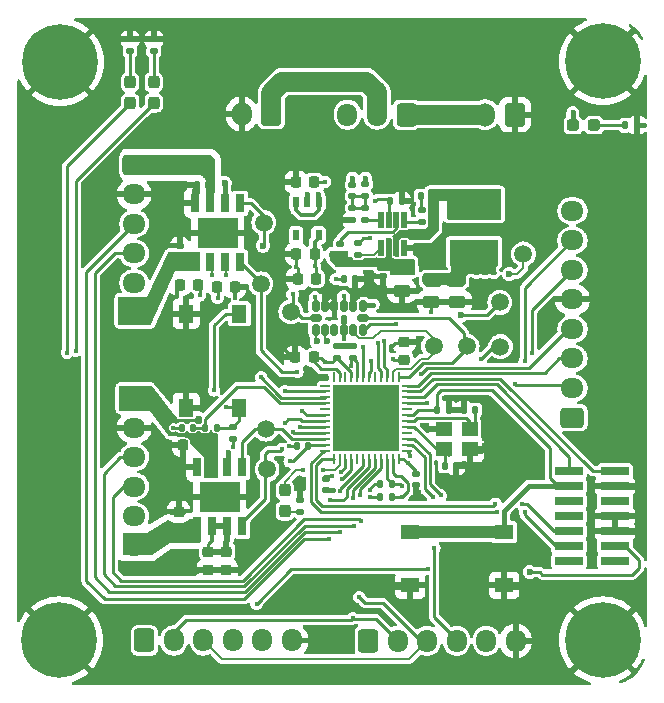
<source format=gbr>
%TF.GenerationSoftware,KiCad,Pcbnew,8.0.1*%
%TF.CreationDate,2024-10-23T08:32:37+02:00*%
%TF.ProjectId,StealthKitty.kicad_pro,53746561-6c74-4684-9b69-7474792e6b69,rev?*%
%TF.SameCoordinates,Original*%
%TF.FileFunction,Copper,L1,Top*%
%TF.FilePolarity,Positive*%
%FSLAX46Y46*%
G04 Gerber Fmt 4.6, Leading zero omitted, Abs format (unit mm)*
G04 Created by KiCad (PCBNEW 8.0.1) date 2024-10-23 08:32:37*
%MOMM*%
%LPD*%
G01*
G04 APERTURE LIST*
G04 Aperture macros list*
%AMRoundRect*
0 Rectangle with rounded corners*
0 $1 Rounding radius*
0 $2 $3 $4 $5 $6 $7 $8 $9 X,Y pos of 4 corners*
0 Add a 4 corners polygon primitive as box body*
4,1,4,$2,$3,$4,$5,$6,$7,$8,$9,$2,$3,0*
0 Add four circle primitives for the rounded corners*
1,1,$1+$1,$2,$3*
1,1,$1+$1,$4,$5*
1,1,$1+$1,$6,$7*
1,1,$1+$1,$8,$9*
0 Add four rect primitives between the rounded corners*
20,1,$1+$1,$2,$3,$4,$5,0*
20,1,$1+$1,$4,$5,$6,$7,0*
20,1,$1+$1,$6,$7,$8,$9,0*
20,1,$1+$1,$8,$9,$2,$3,0*%
G04 Aperture macros list end*
%TA.AperFunction,SMDPad,CuDef*%
%ADD10RoundRect,0.140000X-0.170000X0.140000X-0.170000X-0.140000X0.170000X-0.140000X0.170000X0.140000X0*%
%TD*%
%TA.AperFunction,SMDPad,CuDef*%
%ADD11C,1.500000*%
%TD*%
%TA.AperFunction,SMDPad,CuDef*%
%ADD12RoundRect,0.225000X-0.225000X-0.250000X0.225000X-0.250000X0.225000X0.250000X-0.225000X0.250000X0*%
%TD*%
%TA.AperFunction,SMDPad,CuDef*%
%ADD13RoundRect,0.135000X0.185000X-0.135000X0.185000X0.135000X-0.185000X0.135000X-0.185000X-0.135000X0*%
%TD*%
%TA.AperFunction,SMDPad,CuDef*%
%ADD14RoundRect,0.135000X0.135000X0.185000X-0.135000X0.185000X-0.135000X-0.185000X0.135000X-0.185000X0*%
%TD*%
%TA.AperFunction,SMDPad,CuDef*%
%ADD15RoundRect,0.225000X-0.250000X0.225000X-0.250000X-0.225000X0.250000X-0.225000X0.250000X0.225000X0*%
%TD*%
%TA.AperFunction,SMDPad,CuDef*%
%ADD16RoundRect,0.140000X0.170000X-0.140000X0.170000X0.140000X-0.170000X0.140000X-0.170000X-0.140000X0*%
%TD*%
%TA.AperFunction,ComponentPad*%
%ADD17RoundRect,0.250000X0.600000X0.725000X-0.600000X0.725000X-0.600000X-0.725000X0.600000X-0.725000X0*%
%TD*%
%TA.AperFunction,ComponentPad*%
%ADD18O,1.700000X1.950000*%
%TD*%
%TA.AperFunction,SMDPad,CuDef*%
%ADD19RoundRect,0.225000X0.225000X0.250000X-0.225000X0.250000X-0.225000X-0.250000X0.225000X-0.250000X0*%
%TD*%
%TA.AperFunction,ComponentPad*%
%ADD20C,0.800000*%
%TD*%
%TA.AperFunction,ComponentPad*%
%ADD21C,6.400000*%
%TD*%
%TA.AperFunction,ComponentPad*%
%ADD22RoundRect,0.250000X0.600000X0.750000X-0.600000X0.750000X-0.600000X-0.750000X0.600000X-0.750000X0*%
%TD*%
%TA.AperFunction,ComponentPad*%
%ADD23O,1.700000X2.000000*%
%TD*%
%TA.AperFunction,ComponentPad*%
%ADD24RoundRect,0.250000X-0.600000X-0.725000X0.600000X-0.725000X0.600000X0.725000X-0.600000X0.725000X0*%
%TD*%
%TA.AperFunction,SMDPad,CuDef*%
%ADD25R,1.300000X1.550000*%
%TD*%
%TA.AperFunction,SMDPad,CuDef*%
%ADD26R,1.550000X1.300000*%
%TD*%
%TA.AperFunction,SMDPad,CuDef*%
%ADD27RoundRect,0.140000X0.140000X0.170000X-0.140000X0.170000X-0.140000X-0.170000X0.140000X-0.170000X0*%
%TD*%
%TA.AperFunction,SMDPad,CuDef*%
%ADD28R,0.802000X1.505000*%
%TD*%
%TA.AperFunction,SMDPad,CuDef*%
%ADD29R,3.502000X2.613000*%
%TD*%
%TA.AperFunction,SMDPad,CuDef*%
%ADD30R,2.400000X0.740000*%
%TD*%
%TA.AperFunction,SMDPad,CuDef*%
%ADD31RoundRect,0.140000X-0.140000X-0.170000X0.140000X-0.170000X0.140000X0.170000X-0.140000X0.170000X0*%
%TD*%
%TA.AperFunction,SMDPad,CuDef*%
%ADD32RoundRect,0.250000X-0.475000X0.250000X-0.475000X-0.250000X0.475000X-0.250000X0.475000X0.250000X0*%
%TD*%
%TA.AperFunction,SMDPad,CuDef*%
%ADD33RoundRect,0.225000X0.250000X-0.225000X0.250000X0.225000X-0.250000X0.225000X-0.250000X-0.225000X0*%
%TD*%
%TA.AperFunction,ComponentPad*%
%ADD34RoundRect,0.250000X0.725000X-0.600000X0.725000X0.600000X-0.725000X0.600000X-0.725000X-0.600000X0*%
%TD*%
%TA.AperFunction,ComponentPad*%
%ADD35O,1.950000X1.700000*%
%TD*%
%TA.AperFunction,SMDPad,CuDef*%
%ADD36RoundRect,0.135000X-0.185000X0.135000X-0.185000X-0.135000X0.185000X-0.135000X0.185000X0.135000X0*%
%TD*%
%TA.AperFunction,SMDPad,CuDef*%
%ADD37RoundRect,0.237500X0.287500X0.237500X-0.287500X0.237500X-0.287500X-0.237500X0.287500X-0.237500X0*%
%TD*%
%TA.AperFunction,SMDPad,CuDef*%
%ADD38R,4.100000X2.150000*%
%TD*%
%TA.AperFunction,ComponentPad*%
%ADD39RoundRect,0.250000X-0.725000X0.600000X-0.725000X-0.600000X0.725000X-0.600000X0.725000X0.600000X0*%
%TD*%
%TA.AperFunction,SMDPad,CuDef*%
%ADD40RoundRect,0.150000X-0.150000X0.325000X-0.150000X-0.325000X0.150000X-0.325000X0.150000X0.325000X0*%
%TD*%
%TA.AperFunction,SMDPad,CuDef*%
%ADD41RoundRect,0.150000X-0.325000X0.150000X-0.325000X-0.150000X0.325000X-0.150000X0.325000X0.150000X0*%
%TD*%
%TA.AperFunction,SMDPad,CuDef*%
%ADD42R,1.400000X1.200000*%
%TD*%
%TA.AperFunction,SMDPad,CuDef*%
%ADD43RoundRect,0.135000X-0.135000X-0.185000X0.135000X-0.185000X0.135000X0.185000X-0.135000X0.185000X0*%
%TD*%
%TA.AperFunction,SMDPad,CuDef*%
%ADD44RoundRect,0.237500X-0.237500X0.287500X-0.237500X-0.287500X0.237500X-0.287500X0.237500X0.287500X0*%
%TD*%
%TA.AperFunction,SMDPad,CuDef*%
%ADD45R,0.490000X1.340000*%
%TD*%
%TA.AperFunction,SMDPad,CuDef*%
%ADD46R,0.600000X0.900000*%
%TD*%
%TA.AperFunction,SMDPad,CuDef*%
%ADD47RoundRect,0.237500X0.237500X-0.287500X0.237500X0.287500X-0.237500X0.287500X-0.237500X-0.287500X0*%
%TD*%
%TA.AperFunction,SMDPad,CuDef*%
%ADD48RoundRect,0.062500X0.375000X0.062500X-0.375000X0.062500X-0.375000X-0.062500X0.375000X-0.062500X0*%
%TD*%
%TA.AperFunction,SMDPad,CuDef*%
%ADD49RoundRect,0.062500X0.062500X0.375000X-0.062500X0.375000X-0.062500X-0.375000X0.062500X-0.375000X0*%
%TD*%
%TA.AperFunction,HeatsinkPad*%
%ADD50R,5.600000X5.600000*%
%TD*%
%TA.AperFunction,ViaPad*%
%ADD51C,0.600000*%
%TD*%
%TA.AperFunction,ViaPad*%
%ADD52C,0.450000*%
%TD*%
%TA.AperFunction,Conductor*%
%ADD53C,0.250000*%
%TD*%
%TA.AperFunction,Conductor*%
%ADD54C,0.200000*%
%TD*%
%TA.AperFunction,Conductor*%
%ADD55C,0.350000*%
%TD*%
%TA.AperFunction,Conductor*%
%ADD56C,0.450000*%
%TD*%
%TA.AperFunction,Conductor*%
%ADD57C,1.000000*%
%TD*%
%TA.AperFunction,Conductor*%
%ADD58C,0.300000*%
%TD*%
%TA.AperFunction,Conductor*%
%ADD59C,0.490000*%
%TD*%
%TA.AperFunction,Conductor*%
%ADD60C,1.700000*%
%TD*%
G04 APERTURE END LIST*
D10*
%TO.P,C508,1*%
%TO.N,+5V*%
X151425000Y-80930000D03*
%TO.P,C508,2*%
%TO.N,Net-(C508-Pad2)*%
X151425000Y-81890000D03*
%TD*%
D11*
%TO.P,TP301,1,1*%
%TO.N,SCK*%
X161130000Y-94620000D03*
%TD*%
D12*
%TO.P,Cs301,1*%
%TO.N,GND*%
X146775000Y-88900000D03*
%TO.P,Cs301,2*%
%TO.N,+3.3V*%
X148325000Y-88900000D03*
%TD*%
D13*
%TO.P,R502,1*%
%TO.N,Net-(IC501-PG)*%
X151920000Y-86920000D03*
%TO.P,R502,2*%
%TO.N,Net-(IC501-VCC)*%
X151920000Y-85900000D03*
%TD*%
D14*
%TO.P,R402,1*%
%TO.N,SCL*%
X154810000Y-106250000D03*
%TO.P,R402,2*%
%TO.N,+3.3V*%
X153790000Y-106250000D03*
%TD*%
D11*
%TO.P,TP310,1,1*%
%TO.N,INT1_adx*%
X165900000Y-86800000D03*
%TD*%
D10*
%TO.P,C503,1*%
%TO.N,+VBAT*%
X154025000Y-87730000D03*
%TO.P,C503,2*%
%TO.N,GND*%
X154025000Y-88690000D03*
%TD*%
D13*
%TO.P,R403,1*%
%TO.N,Net-(D401-K)*%
X132600000Y-69635000D03*
%TO.P,R403,2*%
%TO.N,GND*%
X132600000Y-68615000D03*
%TD*%
%TO.P,R504,1*%
%TO.N,Net-(IC501-FB)*%
X152525000Y-83920000D03*
%TO.P,R504,2*%
%TO.N,Net-(C508-Pad2)*%
X152525000Y-82900000D03*
%TD*%
D15*
%TO.P,C206,1*%
%TO.N,+VBAT*%
X140737354Y-111999336D03*
%TO.P,C206,2*%
%TO.N,GND*%
X140737354Y-113549336D03*
%TD*%
D16*
%TO.P,C204,1*%
%TO.N,/motorisation Sheet/Motor1+*%
X136800000Y-87080000D03*
%TO.P,C204,2*%
%TO.N,GND*%
X136800000Y-86120000D03*
%TD*%
D17*
%TO.P,SW501,1,A*%
%TO.N,Net-(Alim_charger501-Pin_2)*%
X156000000Y-75000000D03*
D18*
%TO.P,SW501,2,B*%
%TO.N,Net-(BT501-+)*%
X153500000Y-75000000D03*
%TO.P,SW501,3,C*%
%TO.N,+VBAT*%
X151000000Y-75000000D03*
%TD*%
D11*
%TO.P,TP203,1,1*%
%TO.N,PWM_MOT2_CH1*%
X144190000Y-105040000D03*
%TD*%
D19*
%TO.P,C504,1*%
%TO.N,+5V*%
X148175000Y-80700000D03*
%TO.P,C504,2*%
%TO.N,GND*%
X146625000Y-80700000D03*
%TD*%
D20*
%TO.P,H402,1,1*%
%TO.N,GND*%
X170212500Y-70500000D03*
X170915444Y-68802944D03*
X170915444Y-72197056D03*
X172612500Y-68100000D03*
D21*
X172612500Y-70500000D03*
D20*
X172612500Y-72900000D03*
X174309556Y-68802944D03*
X174309556Y-72197056D03*
X175012500Y-70500000D03*
%TD*%
D22*
%TO.P,Alim_charger501,1,Pin_1*%
%TO.N,GND*%
X165162500Y-75000000D03*
D23*
%TO.P,Alim_charger501,2,Pin_2*%
%TO.N,Net-(Alim_charger501-Pin_2)*%
X162662500Y-75000000D03*
%TD*%
D24*
%TO.P,J301,1,Pin_1*%
%TO.N,+5V*%
X152750000Y-119550000D03*
D18*
%TO.P,J301,2,Pin_2*%
%TO.N,SDA*%
X155250000Y-119550000D03*
%TO.P,J301,3,Pin_3*%
%TO.N,SCL*%
X157750000Y-119550000D03*
%TO.P,J301,4,Pin_4*%
%TO.N,INT_tof1*%
X160250000Y-119550000D03*
%TO.P,J301,5,Pin_5*%
%TO.N,xshunt1*%
X162750000Y-119550000D03*
%TO.P,J301,6,Pin_6*%
%TO.N,GND*%
X165250000Y-119550000D03*
%TD*%
D25*
%TO.P,SW402,1,1*%
%TO.N,Net-(R406-Pad2)*%
X141849499Y-91865125D03*
X141849499Y-99815125D03*
%TO.P,SW402,2,2*%
%TO.N,GND*%
X137349499Y-91865125D03*
X137349499Y-99815125D03*
%TD*%
D13*
%TO.P,R405,1*%
%TO.N,Net-(D403-K)*%
X147000000Y-108610000D03*
%TO.P,R405,2*%
%TO.N,GND*%
X147000000Y-107590000D03*
%TD*%
D26*
%TO.P,SW401,1,1*%
%TO.N,/brain Sheet/NRST*%
X156325000Y-110350000D03*
X164275000Y-110350000D03*
%TO.P,SW401,2,2*%
%TO.N,GND*%
X156325000Y-114850000D03*
X164275000Y-114850000D03*
%TD*%
D27*
%TO.P,C205,1*%
%TO.N,/motorisation Sheet/Motor1-*%
X139184950Y-80925589D03*
%TO.P,C205,2*%
%TO.N,GND*%
X138224950Y-80925589D03*
%TD*%
D20*
%TO.P,H401,1,1*%
%TO.N,GND*%
X124262500Y-70550000D03*
X124965444Y-68852944D03*
X124965444Y-72247056D03*
X126662500Y-68150000D03*
D21*
X126662500Y-70550000D03*
D20*
X126662500Y-72950000D03*
X128359556Y-68852944D03*
X128359556Y-72247056D03*
X129062500Y-70550000D03*
%TD*%
D28*
%TO.P,U2,1,OUT1*%
%TO.N,/motorisation Sheet/Motor2+*%
X138272977Y-109858142D03*
%TO.P,U2,2,VM*%
%TO.N,+VBAT*%
X139542977Y-109858142D03*
%TO.P,U2,3,VDD*%
X140812977Y-109858142D03*
%TO.P,U2,4,FWD*%
%TO.N,PWM_MOT2_CH1*%
X142082977Y-109858142D03*
%TO.P,U2,5,REV*%
%TO.N,PWM_MOT2_CH2*%
X142082977Y-104863142D03*
%TO.P,U2,6,VREF*%
%TO.N,+VBAT*%
X140812977Y-104863142D03*
%TO.P,U2,7,OUT2*%
%TO.N,/motorisation Sheet/Motor2-*%
X139542977Y-104863142D03*
%TO.P,U2,8,GND*%
%TO.N,GND*%
X138272977Y-104863142D03*
D29*
%TO.P,U2,9,GND*%
X140177977Y-107360642D03*
%TD*%
D10*
%TO.P,C405,1*%
%TO.N,GND*%
X151480000Y-94620000D03*
%TO.P,C405,2*%
%TO.N,+3.3V*%
X151480000Y-95580000D03*
%TD*%
D13*
%TO.P,R404,1*%
%TO.N,Net-(D402-K)*%
X134600000Y-69635000D03*
%TO.P,R404,2*%
%TO.N,GND*%
X134600000Y-68615000D03*
%TD*%
D30*
%TO.P,J401,1,NC*%
%TO.N,unconnected-(J401-NC-Pad1)*%
X173650000Y-112810000D03*
%TO.P,J401,2,NC*%
%TO.N,unconnected-(J401-NC-Pad2)*%
X169750000Y-112810000D03*
%TO.P,J401,3,VCC*%
%TO.N,+3.3V*%
X173650000Y-111540000D03*
%TO.P,J401,4,JTMS/SWDIO*%
%TO.N,/brain Sheet/SWDIO*%
X169750000Y-111540000D03*
%TO.P,J401,5,GND*%
%TO.N,GND*%
X173650000Y-110270000D03*
%TO.P,J401,6,JCLK/SWCLK*%
%TO.N,/brain Sheet/SWCLK*%
X169750000Y-110270000D03*
%TO.P,J401,7,GND*%
%TO.N,GND*%
X173650000Y-109000000D03*
%TO.P,J401,8,JTDO/SWO*%
%TO.N,unconnected-(J401-JTDO{slash}SWO-Pad8)*%
X169750000Y-109000000D03*
%TO.P,J401,9,JRCLK/NC*%
%TO.N,unconnected-(J401-JRCLK{slash}NC-Pad9)*%
X173650000Y-107730000D03*
%TO.P,J401,10,JTDI/NC*%
%TO.N,unconnected-(J401-JTDI{slash}NC-Pad10)*%
X169750000Y-107730000D03*
%TO.P,J401,11,GNDDetect*%
%TO.N,GND*%
X173650000Y-106460000D03*
%TO.P,J401,12,~{RST}*%
%TO.N,/brain Sheet/NRST*%
X169750000Y-106460000D03*
%TO.P,J401,13,VCP_RX*%
%TO.N,/brain Sheet/RX_link*%
X173650000Y-105190000D03*
%TO.P,J401,14,VCP_TX*%
%TO.N,/brain Sheet/TX_link*%
X169750000Y-105190000D03*
%TD*%
D13*
%TO.P,R505,1*%
%TO.N,GND*%
X151425000Y-83920000D03*
%TO.P,R505,2*%
%TO.N,Net-(C508-Pad2)*%
X151425000Y-82900000D03*
%TD*%
D31*
%TO.P,C411,1*%
%TO.N,/brain Sheet/OSC_IN*%
X159220000Y-104750000D03*
%TO.P,C411,2*%
%TO.N,GND*%
X160180000Y-104750000D03*
%TD*%
D11*
%TO.P,TP204,1,1*%
%TO.N,PWM_MOT2_CH2*%
X144100000Y-101630000D03*
%TD*%
D32*
%TO.P,C509,1*%
%TO.N,+5V*%
X160300000Y-88950000D03*
%TO.P,C509,2*%
%TO.N,GND*%
X160300000Y-90850000D03*
%TD*%
D33*
%TO.P,C207,1*%
%TO.N,/motorisation Sheet/Motor2+*%
X136700000Y-110175000D03*
%TO.P,C207,2*%
%TO.N,GND*%
X136700000Y-108625000D03*
%TD*%
D34*
%TO.P,J303,1,Pin_1*%
%TO.N,unconnected-(J303-Pin_1-Pad1)*%
X170050000Y-100650000D03*
D35*
%TO.P,J303,2,Pin_2*%
%TO.N,M_EN*%
X170050000Y-98150000D03*
%TO.P,J303,3,Pin_3*%
%TO.N,DEV_EN*%
X170050000Y-95650000D03*
%TO.P,J303,4,Pin_4*%
%TO.N,M_SCTR*%
X170050000Y-93150000D03*
%TO.P,J303,5,Pin_5*%
%TO.N,GND*%
X170050000Y-90650000D03*
%TO.P,J303,6,Pin_6*%
%TO.N,Rx_lidar*%
X170050000Y-88150000D03*
%TO.P,J303,7,Pin_7*%
%TO.N,Tx_Lidar*%
X170050000Y-85650000D03*
%TO.P,J303,8,Pin_8*%
%TO.N,+5V*%
X170050000Y-83150000D03*
%TD*%
D22*
%TO.P,BT501,1,+*%
%TO.N,Net-(BT501-+)*%
X144550000Y-74950000D03*
D23*
%TO.P,BT501,2,-*%
%TO.N,GND*%
X142050000Y-74950000D03*
%TD*%
D32*
%TO.P,C507,1*%
%TO.N,+5V*%
X158100000Y-88950000D03*
%TO.P,C507,2*%
%TO.N,GND*%
X158100000Y-90850000D03*
%TD*%
D27*
%TO.P,C412,1*%
%TO.N,/brain Sheet/Button_1*%
X137910000Y-101500000D03*
%TO.P,C412,2*%
%TO.N,GND*%
X136950000Y-101500000D03*
%TD*%
D36*
%TO.P,R501,1*%
%TO.N,Net-(IC501-EN{slash}SYNC)*%
X150396845Y-85961885D03*
%TO.P,R501,2*%
%TO.N,+VBAT*%
X150396845Y-86981885D03*
%TD*%
D10*
%TO.P,C408,1*%
%TO.N,GND*%
X150100000Y-94620000D03*
%TO.P,C408,2*%
%TO.N,+3.3V*%
X150100000Y-95580000D03*
%TD*%
D37*
%TO.P,D501,1,K*%
%TO.N,Net-(D501-K)*%
X171875000Y-75900000D03*
%TO.P,D501,2,A*%
%TO.N,+3.3V*%
X170125000Y-75900000D03*
%TD*%
D19*
%TO.P,C208,1*%
%TO.N,/motorisation Sheet/Motor2-*%
X138650000Y-103000000D03*
%TO.P,C208,2*%
%TO.N,GND*%
X137100000Y-103000000D03*
%TD*%
D38*
%TO.P,L501,1*%
%TO.N,Net-(IC501-SW)*%
X161725000Y-82550000D03*
%TO.P,L501,2*%
%TO.N,+5V*%
X161725000Y-86650000D03*
%TD*%
D28*
%TO.P,U1,1,OUT1*%
%TO.N,/motorisation Sheet/Motor1+*%
X138095000Y-87497500D03*
%TO.P,U1,2,VM*%
%TO.N,+VBAT*%
X139365000Y-87497500D03*
%TO.P,U1,3,VDD*%
X140635000Y-87497500D03*
%TO.P,U1,4,FWD*%
%TO.N,PWM_MOT1_CH1*%
X141905000Y-87497500D03*
%TO.P,U1,5,REV*%
%TO.N,PWM_MOT1_CH2*%
X141905000Y-82502500D03*
%TO.P,U1,6,VREF*%
%TO.N,+VBAT*%
X140635000Y-82502500D03*
%TO.P,U1,7,OUT2*%
%TO.N,/motorisation Sheet/Motor1-*%
X139365000Y-82502500D03*
%TO.P,U1,8,GND*%
%TO.N,GND*%
X138095000Y-82502500D03*
D29*
%TO.P,U1,9,GND*%
X140000000Y-85000000D03*
%TD*%
D31*
%TO.P,Cio301,1*%
%TO.N,+3.3V*%
X150670000Y-88920000D03*
%TO.P,Cio301,2*%
%TO.N,GND*%
X151630000Y-88920000D03*
%TD*%
D39*
%TO.P,J201,1,Pin_1*%
%TO.N,/motorisation Sheet/Motor1-*%
X132950000Y-79250000D03*
D35*
%TO.P,J201,2,Pin_2*%
%TO.N,GND*%
X132950000Y-81750000D03*
%TO.P,J201,3,Pin_3*%
%TO.N,Codeur1_PH2*%
X132950000Y-84250000D03*
%TO.P,J201,4,Pin_4*%
%TO.N,Codeur1_PH1*%
X132950000Y-86750000D03*
%TO.P,J201,5,Pin_5*%
%TO.N,+3.3V*%
X132950000Y-89250000D03*
%TO.P,J201,6,Pin_6*%
%TO.N,/motorisation Sheet/Motor1+*%
X132950000Y-91750000D03*
%TD*%
D16*
%TO.P,C404,1*%
%TO.N,+3.3V*%
X149200000Y-106780000D03*
%TO.P,C404,2*%
%TO.N,GND*%
X149200000Y-105820000D03*
%TD*%
D40*
%TO.P,U301,1,Vdd_I/O*%
%TO.N,+3.3V*%
X152300000Y-91200000D03*
%TO.P,U301,2,GND*%
%TO.N,GND*%
X151500000Y-91200000D03*
%TO.P,U301,3,RES*%
%TO.N,+3.3V*%
X150700000Y-91200000D03*
%TO.P,U301,4,GND*%
%TO.N,GND*%
X149900000Y-91200000D03*
%TO.P,U301,5,GND*%
X149100000Y-91200000D03*
%TO.P,U301,6,Vs*%
%TO.N,+3.3V*%
X148300000Y-91200000D03*
D41*
%TO.P,U301,7,~{CS}*%
%TO.N,nCS*%
X148300000Y-92200000D03*
D40*
%TO.P,U301,8,INT1*%
%TO.N,INT1_adx*%
X148300000Y-93200000D03*
%TO.P,U301,9,INT2*%
%TO.N,INT2_adx*%
X149100000Y-93200000D03*
%TO.P,U301,10,NC*%
%TO.N,unconnected-(U301-NC-Pad10)*%
X149900000Y-93200000D03*
%TO.P,U301,11,RES*%
%TO.N,GND*%
X150700000Y-93200000D03*
%TO.P,U301,12,SDO/ADDR*%
%TO.N,MISO*%
X151500000Y-93200000D03*
%TO.P,U301,13,SDA/SDI/SDIO*%
%TO.N,MOSI*%
X152300000Y-93200000D03*
D41*
%TO.P,U301,14,SCL/SCLK*%
%TO.N,SCK*%
X152300000Y-92200000D03*
%TD*%
D42*
%TO.P,Y401,1,1*%
%TO.N,/brain Sheet/OSC_OUT*%
X161339689Y-101650000D03*
%TO.P,Y401,2,2*%
%TO.N,GND*%
X159139689Y-101650000D03*
%TO.P,Y401,3,3*%
%TO.N,/brain Sheet/OSC_IN*%
X159139689Y-103350000D03*
%TO.P,Y401,4,4*%
%TO.N,GND*%
X161339689Y-103350000D03*
%TD*%
D27*
%TO.P,C401,1*%
%TO.N,+3.3V*%
X147680000Y-103050000D03*
%TO.P,C401,2*%
%TO.N,GND*%
X146720000Y-103050000D03*
%TD*%
D19*
%TO.P,C203,1*%
%TO.N,+VBAT*%
X138375000Y-89400000D03*
%TO.P,C203,2*%
%TO.N,GND*%
X136825000Y-89400000D03*
%TD*%
D27*
%TO.P,C403,1*%
%TO.N,GND*%
X159559222Y-100010362D03*
%TO.P,C403,2*%
%TO.N,/brain Sheet/NRST*%
X158599222Y-100010362D03*
%TD*%
D20*
%TO.P,H404,1,1*%
%TO.N,GND*%
X124212500Y-119500000D03*
X124915444Y-117802944D03*
X124915444Y-121197056D03*
X126612500Y-117100000D03*
D21*
X126612500Y-119500000D03*
D20*
X126612500Y-121900000D03*
X128309556Y-117802944D03*
X128309556Y-121197056D03*
X129012500Y-119500000D03*
%TD*%
D11*
%TO.P,TP302,1,1*%
%TO.N,nCS*%
X146200000Y-91700000D03*
%TD*%
D43*
%TO.P,R507,1*%
%TO.N,Net-(D501-K)*%
X174490000Y-75900000D03*
%TO.P,R507,2*%
%TO.N,GND*%
X175510000Y-75900000D03*
%TD*%
D44*
%TO.P,D402,1,K*%
%TO.N,Net-(D402-K)*%
X134600000Y-72250000D03*
%TO.P,D402,2,A*%
%TO.N,/brain Sheet/status_Purple*%
X134600000Y-74000000D03*
%TD*%
D39*
%TO.P,J202,1,Pin_1*%
%TO.N,/motorisation Sheet/Motor2-*%
X132950000Y-99000000D03*
D35*
%TO.P,J202,2,Pin_2*%
%TO.N,GND*%
X132950000Y-101500000D03*
%TO.P,J202,3,Pin_3*%
%TO.N,Codeur2_PH1*%
X132950000Y-104000000D03*
%TO.P,J202,4,Pin_4*%
%TO.N,Codeur2_PH2*%
X132950000Y-106500000D03*
%TO.P,J202,5,Pin_5*%
%TO.N,+3.3V*%
X132950000Y-109000000D03*
%TO.P,J202,6,Pin_6*%
%TO.N,/motorisation Sheet/Motor2+*%
X132950000Y-111500000D03*
%TD*%
D27*
%TO.P,C502,1*%
%TO.N,GND*%
X155580000Y-82330000D03*
%TO.P,C502,2*%
%TO.N,Net-(IC501-VCC)*%
X154620000Y-82330000D03*
%TD*%
D11*
%TO.P,TP201,1,1*%
%TO.N,PWM_MOT1_CH1*%
X143673142Y-89327084D03*
%TD*%
D15*
%TO.P,C402,1*%
%TO.N,GND*%
X155800000Y-94225000D03*
%TO.P,C402,2*%
%TO.N,+3.3V*%
X155800000Y-95775000D03*
%TD*%
D11*
%TO.P,TP308,1,1*%
%TO.N,MOSI*%
X163900000Y-90900000D03*
%TD*%
D13*
%TO.P,R503,1*%
%TO.N,Net-(IC501-BST)*%
X157325000Y-84120000D03*
%TO.P,R503,2*%
%TO.N,Net-(C505-Pad2)*%
X157325000Y-83100000D03*
%TD*%
D27*
%TO.P,C409,1*%
%TO.N,/brain Sheet/OSC_OUT*%
X161819689Y-100006057D03*
%TO.P,C409,2*%
%TO.N,GND*%
X160859689Y-100006057D03*
%TD*%
D19*
%TO.P,C407,1*%
%TO.N,+3.3V*%
X148130000Y-95560618D03*
%TO.P,C407,2*%
%TO.N,GND*%
X146580000Y-95560618D03*
%TD*%
D44*
%TO.P,D401,1,K*%
%TO.N,Net-(D401-K)*%
X132600000Y-72250000D03*
%TO.P,D401,2,A*%
%TO.N,/brain Sheet/status_Orange*%
X132600000Y-74000000D03*
%TD*%
D14*
%TO.P,R401,1*%
%TO.N,SDA*%
X154810000Y-107400000D03*
%TO.P,R401,2*%
%TO.N,+3.3V*%
X153790000Y-107400000D03*
%TD*%
D24*
%TO.P,J302,1,Pin_1*%
%TO.N,+5V*%
X133800000Y-119525000D03*
D18*
%TO.P,J302,2,Pin_2*%
%TO.N,SDA*%
X136300000Y-119525000D03*
%TO.P,J302,3,Pin_3*%
%TO.N,SCL*%
X138800000Y-119525000D03*
%TO.P,J302,4,Pin_4*%
%TO.N,INT_tof2*%
X141300000Y-119525000D03*
%TO.P,J302,5,Pin_5*%
%TO.N,xshunt2*%
X143800000Y-119525000D03*
%TO.P,J302,6,Pin_6*%
%TO.N,GND*%
X146300000Y-119525000D03*
%TD*%
D45*
%TO.P,IC501,1,PG*%
%TO.N,Net-(IC501-PG)*%
X153850000Y-86300000D03*
%TO.P,IC501,2,IN*%
%TO.N,+VBAT*%
X154500000Y-86300000D03*
%TO.P,IC501,3,SW*%
%TO.N,Net-(IC501-SW)*%
X155150000Y-86300000D03*
%TO.P,IC501,4,GND*%
%TO.N,GND*%
X155800000Y-86300000D03*
%TO.P,IC501,5,BST*%
%TO.N,Net-(IC501-BST)*%
X155800000Y-83920000D03*
%TO.P,IC501,6,EN/SYNC*%
%TO.N,Net-(IC501-EN{slash}SYNC)*%
X155150000Y-83920000D03*
%TO.P,IC501,7,VCC*%
%TO.N,Net-(IC501-VCC)*%
X154500000Y-83920000D03*
%TO.P,IC501,8,FB*%
%TO.N,Net-(IC501-FB)*%
X153850000Y-83920000D03*
%TD*%
D13*
%TO.P,R406,1*%
%TO.N,+3.3V*%
X141300000Y-102460000D03*
%TO.P,R406,2*%
%TO.N,Net-(R406-Pad2)*%
X141300000Y-101440000D03*
%TD*%
D15*
%TO.P,C202,1*%
%TO.N,+VBAT*%
X139200000Y-112000000D03*
%TO.P,C202,2*%
%TO.N,GND*%
X139200000Y-113550000D03*
%TD*%
D20*
%TO.P,H403,1,1*%
%TO.N,GND*%
X175012500Y-119500000D03*
X174309556Y-117802944D03*
X174309556Y-121197056D03*
X172612500Y-117100000D03*
D21*
X172612500Y-119500000D03*
D20*
X172612500Y-121900000D03*
X170915444Y-117802944D03*
X170915444Y-121197056D03*
X170212500Y-119500000D03*
%TD*%
D11*
%TO.P,TP202,1,1*%
%TO.N,PWM_MOT1_CH2*%
X143920000Y-84150000D03*
%TD*%
D46*
%TO.P,PS501,1,VIN*%
%TO.N,+5V*%
X148550000Y-82400000D03*
%TO.P,PS501,2,GND*%
%TO.N,GND*%
X147600000Y-82400000D03*
%TO.P,PS501,3,STBY*%
%TO.N,+5V*%
X146650000Y-82400000D03*
%TO.P,PS501,4,N.C.*%
%TO.N,unconnected-(PS501-N.C.-Pad4)*%
X146650000Y-85200000D03*
%TO.P,PS501,5,VOUT*%
%TO.N,+3.3V*%
X148550000Y-85200000D03*
%TD*%
D47*
%TO.P,D403,1,K*%
%TO.N,Net-(D403-K)*%
X145700000Y-108550000D03*
%TO.P,D403,2,A*%
%TO.N,/brain Sheet/status_LiDAR*%
X145700000Y-106800000D03*
%TD*%
D19*
%TO.P,C506,1*%
%TO.N,+3.3V*%
X148225000Y-86800000D03*
%TO.P,C506,2*%
%TO.N,GND*%
X146675000Y-86800000D03*
%TD*%
D27*
%TO.P,C505,1*%
%TO.N,Net-(IC501-SW)*%
X158168245Y-81905813D03*
%TO.P,C505,2*%
%TO.N,Net-(C505-Pad2)*%
X157208245Y-81905813D03*
%TD*%
D12*
%TO.P,C201,1*%
%TO.N,+VBAT*%
X139925000Y-89600000D03*
%TO.P,C201,2*%
%TO.N,GND*%
X141475000Y-89600000D03*
%TD*%
D48*
%TO.P,U401,1,VBAT*%
%TO.N,+3.3V*%
X156015188Y-103443226D03*
%TO.P,U401,2,PC13*%
%TO.N,INT_tof1*%
X156015188Y-102943226D03*
%TO.P,U401,3,PC14*%
%TO.N,INT_tof2*%
X156015188Y-102443226D03*
%TO.P,U401,4,PC15*%
%TO.N,unconnected-(U401-PC15-Pad4)*%
X156015188Y-101943226D03*
%TO.P,U401,5,PF0*%
%TO.N,/brain Sheet/OSC_IN*%
X156015188Y-101443226D03*
%TO.P,U401,6,PF1*%
%TO.N,/brain Sheet/OSC_OUT*%
X156015188Y-100943226D03*
%TO.P,U401,7,PG10*%
%TO.N,/brain Sheet/NRST*%
X156015188Y-100443226D03*
%TO.P,U401,8,PA0*%
%TO.N,unconnected-(U401-PA0-Pad8)*%
X156015188Y-99943226D03*
%TO.P,U401,9,PA1*%
%TO.N,M_EN*%
X156015188Y-99443226D03*
%TO.P,U401,10,PA2*%
%TO.N,/brain Sheet/TX_link*%
X156015188Y-98943226D03*
%TO.P,U401,11,PA3*%
%TO.N,/brain Sheet/RX_link*%
X156015188Y-98443226D03*
%TO.P,U401,12,PA4*%
%TO.N,DEV_EN*%
X156015188Y-97943226D03*
D49*
%TO.P,U401,13,PA5*%
%TO.N,SCK*%
X155327688Y-97255726D03*
%TO.P,U401,14,PA6*%
%TO.N,MISO*%
X154827688Y-97255726D03*
%TO.P,U401,15,PA7*%
%TO.N,MOSI*%
X154327688Y-97255726D03*
%TO.P,U401,16,PC4*%
%TO.N,nCS*%
X153827688Y-97255726D03*
%TO.P,U401,17,PB0*%
%TO.N,unconnected-(U401-PB0-Pad17)*%
X153327688Y-97255726D03*
%TO.P,U401,18,PB1*%
%TO.N,INT2_adx*%
X152827688Y-97255726D03*
%TO.P,U401,19,PB2*%
%TO.N,INT1_adx*%
X152327688Y-97255726D03*
%TO.P,U401,20,VREF+*%
%TO.N,+3.3V*%
X151827688Y-97255726D03*
%TO.P,U401,21,VDDA*%
X151327688Y-97255726D03*
%TO.P,U401,22,PB10*%
%TO.N,unconnected-(U401-PB10-Pad22)*%
X150827688Y-97255726D03*
%TO.P,U401,23,VDD*%
%TO.N,+3.3V*%
X150327688Y-97255726D03*
%TO.P,U401,24,PB11*%
%TO.N,unconnected-(U401-PB11-Pad24)*%
X149827688Y-97255726D03*
D48*
%TO.P,U401,25,PB12*%
%TO.N,unconnected-(U401-PB12-Pad25)*%
X149140188Y-97943226D03*
%TO.P,U401,26,PB13*%
%TO.N,/brain Sheet/status_Orange*%
X149140188Y-98443226D03*
%TO.P,U401,27,PB14*%
%TO.N,/brain Sheet/status_Purple*%
X149140188Y-98943226D03*
%TO.P,U401,28,PB15*%
%TO.N,/brain Sheet/Button_1*%
X149140188Y-99443226D03*
%TO.P,U401,29,PC6*%
%TO.N,unconnected-(U401-PC6-Pad29)*%
X149140188Y-99943226D03*
%TO.P,U401,30,PA8*%
%TO.N,PWM_MOT1_CH1*%
X149140188Y-100443226D03*
%TO.P,U401,31,PA9*%
%TO.N,PWM_MOT2_CH1*%
X149140188Y-100943226D03*
%TO.P,U401,32,PA10*%
%TO.N,M_SCTR*%
X149140188Y-101443226D03*
%TO.P,U401,33,PA11*%
%TO.N,PWM_MOT1_CH2*%
X149140188Y-101943226D03*
%TO.P,U401,34,PA12*%
%TO.N,PWM_MOT2_CH2*%
X149140188Y-102443226D03*
%TO.P,U401,35,VDD*%
%TO.N,+3.3V*%
X149140188Y-102943226D03*
%TO.P,U401,36,PA13*%
%TO.N,/brain Sheet/SWDIO*%
X149140188Y-103443226D03*
D49*
%TO.P,U401,37,PA14*%
%TO.N,/brain Sheet/SWCLK*%
X149827688Y-104130726D03*
%TO.P,U401,38,PA15*%
%TO.N,/brain Sheet/status_LiDAR*%
X150327688Y-104130726D03*
%TO.P,U401,39,PC10*%
%TO.N,Tx_Lidar*%
X150827688Y-104130726D03*
%TO.P,U401,40,PC11*%
%TO.N,Rx_lidar*%
X151327688Y-104130726D03*
%TO.P,U401,41,PB3*%
%TO.N,unconnected-(U401-PB3-Pad41)*%
X151827688Y-104130726D03*
%TO.P,U401,42,PB4*%
%TO.N,Codeur1_PH1*%
X152327688Y-104130726D03*
%TO.P,U401,43,PB5*%
%TO.N,Codeur1_PH2*%
X152827688Y-104130726D03*
%TO.P,U401,44,PB6*%
%TO.N,Codeur2_PH1*%
X153327688Y-104130726D03*
%TO.P,U401,45,PB7*%
%TO.N,Codeur2_PH2*%
X153827688Y-104130726D03*
%TO.P,U401,46,PB8*%
%TO.N,SCL*%
X154327688Y-104130726D03*
%TO.P,U401,47,PB9*%
%TO.N,SDA*%
X154827688Y-104130726D03*
%TO.P,U401,48,VDD*%
%TO.N,+3.3V*%
X155327688Y-104130726D03*
D50*
%TO.P,U401,49,VSS*%
%TO.N,GND*%
X152577688Y-100693226D03*
%TD*%
D13*
%TO.P,R506,1*%
%TO.N,Net-(C508-Pad2)*%
X152525000Y-81920000D03*
%TO.P,R506,2*%
%TO.N,+5V*%
X152525000Y-80900000D03*
%TD*%
D11*
%TO.P,TP307,1,1*%
%TO.N,MISO*%
X158300000Y-94600000D03*
%TD*%
D32*
%TO.P,C501,1*%
%TO.N,+VBAT*%
X155600000Y-88050000D03*
%TO.P,C501,2*%
%TO.N,GND*%
X155600000Y-89950000D03*
%TD*%
D11*
%TO.P,TP309,1,1*%
%TO.N,INT2_adx*%
X163950000Y-94650000D03*
%TD*%
D43*
%TO.P,R407,1*%
%TO.N,/brain Sheet/Button_1*%
X138940000Y-101500000D03*
%TO.P,R407,2*%
%TO.N,Net-(R406-Pad2)*%
X139960000Y-101500000D03*
%TD*%
D10*
%TO.P,C406,1*%
%TO.N,+3.3V*%
X156800000Y-105440000D03*
%TO.P,C406,2*%
%TO.N,GND*%
X156800000Y-106400000D03*
%TD*%
D51*
%TO.N,+3.3V*%
X166430000Y-113720000D03*
D52*
%TO.N,GND*%
X142510000Y-90500000D03*
X139060000Y-91140000D03*
X140170000Y-91360000D03*
X162320000Y-93480000D03*
X162710000Y-93010000D03*
X161670000Y-89230000D03*
X139120000Y-99480000D03*
X135720000Y-98770000D03*
X157620000Y-117800000D03*
X156930000Y-118030000D03*
X165640000Y-109470000D03*
X167190000Y-111380000D03*
X164180000Y-107240000D03*
X159820000Y-107350000D03*
%TO.N,+3.3V*%
X151320000Y-96280000D03*
X149140000Y-95980000D03*
%TO.N,INT_tof1*%
X158250000Y-107400000D03*
X158350000Y-111700000D03*
%TO.N,+3.3V*%
X149750000Y-106800000D03*
X156300000Y-103900000D03*
X170069136Y-74814564D03*
X150000000Y-88920000D03*
X141310704Y-103104999D03*
X146100000Y-104350000D03*
X154825000Y-95700000D03*
X153200000Y-91100000D03*
X148250000Y-90450000D03*
X148250000Y-87850000D03*
X156130000Y-104530000D03*
X152900000Y-106750000D03*
X150700000Y-90400000D03*
X152900000Y-107400000D03*
%TO.N,+VBAT*%
X140700000Y-88600000D03*
X139551799Y-111044281D03*
X140865477Y-103560642D03*
X140000000Y-90500000D03*
X139500000Y-88600000D03*
X138500000Y-90300000D03*
D51*
X140600000Y-80800000D03*
D52*
X140809075Y-110951313D03*
X149625000Y-86910000D03*
%TO.N,+5V*%
X151425000Y-80360000D03*
X149100000Y-80700000D03*
X162650000Y-88400000D03*
X163400000Y-88400000D03*
X148530000Y-81700000D03*
X161900000Y-88400000D03*
X152525000Y-80360000D03*
%TO.N,PWM_MOT1_CH1*%
X147160000Y-100060000D03*
X146760000Y-96800000D03*
%TO.N,PWM_MOT1_CH2*%
X146400000Y-101862046D03*
D51*
X143850000Y-86090000D03*
D52*
%TO.N,PWM_MOT2_CH1*%
X145685000Y-101115000D03*
X145500000Y-103300000D03*
%TO.N,/brain Sheet/status_Purple*%
X128000000Y-95000000D03*
X143700000Y-97250000D03*
%TO.N,/brain Sheet/status_Orange*%
X145700000Y-98441224D03*
X127250000Y-95150000D03*
%TO.N,Rx_lidar*%
X150517156Y-105867156D03*
X166650000Y-95150000D03*
%TO.N,M_SCTR*%
X146970000Y-101443226D03*
X157236091Y-96936091D03*
%TO.N,M_EN*%
X165213909Y-97836091D03*
X157700000Y-99450000D03*
%TO.N,Tx_Lidar*%
X166000000Y-95900001D03*
X150428085Y-105257450D03*
%TO.N,Codeur1_PH1*%
X150400000Y-110350000D03*
X150400000Y-106900000D03*
%TO.N,Codeur1_PH2*%
X149550000Y-107668284D03*
X149450000Y-110950000D03*
%TO.N,Codeur2_PH2*%
X152150000Y-109400000D03*
X152063577Y-107169599D03*
%TO.N,Codeur2_PH1*%
X151550000Y-109800000D03*
X151477166Y-107450000D03*
%TO.N,/brain Sheet/SWCLK*%
X163525086Y-107940380D03*
X165800000Y-108000000D03*
%TO.N,/brain Sheet/SWDIO*%
X166020000Y-108610000D03*
X163625000Y-108618284D03*
%TO.N,SCL*%
X152000000Y-115850000D03*
X155615000Y-106450000D03*
%TO.N,SDA*%
X151450000Y-117650000D03*
X155636091Y-107386091D03*
%TO.N,INT_tof2*%
X158900000Y-107250000D03*
X143300000Y-116400000D03*
X157800000Y-113450000D03*
%TO.N,nCS*%
X153547345Y-94350689D03*
X146350000Y-90200000D03*
%TO.N,MOSI*%
X154128117Y-94200000D03*
D51*
X160600000Y-92000000D03*
D52*
X155150000Y-92700000D03*
D51*
%TO.N,INT1_adx*%
X148400000Y-94200000D03*
X164700000Y-88500000D03*
D52*
X152330000Y-94690000D03*
D51*
%TO.N,INT2_adx*%
X149300000Y-94200000D03*
D52*
X162300000Y-95700000D03*
X153010000Y-95860000D03*
%TO.N,GND*%
X145700000Y-80700000D03*
X141400000Y-85100000D03*
X140200000Y-106300000D03*
X153977688Y-99293226D03*
X175300000Y-110303479D03*
X162550000Y-102500000D03*
X162300000Y-103465352D03*
X139997469Y-86077010D03*
X137300000Y-90800000D03*
D51*
X154600000Y-115000000D03*
D52*
X141400000Y-86000000D03*
X158100000Y-101565352D03*
X138600000Y-85000000D03*
X156240000Y-82300000D03*
D51*
X167450000Y-94050000D03*
X167550000Y-91950000D03*
D52*
X136600000Y-90400000D03*
X141400000Y-84000000D03*
X138770169Y-108405175D03*
X159600000Y-99465352D03*
X149500000Y-90350000D03*
X151177688Y-99293226D03*
X157350000Y-101300000D03*
X152250000Y-88870000D03*
D51*
X166200000Y-115000000D03*
D52*
X161527367Y-90854679D03*
X141570169Y-106405175D03*
X132614564Y-68055864D03*
X154023955Y-89324557D03*
X158100000Y-91700000D03*
X153977688Y-102093226D03*
X141500000Y-90500000D03*
X156425000Y-86310000D03*
X137700000Y-80900000D03*
X138350000Y-99750000D03*
X136700000Y-107800000D03*
D51*
X136800000Y-85400000D03*
D52*
X150700000Y-94600000D03*
X162550000Y-103000000D03*
X154240000Y-89940000D03*
X162550000Y-102000000D03*
X152577688Y-102093226D03*
X138600000Y-84000000D03*
X145510000Y-94790000D03*
X150625000Y-83910000D03*
X150700000Y-94000000D03*
X141570169Y-108405175D03*
X138600000Y-86000000D03*
X147550000Y-81700000D03*
X151900000Y-90410000D03*
X140170169Y-108405175D03*
X154811159Y-94584802D03*
X146650000Y-87900000D03*
X138770169Y-107405175D03*
X151177688Y-102093226D03*
X162550000Y-101000000D03*
X141570169Y-107505175D03*
X146048289Y-103056316D03*
X136250000Y-101500000D03*
X160800000Y-99465352D03*
X160840972Y-104500000D03*
X175300000Y-109003479D03*
X162550000Y-101500000D03*
D51*
X141600000Y-113600000D03*
D52*
X152577688Y-100693226D03*
X137400000Y-82400000D03*
X138770169Y-106405175D03*
X157061091Y-106988909D03*
X153977688Y-100693226D03*
D51*
X138250000Y-113650000D03*
D52*
X137565477Y-104860642D03*
X134614564Y-68055864D03*
X151177688Y-100693226D03*
X149700000Y-105640000D03*
X136175000Y-103000000D03*
X175300000Y-106503479D03*
X158500000Y-104500000D03*
X176069136Y-75914564D03*
X140017931Y-83928566D03*
X147000000Y-106900000D03*
X152577688Y-99293226D03*
%TO.N,Net-(IC501-VCC)*%
X152875000Y-85465000D03*
X153335000Y-82345000D03*
%TO.N,/brain Sheet/status_LiDAR*%
X148900000Y-105100000D03*
X147268039Y-105119491D03*
%TO.N,Net-(R406-Pad2)*%
X139700000Y-98350000D03*
X140750000Y-99800000D03*
%TD*%
D53*
%TO.N,PWM_MOT2_CH1*%
X147000000Y-100810000D02*
X147133226Y-100943226D01*
X147133226Y-100943226D02*
X149140188Y-100943226D01*
X145990000Y-100810000D02*
X147000000Y-100810000D01*
X145685000Y-101115000D02*
X145990000Y-100810000D01*
%TO.N,PWM_MOT1_CH1*%
X147543226Y-100443226D02*
X149140188Y-100443226D01*
X147160000Y-100060000D02*
X147543226Y-100443226D01*
%TO.N,INT2_adx*%
X152980000Y-96686884D02*
X152827688Y-96839196D01*
X152980000Y-95890000D02*
X152980000Y-96686884D01*
X153010000Y-95860000D02*
X152980000Y-95890000D01*
X152827688Y-96839196D02*
X152827688Y-97255726D01*
D54*
%TO.N,M_SCTR*%
X147850000Y-101443226D02*
X147863226Y-101430000D01*
D53*
X147496774Y-101443226D02*
X147850000Y-101443226D01*
X147496774Y-101443226D02*
X146970000Y-101443226D01*
%TO.N,MOSI*%
X155150000Y-92700000D02*
X152880196Y-92700000D01*
X152880196Y-92700000D02*
X152380196Y-93200000D01*
X152380196Y-93200000D02*
X152300000Y-93200000D01*
D54*
%TO.N,MISO*%
X151500000Y-93444842D02*
X151500000Y-93200000D01*
X153800000Y-93320000D02*
X153169159Y-93950841D01*
X152005999Y-93950841D02*
X151500000Y-93444842D01*
X157620000Y-93320000D02*
X153800000Y-93320000D01*
X158400000Y-94100000D02*
X157620000Y-93320000D01*
X158400000Y-95100000D02*
X158400000Y-94100000D01*
X157825000Y-95675000D02*
X158400000Y-95100000D01*
X156389389Y-96510000D02*
X157224389Y-95675000D01*
X155135915Y-96510000D02*
X156389389Y-96510000D01*
X154827688Y-96818227D02*
X155135915Y-96510000D01*
X153169159Y-93950841D02*
X152005999Y-93950841D01*
X154827688Y-97255726D02*
X154827688Y-96818227D01*
X157224389Y-95675000D02*
X157825000Y-95675000D01*
D53*
%TO.N,/brain Sheet/SWDIO*%
X168689997Y-111540000D02*
X169750000Y-111540000D01*
X166020000Y-108870003D02*
X168689997Y-111540000D01*
X166020000Y-108610000D02*
X166020000Y-108870003D01*
%TO.N,+3.3V*%
X167290000Y-113720000D02*
X166430000Y-113720000D01*
X175690000Y-112750000D02*
X175690000Y-113370000D01*
X174480000Y-111540000D02*
X175690000Y-112750000D01*
X175120000Y-113940000D02*
X167510000Y-113940000D01*
X167510000Y-113940000D02*
X167290000Y-113720000D01*
X173650000Y-111540000D02*
X174480000Y-111540000D01*
X175690000Y-113370000D02*
X175120000Y-113940000D01*
D55*
X148550000Y-85450000D02*
X148550000Y-85200000D01*
X148225000Y-85775000D02*
X148550000Y-85450000D01*
X148225000Y-86800000D02*
X148225000Y-85775000D01*
D53*
%TO.N,Net-(C505-Pad2)*%
X157240000Y-81937568D02*
X157208245Y-81905813D01*
X157240000Y-83015000D02*
X157240000Y-81937568D01*
X157325000Y-83100000D02*
X157240000Y-83015000D01*
%TO.N,Net-(IC501-VCC)*%
X154530000Y-83890000D02*
X154500000Y-83920000D01*
X154530000Y-82420000D02*
X154530000Y-83890000D01*
X154620000Y-82330000D02*
X154530000Y-82420000D01*
%TO.N,PWM_MOT1_CH1*%
X143673142Y-94973142D02*
X143673142Y-89327084D01*
X145500000Y-96800000D02*
X143673142Y-94973142D01*
X146760000Y-96800000D02*
X145500000Y-96800000D01*
%TO.N,GND*%
X154250000Y-89950000D02*
X155600000Y-89950000D01*
X154240000Y-89940000D02*
X154250000Y-89950000D01*
%TO.N,+3.3V*%
X155800000Y-95775000D02*
X154900000Y-95775000D01*
X154900000Y-95775000D02*
X154825000Y-95700000D01*
%TO.N,INT1_adx*%
X152330000Y-94690000D02*
X152330000Y-95947712D01*
%TO.N,+3.3V*%
X151480000Y-95610000D02*
X151827688Y-95957688D01*
X151480000Y-95580000D02*
X151480000Y-95610000D01*
X151827688Y-95957688D02*
X151827688Y-97255726D01*
X151320000Y-95740000D02*
X151480000Y-95580000D01*
X151320000Y-96280000D02*
X151320000Y-95740000D01*
X151327688Y-97255726D02*
X151327688Y-96827688D01*
X151327688Y-96827688D02*
X150848492Y-96348492D01*
X150848492Y-96348492D02*
X150405000Y-95905000D01*
X150100000Y-95600000D02*
X150100000Y-95580000D01*
X150405000Y-95905000D02*
X150100000Y-95600000D01*
X149170000Y-95950000D02*
X149140000Y-95980000D01*
X149730000Y-95950000D02*
X149170000Y-95950000D01*
X150100000Y-95580000D02*
X149730000Y-95950000D01*
X149140000Y-95980000D02*
X148760000Y-95600000D01*
X148760000Y-95600000D02*
X148169382Y-95600000D01*
%TO.N,INT1_adx*%
X152327688Y-95950024D02*
X152327688Y-97255726D01*
D54*
X152330000Y-95947712D02*
X152327688Y-95950024D01*
%TO.N,+3.3V*%
X148169382Y-95600000D02*
X148130000Y-95560618D01*
D53*
X148130000Y-95900000D02*
X148130000Y-95560618D01*
X148773226Y-96543226D02*
X148130000Y-95900000D01*
X150031718Y-96543226D02*
X148773226Y-96543226D01*
X150327688Y-96839196D02*
X150031718Y-96543226D01*
X150327688Y-97255726D02*
X150327688Y-96839196D01*
D55*
%TO.N,GND*%
X145510000Y-94790000D02*
X146269247Y-95549247D01*
X146269247Y-95549247D02*
X146568629Y-95549247D01*
D53*
%TO.N,+3.3V*%
X151327688Y-96839196D02*
X151327688Y-97255726D01*
%TO.N,INT_tof1*%
X156502428Y-102943226D02*
X156015188Y-102943226D01*
X157540000Y-106690000D02*
X157540000Y-103980798D01*
X158250000Y-107400000D02*
X157540000Y-106690000D01*
X157540000Y-103980798D02*
X156502428Y-102943226D01*
%TO.N,+3.3V*%
X156800000Y-105200000D02*
X156800000Y-105270000D01*
X156130000Y-104530000D02*
X156800000Y-105200000D01*
X155730726Y-104130726D02*
X155327688Y-104130726D01*
X156130000Y-104530000D02*
X155730726Y-104130726D01*
%TO.N,Net-(IC501-BST)*%
X157315000Y-84130000D02*
X157325000Y-84120000D01*
X156010000Y-84130000D02*
X157315000Y-84130000D01*
X155800000Y-83920000D02*
X156010000Y-84130000D01*
%TO.N,Net-(IC501-VCC)*%
X154400000Y-82110000D02*
X154620000Y-82330000D01*
X153570000Y-82110000D02*
X154400000Y-82110000D01*
X153335000Y-82345000D02*
X153570000Y-82110000D01*
%TO.N,INT_tof1*%
X160250000Y-119450000D02*
X160250000Y-119550000D01*
X158350000Y-111700000D02*
X158350000Y-117550000D01*
X158350000Y-117550000D02*
X160250000Y-119450000D01*
D56*
%TO.N,+3.3V*%
X153200000Y-91100000D02*
X152400000Y-91100000D01*
X170069136Y-74814564D02*
X170069136Y-75844136D01*
D53*
X148325000Y-88900000D02*
X148325000Y-87925000D01*
X147786774Y-102943226D02*
X147680000Y-103050000D01*
X152900000Y-106750000D02*
X152900000Y-106650000D01*
X156300000Y-103728038D02*
X156015188Y-103443226D01*
X148250000Y-90450000D02*
X148250000Y-91150000D01*
D56*
X149750000Y-106800000D02*
X149730000Y-106780000D01*
X170069136Y-75844136D02*
X170125000Y-75900000D01*
D54*
X148250000Y-89075815D02*
X148244083Y-89069898D01*
D53*
X148300000Y-91039883D02*
X148300000Y-91200000D01*
D54*
X148225000Y-87836834D02*
X148244083Y-87855917D01*
D53*
X146100000Y-104350000D02*
X146380000Y-104350000D01*
X149140188Y-102943226D02*
X147786774Y-102943226D01*
X148225000Y-86800000D02*
X148225000Y-87836834D01*
D56*
X152400000Y-91100000D02*
X152300000Y-91200000D01*
D54*
X148300000Y-91200000D02*
X148300000Y-91157537D01*
D53*
X150700000Y-91200000D02*
X150700000Y-90400000D01*
X146380000Y-104350000D02*
X147680000Y-103050000D01*
D54*
X148325000Y-87925000D02*
X148250000Y-87850000D01*
D53*
X153790000Y-107400000D02*
X152900000Y-107400000D01*
D54*
X148250000Y-91150000D02*
X148300000Y-91200000D01*
D56*
X149730000Y-106780000D02*
X149200000Y-106780000D01*
D53*
X150670000Y-88920000D02*
X150000000Y-88920000D01*
X156300000Y-103900000D02*
X156300000Y-103728038D01*
D54*
X148250000Y-87850000D02*
X148244083Y-87855917D01*
D53*
X141300000Y-103094295D02*
X141310704Y-103104999D01*
X141300000Y-102460000D02*
X141300000Y-103094295D01*
X153300000Y-106250000D02*
X153790000Y-106250000D01*
X152900000Y-106650000D02*
X153300000Y-106250000D01*
%TO.N,+VBAT*%
X140737354Y-111999336D02*
X140737354Y-111023034D01*
D56*
X140600000Y-80800000D02*
X140600000Y-82467500D01*
D54*
X141037329Y-112000000D02*
X141050071Y-111987258D01*
X139500000Y-88600000D02*
X139500000Y-87632500D01*
D53*
X139200000Y-112000000D02*
X139200000Y-111396080D01*
X150396845Y-86981885D02*
X149696885Y-86981885D01*
D54*
X140700000Y-87562500D02*
X140635000Y-87497500D01*
X140809075Y-110951313D02*
X140812977Y-110947411D01*
D55*
X140812977Y-110947411D02*
X140812977Y-109858142D01*
D54*
X140737354Y-111023034D02*
X140812977Y-110947411D01*
D53*
X140000000Y-90500000D02*
X140000000Y-89675000D01*
D56*
X140600000Y-82467500D02*
X140635000Y-82502500D01*
D54*
X140700000Y-88600000D02*
X140700000Y-87562500D01*
D53*
X149696885Y-86981885D02*
X149625000Y-86910000D01*
D56*
X140865477Y-103560642D02*
X140865477Y-104810642D01*
D53*
X139200000Y-111396080D02*
X139551799Y-111044281D01*
D55*
X139542977Y-111035459D02*
X139551799Y-111044281D01*
D56*
X140865477Y-104810642D02*
X140812977Y-104863142D01*
D54*
X139500000Y-87632500D02*
X139365000Y-87497500D01*
X140000000Y-89675000D02*
X139925000Y-89600000D01*
D53*
X138500000Y-90300000D02*
X138500000Y-89525000D01*
D55*
X139542977Y-109858142D02*
X139542977Y-111035459D01*
D54*
X138500000Y-89525000D02*
X138375000Y-89400000D01*
D53*
%TO.N,/brain Sheet/OSC_OUT*%
X161339689Y-101650000D02*
X161819689Y-101170000D01*
X161000000Y-100700000D02*
X161339689Y-101039689D01*
X161819689Y-101170000D02*
X161819689Y-100006057D01*
X161339689Y-101039689D02*
X161339689Y-101650000D01*
X156015188Y-100943226D02*
X156650000Y-100943226D01*
X156650000Y-100943226D02*
X156893226Y-100700000D01*
X156893226Y-100700000D02*
X161000000Y-100700000D01*
%TO.N,/brain Sheet/OSC_IN*%
X156643226Y-101443226D02*
X158550000Y-103350000D01*
X159220000Y-104750000D02*
X159220000Y-103430311D01*
X158550000Y-103350000D02*
X159139689Y-103350000D01*
X159220000Y-103430311D02*
X159139689Y-103350000D01*
X156015188Y-101443226D02*
X156643226Y-101443226D01*
D54*
X159139689Y-103350000D02*
X159400000Y-103350000D01*
D53*
X159139689Y-103350000D02*
X159580000Y-103790311D01*
%TO.N,/brain Sheet/NRST*%
X156513604Y-100443226D02*
X156015188Y-100443226D01*
X163250000Y-98350000D02*
X158886396Y-98350000D01*
X156946468Y-100010362D02*
X156513604Y-100443226D01*
X158599222Y-100010362D02*
X158588860Y-100000000D01*
X158588860Y-100000000D02*
X156956830Y-100000000D01*
X158886396Y-98350000D02*
X158599222Y-98637174D01*
X158599222Y-98637174D02*
X158599222Y-100010362D01*
X169750000Y-106460000D02*
X168810000Y-106460000D01*
D56*
X164275000Y-110350000D02*
X164275000Y-108525000D01*
D57*
X156325000Y-110350000D02*
X164275000Y-110350000D01*
D53*
X168150000Y-103250000D02*
X163250000Y-98350000D01*
X168150000Y-105800000D02*
X168150000Y-103250000D01*
D56*
X164275000Y-108525000D02*
X166340000Y-106460000D01*
D53*
X168810000Y-106460000D02*
X168150000Y-105800000D01*
D56*
X166340000Y-106460000D02*
X169750000Y-106460000D01*
%TO.N,+5V*%
X148530000Y-81700000D02*
X148530000Y-82380000D01*
X148530000Y-82380000D02*
X148550000Y-82400000D01*
D58*
X148550000Y-83100000D02*
X148150000Y-83500000D01*
X146650000Y-83100000D02*
X146650000Y-82400000D01*
X147050000Y-83500000D02*
X146650000Y-83100000D01*
D56*
X152525000Y-80360000D02*
X152525000Y-80900000D01*
D57*
X158100000Y-88950000D02*
X160300000Y-88950000D01*
D56*
X151425000Y-80360000D02*
X151425000Y-80930000D01*
D58*
X148150000Y-83500000D02*
X147050000Y-83500000D01*
X148550000Y-82400000D02*
X148550000Y-83100000D01*
D53*
X148175000Y-80700000D02*
X149100000Y-80700000D01*
%TO.N,PWM_MOT1_CH1*%
X143673142Y-89265642D02*
X141905000Y-87497500D01*
X143673142Y-89327084D02*
X143673142Y-89265642D01*
%TO.N,PWM_MOT1_CH2*%
X146481180Y-101943226D02*
X149140188Y-101943226D01*
X146400000Y-101862046D02*
X146481180Y-101943226D01*
X142802500Y-82502500D02*
X141905000Y-82502500D01*
X143850000Y-86090000D02*
X143900000Y-86040000D01*
X143900000Y-83600000D02*
X142802500Y-82502500D01*
X143900000Y-86040000D02*
X143900000Y-83600000D01*
%TO.N,PWM_MOT2_CH1*%
X145500000Y-103300000D02*
X145280000Y-103520000D01*
X144020000Y-103757000D02*
X144020000Y-107567000D01*
X142082977Y-109504023D02*
X142082977Y-109858142D01*
X144020000Y-107567000D02*
X142082977Y-109504023D01*
X142185477Y-109960642D02*
X142082977Y-109858142D01*
X145280000Y-103520000D02*
X144257000Y-103520000D01*
X144257000Y-103520000D02*
X144020000Y-103757000D01*
%TO.N,PWM_MOT2_CH2*%
X142082977Y-102717023D02*
X142082977Y-104863142D01*
X146274073Y-102443226D02*
X145460847Y-101630000D01*
X143170000Y-101630000D02*
X142082977Y-102717023D01*
X145460847Y-101630000D02*
X143170000Y-101630000D01*
X149140188Y-102443226D02*
X146274073Y-102443226D01*
%TO.N,/brain Sheet/status_Purple*%
X145150000Y-98700000D02*
X145150000Y-98702818D01*
X128000000Y-95000000D02*
X128000000Y-80600000D01*
X145413406Y-98966224D02*
X149117190Y-98966224D01*
X149117190Y-98966224D02*
X149140188Y-98943226D01*
X128000000Y-80600000D02*
X134600000Y-74000000D01*
X145150000Y-98702818D02*
X145413406Y-98966224D01*
X143700000Y-97250000D02*
X145150000Y-98700000D01*
%TO.N,/brain Sheet/status_Orange*%
X127250000Y-95150000D02*
X127250000Y-79350000D01*
X145700000Y-98441224D02*
X145970180Y-98441224D01*
X145972182Y-98443226D02*
X149140188Y-98443226D01*
X145970180Y-98441224D02*
X145972182Y-98443226D01*
X127250000Y-79350000D02*
X132600000Y-74000000D01*
%TO.N,Rx_lidar*%
X166650000Y-91550000D02*
X170050000Y-88150000D01*
X151327688Y-105064954D02*
X151327688Y-104130726D01*
X150525486Y-105867156D02*
X151327688Y-105064954D01*
X166650000Y-95150000D02*
X166650000Y-91550000D01*
X150517156Y-105867156D02*
X150525486Y-105867156D01*
%TO.N,DEV_EN*%
X167700000Y-96900000D02*
X168950000Y-95650000D01*
X156015188Y-97943226D02*
X157006774Y-97943226D01*
X157006774Y-97943226D02*
X158050000Y-96900000D01*
X168950000Y-95650000D02*
X170050000Y-95650000D01*
X158050000Y-96900000D02*
X167700000Y-96900000D01*
%TO.N,M_SCTR*%
X166350000Y-96450000D02*
X169650000Y-93150000D01*
X149140188Y-101443226D02*
X149126962Y-101430000D01*
X157236091Y-96936091D02*
X157722182Y-96450000D01*
X157722182Y-96450000D02*
X166350000Y-96450000D01*
X149126962Y-101430000D02*
X147863226Y-101430000D01*
X169650000Y-93150000D02*
X170050000Y-93150000D01*
%TO.N,M_EN*%
X169800000Y-97900000D02*
X170050000Y-98150000D01*
X157700000Y-99450000D02*
X156856774Y-99450000D01*
X156856774Y-99450000D02*
X156850000Y-99443226D01*
X165213909Y-97836091D02*
X165277818Y-97900000D01*
X156015188Y-99443226D02*
X156850000Y-99443226D01*
X165277818Y-97900000D02*
X169800000Y-97900000D01*
%TO.N,Tx_Lidar*%
X150827688Y-104857847D02*
X150827688Y-104130726D01*
X166000000Y-89700000D02*
X170050000Y-85650000D01*
X166000000Y-95900001D02*
X166000000Y-89700000D01*
X150428085Y-105257450D02*
X150827688Y-104857847D01*
%TO.N,Codeur1_PH1*%
X142334314Y-115400000D02*
X130850000Y-115400000D01*
X147384314Y-110350000D02*
X142334314Y-115400000D01*
X129600000Y-114150000D02*
X129600000Y-88450000D01*
X150400000Y-110350000D02*
X147384314Y-110350000D01*
X129600000Y-88450000D02*
X131300000Y-86750000D01*
X150400000Y-106900000D02*
X150400000Y-106691420D01*
X152327688Y-104763732D02*
X152327688Y-104130726D01*
X150400000Y-106691420D02*
X152327688Y-104763732D01*
X130850000Y-115400000D02*
X129600000Y-114150000D01*
X131300000Y-86750000D02*
X132950000Y-86750000D01*
%TO.N,Codeur1_PH2*%
X149550000Y-107668284D02*
X150633882Y-107668284D01*
X150633882Y-107668284D02*
X150952166Y-107350000D01*
X128900000Y-114450000D02*
X128900000Y-88300000D01*
X130500000Y-116050000D02*
X128900000Y-114450000D01*
X128900000Y-88300000D02*
X132950000Y-84250000D01*
X147350000Y-110950000D02*
X142250000Y-116050000D01*
X150952166Y-107350000D02*
X150952166Y-106704940D01*
X149450000Y-110950000D02*
X147350000Y-110950000D01*
X150952166Y-106704940D02*
X152827688Y-104829418D01*
X142250000Y-116050000D02*
X130500000Y-116050000D01*
X152827688Y-104829418D02*
X152827688Y-104130726D01*
%TO.N,Codeur2_PH2*%
X153827688Y-104960790D02*
X153827688Y-104130726D01*
X131850000Y-114450000D02*
X131150000Y-113750000D01*
X152063577Y-106724901D02*
X153827688Y-104960790D01*
X132000000Y-106500000D02*
X132950000Y-106500000D01*
X152063577Y-107169599D02*
X152063577Y-106724901D01*
X131150000Y-113750000D02*
X131150000Y-107350000D01*
X152000000Y-109250000D02*
X147352942Y-109250000D01*
X152150000Y-109400000D02*
X152000000Y-109250000D01*
X147352942Y-109250000D02*
X142152942Y-114450000D01*
X131150000Y-107350000D02*
X132000000Y-106500000D01*
X142152942Y-114450000D02*
X131850000Y-114450000D01*
%TO.N,Codeur2_PH1*%
X142268628Y-114900000D02*
X131350000Y-114900000D01*
X130350000Y-113900000D02*
X130350000Y-105400000D01*
X151550000Y-109800000D02*
X147368628Y-109800000D01*
X130350000Y-105400000D02*
X131750000Y-104000000D01*
X131350000Y-114900000D02*
X130350000Y-113900000D01*
X131750000Y-104000000D02*
X132950000Y-104000000D01*
X153327688Y-104895104D02*
X153327688Y-104130726D01*
X147368628Y-109800000D02*
X142268628Y-114900000D01*
X151477166Y-107450000D02*
X151477166Y-106745626D01*
X151477166Y-106745626D02*
X153327688Y-104895104D01*
%TO.N,/brain Sheet/TX_link*%
X158557537Y-97850000D02*
X163650000Y-97850000D01*
X156015188Y-98943226D02*
X156593226Y-98943226D01*
X156600000Y-98950000D02*
X157457537Y-98950000D01*
X169750000Y-103950000D02*
X169750000Y-105190000D01*
X156593226Y-98943226D02*
X156600000Y-98950000D01*
X163650000Y-97850000D02*
X169750000Y-103950000D01*
X157457537Y-98950000D02*
X158557537Y-97850000D01*
%TO.N,/brain Sheet/SWCLK*%
X169750000Y-110270000D02*
X168470000Y-110270000D01*
X148300000Y-107600000D02*
X148300000Y-104700000D01*
X163297182Y-108168284D02*
X148868284Y-108168284D01*
X148300000Y-104700000D02*
X148869274Y-104130726D01*
X168470000Y-110270000D02*
X166200000Y-108000000D01*
X163525086Y-107940380D02*
X163297182Y-108168284D01*
X148869274Y-104130726D02*
X149827688Y-104130726D01*
X148868284Y-108168284D02*
X148300000Y-107600000D01*
X166200000Y-108000000D02*
X165800000Y-108000000D01*
%TO.N,/brain Sheet/SWDIO*%
X147900000Y-104534314D02*
X148991088Y-103443226D01*
X163625000Y-108618284D02*
X148718284Y-108618284D01*
X148718284Y-108618284D02*
X147900000Y-107800000D01*
X148991088Y-103443226D02*
X149140188Y-103443226D01*
X147900000Y-107800000D02*
X147900000Y-104534314D01*
%TO.N,/brain Sheet/RX_link*%
X171790000Y-105190000D02*
X163950000Y-97350000D01*
X158250000Y-97350000D02*
X157156774Y-98443226D01*
X157156774Y-98443226D02*
X156015188Y-98443226D01*
X163950000Y-97350000D02*
X158250000Y-97350000D01*
X173650000Y-105190000D02*
X171790000Y-105190000D01*
D54*
%TO.N,SCL*%
X138800000Y-119525000D02*
X140375000Y-121100000D01*
D53*
X155415000Y-106250000D02*
X155615000Y-106450000D01*
X152486091Y-116336091D02*
X154000000Y-116336091D01*
X154000000Y-116350000D02*
X157200000Y-119550000D01*
D54*
X140375000Y-121100000D02*
X156200000Y-121100000D01*
X156200000Y-121100000D02*
X157750000Y-119550000D01*
D53*
X154000000Y-116336091D02*
X154000000Y-116350000D01*
X157200000Y-119550000D02*
X157750000Y-119550000D01*
X154327688Y-105767688D02*
X154810000Y-106250000D01*
X154327688Y-104130726D02*
X154327688Y-105767688D01*
X152000000Y-115850000D02*
X152486091Y-116336091D01*
X154810000Y-106250000D02*
X155415000Y-106250000D01*
%TO.N,SDA*%
X151450000Y-117650000D02*
X151500000Y-117700000D01*
X154827688Y-104130726D02*
X154827688Y-105327688D01*
X153400000Y-117700000D02*
X155250000Y-119550000D01*
X156165000Y-106222182D02*
X156165000Y-106857182D01*
X155622182Y-107400000D02*
X155636091Y-107386091D01*
X154827688Y-105327688D02*
X155105000Y-105605000D01*
X151300000Y-117800000D02*
X151450000Y-117650000D01*
X136300000Y-118800000D02*
X137300000Y-117800000D01*
X151500000Y-117700000D02*
X153400000Y-117700000D01*
X136300000Y-119525000D02*
X136300000Y-118800000D01*
X155105000Y-105605000D02*
X155547818Y-105605000D01*
X156165000Y-106857182D02*
X155636091Y-107386091D01*
X154810000Y-107400000D02*
X155622182Y-107400000D01*
X155547818Y-105605000D02*
X156165000Y-106222182D01*
X137300000Y-117800000D02*
X151300000Y-117800000D01*
%TO.N,INT_tof2*%
X157800000Y-113450000D02*
X146250000Y-113450000D01*
X156638824Y-102443226D02*
X156015188Y-102443226D01*
X158900000Y-107250000D02*
X157950000Y-106300000D01*
X146250000Y-113450000D02*
X143300000Y-116400000D01*
X157950000Y-103754402D02*
X156638824Y-102443226D01*
X157950000Y-106300000D02*
X157950000Y-103754402D01*
%TO.N,/brain Sheet/Button_1*%
X138940000Y-100749624D02*
X141639624Y-98050000D01*
X141639624Y-98050000D02*
X143900000Y-98050000D01*
X137910000Y-101500000D02*
X138940000Y-101500000D01*
X143900000Y-98050000D02*
X145293226Y-99443226D01*
X138940000Y-101500000D02*
X138940000Y-100749624D01*
X145293226Y-99443226D02*
X149140188Y-99443226D01*
%TO.N,nCS*%
X146350000Y-91437168D02*
X147112832Y-92200000D01*
X153574716Y-94378060D02*
X153574716Y-96416618D01*
X147112832Y-92200000D02*
X148300000Y-92200000D01*
X153827688Y-96669590D02*
X153827688Y-97255726D01*
X153547345Y-94350689D02*
X153574716Y-94378060D01*
X146350000Y-90200000D02*
X146350000Y-91437168D01*
X153574716Y-96416618D02*
X153827688Y-96669590D01*
%TO.N,MOSI*%
X162560000Y-92000000D02*
X162800000Y-92000000D01*
X154327688Y-96533194D02*
X154327688Y-97255726D01*
X162800000Y-92000000D02*
X163900000Y-90900000D01*
X160600000Y-92000000D02*
X162560000Y-92000000D01*
X154128117Y-94200000D02*
X154128117Y-96333623D01*
X154128117Y-96333623D02*
X154327688Y-96533194D01*
D54*
%TO.N,INT1_adx*%
X165900000Y-87977818D02*
X165900000Y-86800000D01*
X165377818Y-88500000D02*
X164700000Y-88500000D01*
X148300000Y-94100000D02*
X148400000Y-94200000D01*
X148300000Y-93200000D02*
X148300000Y-94100000D01*
X165548909Y-88328909D02*
X165377818Y-88500000D01*
X165548909Y-88328909D02*
X165900000Y-87977818D01*
%TO.N,INT2_adx*%
X149100000Y-93200000D02*
X149100000Y-94000000D01*
X149100000Y-94000000D02*
X149300000Y-94200000D01*
D53*
X163350000Y-94650000D02*
X162300000Y-95700000D01*
X152841492Y-97241922D02*
X152827688Y-97255726D01*
D54*
X163950000Y-94650000D02*
X163350000Y-94650000D01*
D53*
%TO.N,SCK*%
X156173993Y-97255726D02*
X155327688Y-97255726D01*
X159850000Y-96050000D02*
X157379719Y-96050000D01*
X160900000Y-95000000D02*
X159850000Y-96050000D01*
X157379719Y-96050000D02*
X156173993Y-97255726D01*
X160900000Y-93500000D02*
X160900000Y-95000000D01*
X159600000Y-92200000D02*
X160900000Y-93500000D01*
X152300000Y-92200000D02*
X159600000Y-92200000D01*
D56*
%TO.N,GND*%
X159600000Y-99969584D02*
X159559222Y-100010362D01*
X159055041Y-101565352D02*
X159139689Y-101650000D01*
X137565477Y-104860642D02*
X138270477Y-104860642D01*
X138270477Y-104860642D02*
X138272977Y-104863142D01*
D55*
X150700000Y-94000000D02*
X150700000Y-93200000D01*
X145700000Y-80700000D02*
X146625000Y-80700000D01*
D56*
X173683479Y-110303479D02*
X173650000Y-110270000D01*
X160800000Y-99465352D02*
X160800000Y-99946368D01*
X147550000Y-81700000D02*
X147550000Y-82350000D01*
X158100000Y-101565352D02*
X159055041Y-101565352D01*
X150625000Y-83910000D02*
X150635000Y-83920000D01*
D53*
X160430000Y-104500000D02*
X160180000Y-104750000D01*
D54*
X151460000Y-94600000D02*
X151480000Y-94620000D01*
X154025000Y-89323512D02*
X154023955Y-89324557D01*
X136600000Y-89625000D02*
X136825000Y-89400000D01*
D56*
X175300000Y-106503479D02*
X173693479Y-106503479D01*
D54*
X152200000Y-88920000D02*
X152250000Y-88870000D01*
D56*
X156175000Y-115000000D02*
X156325000Y-114850000D01*
X164425000Y-115000000D02*
X164275000Y-114850000D01*
D54*
X146700000Y-89075815D02*
X146694083Y-89069898D01*
D56*
X156425000Y-86310000D02*
X156415000Y-86300000D01*
D53*
X157061091Y-106988909D02*
X156988909Y-106988909D01*
X154025000Y-88690000D02*
X154025000Y-89323512D01*
D56*
X154600000Y-115000000D02*
X156175000Y-115000000D01*
X159600000Y-99465352D02*
X159600000Y-99969584D01*
X137300000Y-91815626D02*
X137349499Y-91865125D01*
D54*
X160304679Y-90854679D02*
X160300000Y-90850000D01*
D56*
X138199361Y-80900000D02*
X138224950Y-80925589D01*
X150635000Y-83920000D02*
X151425000Y-83920000D01*
X137400000Y-82400000D02*
X137992500Y-82400000D01*
X132614564Y-68055864D02*
X132614564Y-68600436D01*
D53*
X149900000Y-90750000D02*
X149900000Y-91200000D01*
X140788018Y-113600000D02*
X140737354Y-113549336D01*
D56*
X147550000Y-82350000D02*
X147600000Y-82400000D01*
D54*
X146775000Y-88025000D02*
X146650000Y-87900000D01*
D56*
X162300000Y-103465352D02*
X161455041Y-103465352D01*
D54*
X146650000Y-89025815D02*
X146694083Y-89069898D01*
D56*
X166200000Y-115000000D02*
X164425000Y-115000000D01*
X176069136Y-75914564D02*
X175524564Y-75914564D01*
X132614564Y-68600436D02*
X132600000Y-68615000D01*
D55*
X147000000Y-106900000D02*
X147000000Y-107590000D01*
D53*
X150700000Y-94600000D02*
X150120000Y-94600000D01*
D56*
X160800000Y-99946368D02*
X160859689Y-100006057D01*
X173653479Y-109003479D02*
X173650000Y-109000000D01*
X134614564Y-68600436D02*
X134600000Y-68615000D01*
D55*
X136175000Y-103000000D02*
X137100000Y-103000000D01*
D54*
X146568629Y-95549247D02*
X146580000Y-95560618D01*
D56*
X161455041Y-103465352D02*
X161339689Y-103350000D01*
D53*
X154811159Y-94584802D02*
X155020120Y-94375841D01*
X155020120Y-94375841D02*
X155800000Y-94375841D01*
D56*
X155640000Y-82410000D02*
X155630000Y-82420000D01*
X134614564Y-68055864D02*
X134614564Y-68600436D01*
D53*
X149700000Y-105640000D02*
X149030000Y-105640000D01*
D56*
X138284875Y-99815125D02*
X137349499Y-99815125D01*
D53*
X158100000Y-91700000D02*
X158100000Y-90850000D01*
X160840972Y-104500000D02*
X160430000Y-104500000D01*
D56*
X138350000Y-99750000D02*
X138284875Y-99815125D01*
D53*
X146720000Y-103050000D02*
X146054605Y-103050000D01*
D56*
X137700000Y-80900000D02*
X138199361Y-80900000D01*
X156240000Y-82300000D02*
X155655000Y-82300000D01*
D53*
X151500000Y-90810000D02*
X151900000Y-90410000D01*
X151630000Y-88920000D02*
X152200000Y-88920000D01*
D54*
X155290000Y-90260000D02*
X155600000Y-89950000D01*
D56*
X156415000Y-86300000D02*
X155820000Y-86300000D01*
D53*
X146775000Y-88900000D02*
X146775000Y-88025000D01*
D55*
X136800000Y-86120000D02*
X136800000Y-85400000D01*
D54*
X139100000Y-113650000D02*
X139200000Y-113550000D01*
D53*
X149500000Y-90350000D02*
X149100000Y-90750000D01*
D55*
X141500000Y-90500000D02*
X141500000Y-89625000D01*
D53*
X136950000Y-101500000D02*
X136250000Y-101500000D01*
D56*
X137992500Y-82400000D02*
X138095000Y-82502500D01*
D53*
X156988909Y-106988909D02*
X156800000Y-106800000D01*
D55*
X136600000Y-90400000D02*
X136600000Y-89625000D01*
D54*
X146054605Y-103050000D02*
X146048289Y-103056316D01*
X141500000Y-89625000D02*
X141475000Y-89600000D01*
D53*
X138250000Y-113650000D02*
X139100000Y-113650000D01*
D56*
X175524564Y-75914564D02*
X175510000Y-75900000D01*
X173693479Y-106503479D02*
X173650000Y-106460000D01*
D53*
X146650000Y-87900000D02*
X146650000Y-86825000D01*
X161527367Y-90854679D02*
X160304679Y-90854679D01*
X149500000Y-90350000D02*
X149900000Y-90750000D01*
X156800000Y-106800000D02*
X156800000Y-106400000D01*
X150700000Y-94600000D02*
X151460000Y-94600000D01*
X141600000Y-113600000D02*
X140788018Y-113600000D01*
D55*
X136700000Y-107800000D02*
X136700000Y-108625000D01*
D56*
X137300000Y-90800000D02*
X137300000Y-91815626D01*
D54*
X146650000Y-86825000D02*
X146675000Y-86800000D01*
D53*
X149100000Y-90750000D02*
X149100000Y-91200000D01*
D54*
X151500000Y-91200000D02*
X151500000Y-90810000D01*
D56*
X175300000Y-109003479D02*
X173653479Y-109003479D01*
D54*
X150120000Y-94600000D02*
X150100000Y-94620000D01*
D56*
X175300000Y-110303479D02*
X173683479Y-110303479D01*
D53*
%TO.N,Net-(IC501-VCC)*%
X152310000Y-85465000D02*
X152025000Y-85750000D01*
X152875000Y-85465000D02*
X152310000Y-85465000D01*
%TO.N,Net-(IC501-SW)*%
X161725000Y-82550000D02*
X161725000Y-82125000D01*
D59*
X155500000Y-85110000D02*
X157768245Y-85110000D01*
X158168245Y-84710000D02*
X158168245Y-81905813D01*
X161500000Y-81900000D02*
X159500000Y-81900000D01*
X155150000Y-86300000D02*
X155150000Y-85460000D01*
D53*
X161725000Y-82125000D02*
X161500000Y-81900000D01*
D59*
X155150000Y-85460000D02*
X155500000Y-85110000D01*
X157768245Y-85110000D02*
X158168245Y-84710000D01*
X159420813Y-81905813D02*
X158168245Y-81905813D01*
D53*
X159500000Y-81900000D02*
X159495813Y-81895813D01*
%TO.N,Net-(IC501-EN{slash}SYNC)*%
X155150000Y-83920000D02*
X155150000Y-84580000D01*
X154815000Y-84915000D02*
X151073684Y-84915000D01*
X151073684Y-84915000D02*
X150396845Y-85591839D01*
X155150000Y-84580000D02*
X154815000Y-84915000D01*
X150396845Y-85591839D02*
X150396845Y-85961885D01*
D54*
%TO.N,Net-(IC501-PG)*%
X151920000Y-86920000D02*
X153230000Y-86920000D01*
X153230000Y-86920000D02*
X153850000Y-86300000D01*
D53*
%TO.N,Net-(IC501-FB)*%
X152525000Y-83920000D02*
X153850000Y-83920000D01*
D60*
%TO.N,Net-(Alim_charger501-Pin_2)*%
X156000000Y-75000000D02*
X162662500Y-75000000D01*
%TO.N,Net-(BT501-+)*%
X152600000Y-72200000D02*
X145500000Y-72200000D01*
X145500000Y-72200000D02*
X144550000Y-73150000D01*
X153500000Y-73100000D02*
X152600000Y-72200000D01*
X144550000Y-73150000D02*
X144550000Y-74950000D01*
X153500000Y-75000000D02*
X153500000Y-73100000D01*
D53*
%TO.N,Net-(C508-Pad2)*%
X152525000Y-82900000D02*
X152525000Y-81920000D01*
X151425000Y-82900000D02*
X151425000Y-81890000D01*
X152525000Y-81920000D02*
X151455000Y-81920000D01*
X152525000Y-82900000D02*
X151425000Y-82900000D01*
%TO.N,Net-(D401-K)*%
X132600000Y-72250000D02*
X132600000Y-69635000D01*
%TO.N,Net-(D402-K)*%
X134600000Y-72250000D02*
X134600000Y-69635000D01*
%TO.N,Net-(D501-K)*%
X171875000Y-75900000D02*
X174490000Y-75900000D01*
D54*
%TO.N,Net-(D403-K)*%
X145760000Y-108610000D02*
X145700000Y-108550000D01*
X147000000Y-108610000D02*
X145760000Y-108610000D01*
%TO.N,/brain Sheet/status_LiDAR*%
X146680509Y-105119491D02*
X145700000Y-106100000D01*
X149913783Y-105100000D02*
X148900000Y-105100000D01*
X150327688Y-104686095D02*
X149913783Y-105100000D01*
X150327688Y-104130726D02*
X150327688Y-104686095D01*
X145700000Y-106100000D02*
X145700000Y-106800000D01*
X147268039Y-105119491D02*
X146680509Y-105119491D01*
D53*
%TO.N,Net-(R406-Pad2)*%
X141834374Y-99800000D02*
X141849499Y-99815125D01*
X141849499Y-100890501D02*
X141300000Y-101440000D01*
X141849499Y-91865125D02*
X140684875Y-91865125D01*
X142000000Y-100230310D02*
X142132342Y-100097968D01*
X141849499Y-99815125D02*
X141849499Y-100890501D01*
X140684875Y-91865125D02*
X139700000Y-92850000D01*
X140750000Y-99800000D02*
X141834374Y-99800000D01*
X141849499Y-99815125D02*
X141964624Y-99700000D01*
X139700000Y-92850000D02*
X139700000Y-98350000D01*
X139960000Y-101500000D02*
X141240000Y-101500000D01*
X141240000Y-101500000D02*
X141300000Y-101440000D01*
%TD*%
%TA.AperFunction,Conductor*%
%TO.N,/motorisation Sheet/Motor1-*%
G36*
X139419988Y-78409989D02*
G01*
X139435256Y-78421525D01*
X139708289Y-78663095D01*
X139745454Y-78722261D01*
X139750122Y-78755692D01*
X139756306Y-81575908D01*
X139748489Y-81619511D01*
X139739910Y-81642513D01*
X139739908Y-81642520D01*
X139739780Y-81643713D01*
X139733501Y-81702124D01*
X139733500Y-81702135D01*
X139733500Y-83069000D01*
X139713815Y-83136039D01*
X139661011Y-83181794D01*
X139609500Y-83193000D01*
X139123404Y-83193000D01*
X139056365Y-83173315D01*
X139010610Y-83120511D01*
X138999405Y-83069411D01*
X138996499Y-82185925D01*
X138996499Y-81702132D01*
X138996499Y-81702128D01*
X138995544Y-81693244D01*
X138994835Y-81680437D01*
X138993407Y-81246250D01*
X138998328Y-81211259D01*
X139002593Y-81196582D01*
X139005450Y-81160279D01*
X139005450Y-80690899D01*
X139002593Y-80654596D01*
X138996198Y-80632585D01*
X138991275Y-80598403D01*
X138990952Y-80500000D01*
X138917754Y-80425108D01*
X138899703Y-80401560D01*
X138875067Y-80359902D01*
X138760637Y-80245472D01*
X138760629Y-80245467D01*
X138731005Y-80227947D01*
X138705449Y-80207889D01*
X138600000Y-80100000D01*
X132324000Y-80100000D01*
X132256961Y-80080315D01*
X132211206Y-80027511D01*
X132200000Y-79976000D01*
X132200000Y-78523833D01*
X132219685Y-78456794D01*
X132272489Y-78411039D01*
X132323829Y-78399833D01*
X139352922Y-78390394D01*
X139419988Y-78409989D01*
G37*
%TD.AperFunction*%
%TD*%
%TA.AperFunction,Conductor*%
%TO.N,/motorisation Sheet/Motor2+*%
G36*
X138542659Y-109219685D02*
G01*
X138588414Y-109272489D01*
X138599619Y-109324380D01*
X138594260Y-111073186D01*
X138574371Y-111140165D01*
X138535360Y-111178343D01*
X138496956Y-111202031D01*
X138491287Y-111206514D01*
X138489792Y-111204623D01*
X138438523Y-111232603D01*
X138412927Y-111235429D01*
X135949999Y-111250000D01*
X134431499Y-112278662D01*
X134364956Y-112299964D01*
X134361954Y-112300000D01*
X132124000Y-112300000D01*
X132056961Y-112280315D01*
X132011206Y-112227511D01*
X132000000Y-112176000D01*
X132000000Y-110524000D01*
X132019685Y-110456961D01*
X132072489Y-110411206D01*
X132124000Y-110400000D01*
X134000000Y-110400000D01*
X135810310Y-109365536D01*
X135878277Y-109349368D01*
X135944202Y-109372514D01*
X135959507Y-109385519D01*
X135996955Y-109422967D01*
X135996959Y-109422970D01*
X136141294Y-109511998D01*
X136141297Y-109511999D01*
X136141303Y-109512003D01*
X136302292Y-109565349D01*
X136401655Y-109575500D01*
X136998344Y-109575499D01*
X136998352Y-109575498D01*
X136998355Y-109575498D01*
X137052760Y-109569940D01*
X137097708Y-109565349D01*
X137258697Y-109512003D01*
X137403044Y-109422968D01*
X137522968Y-109303044D01*
X137550195Y-109258901D01*
X137602142Y-109212179D01*
X137655733Y-109200000D01*
X138475620Y-109200000D01*
X138542659Y-109219685D01*
G37*
%TD.AperFunction*%
%TD*%
%TA.AperFunction,Conductor*%
%TO.N,Net-(IC501-SW)*%
G36*
X163968039Y-81319685D02*
G01*
X164013794Y-81372489D01*
X164025000Y-81424000D01*
X164025000Y-83776000D01*
X164005315Y-83843039D01*
X163952511Y-83888794D01*
X163901000Y-83900000D01*
X159549000Y-83900000D01*
X159481961Y-83880315D01*
X159436206Y-83827511D01*
X159425000Y-83776000D01*
X159425000Y-82300000D01*
X158725000Y-82300000D01*
X158725000Y-84748638D01*
X158705315Y-84815677D01*
X158688681Y-84836319D01*
X157961319Y-85563681D01*
X157899996Y-85597166D01*
X157873638Y-85600000D01*
X156272238Y-85600000D01*
X156205199Y-85580315D01*
X156169136Y-85544891D01*
X156153503Y-85521495D01*
X156103724Y-85488234D01*
X156103717Y-85488231D01*
X156059822Y-85479500D01*
X156059820Y-85479500D01*
X155540180Y-85479500D01*
X155540178Y-85479500D01*
X155496282Y-85488231D01*
X155496275Y-85488234D01*
X155446496Y-85521495D01*
X155446495Y-85521496D01*
X155413234Y-85571275D01*
X155413231Y-85571282D01*
X155404500Y-85615177D01*
X155404500Y-86930500D01*
X155384815Y-86997539D01*
X155332011Y-87043294D01*
X155280500Y-87054500D01*
X155095771Y-87054500D01*
X155028732Y-87034815D01*
X155011818Y-87021757D01*
X154999170Y-87010121D01*
X154976523Y-86998275D01*
X154926244Y-86949759D01*
X154909999Y-86888400D01*
X154909999Y-86280444D01*
X154910000Y-85575000D01*
X154906446Y-85541945D01*
X154895240Y-85490434D01*
X154862236Y-85424500D01*
X154860813Y-85421657D01*
X154828400Y-85384252D01*
X154799374Y-85320697D01*
X154809317Y-85251538D01*
X154855071Y-85198734D01*
X154874656Y-85188488D01*
X154971058Y-85148557D01*
X155048557Y-85071058D01*
X155048556Y-85071058D01*
X155344895Y-84774720D01*
X155406217Y-84741237D01*
X155408381Y-84740786D01*
X155409819Y-84740500D01*
X155409820Y-84740500D01*
X155450811Y-84732346D01*
X155499189Y-84732346D01*
X155540180Y-84740500D01*
X155540181Y-84740500D01*
X156059822Y-84740500D01*
X156103717Y-84731768D01*
X156103717Y-84731767D01*
X156103722Y-84731767D01*
X156119989Y-84720897D01*
X156186666Y-84700020D01*
X156188879Y-84700000D01*
X157525000Y-84700000D01*
X157825000Y-84500000D01*
X157825000Y-81424000D01*
X157844685Y-81356961D01*
X157897489Y-81311206D01*
X157949000Y-81300000D01*
X163901000Y-81300000D01*
X163968039Y-81319685D01*
G37*
%TD.AperFunction*%
%TD*%
%TA.AperFunction,Conductor*%
%TO.N,+5V*%
G36*
X163713038Y-85599685D02*
G01*
X163758793Y-85652489D01*
X163769999Y-85704000D01*
X163769999Y-87659549D01*
X163750314Y-87726588D01*
X163717898Y-87760576D01*
X163710550Y-87765805D01*
X163710542Y-87765811D01*
X163682333Y-87788518D01*
X163682331Y-87788520D01*
X163614485Y-87877971D01*
X163583206Y-87940460D01*
X163561361Y-87997917D01*
X163552645Y-88109848D01*
X163552645Y-88109852D01*
X163560113Y-88179323D01*
X163581616Y-88263571D01*
X163581620Y-88263583D01*
X163622090Y-88361287D01*
X163629559Y-88430756D01*
X163614177Y-88472002D01*
X163612775Y-88474366D01*
X163611136Y-88477128D01*
X163594709Y-88504816D01*
X163594707Y-88504819D01*
X163592451Y-88508623D01*
X163592136Y-88508436D01*
X163583433Y-88522335D01*
X163578077Y-88529316D01*
X163566843Y-88543956D01*
X163543955Y-88566843D01*
X163528792Y-88578479D01*
X163523905Y-88582229D01*
X163495868Y-88598415D01*
X163472509Y-88608090D01*
X163441248Y-88616467D01*
X163424970Y-88618610D01*
X163416186Y-88619767D01*
X163383813Y-88619767D01*
X163370076Y-88617958D01*
X163358749Y-88616467D01*
X163327489Y-88608091D01*
X163302284Y-88597651D01*
X163278411Y-88584522D01*
X163265663Y-88575557D01*
X163248287Y-88564390D01*
X163144502Y-88522125D01*
X163076060Y-88508088D01*
X163014887Y-88501858D01*
X162904512Y-88522414D01*
X162839347Y-88547608D01*
X162839345Y-88547609D01*
X162763786Y-88590044D01*
X162750519Y-88596488D01*
X162722511Y-88608089D01*
X162691248Y-88616467D01*
X162674970Y-88618610D01*
X162666186Y-88619767D01*
X162633813Y-88619767D01*
X162620076Y-88617958D01*
X162608749Y-88616467D01*
X162577489Y-88608091D01*
X162552284Y-88597651D01*
X162528411Y-88584522D01*
X162515663Y-88575557D01*
X162498287Y-88564390D01*
X162394502Y-88522125D01*
X162326060Y-88508088D01*
X162264887Y-88501858D01*
X162154512Y-88522414D01*
X162089347Y-88547608D01*
X162089345Y-88547609D01*
X162013786Y-88590044D01*
X162000519Y-88596488D01*
X161972511Y-88608089D01*
X161941248Y-88616467D01*
X161924970Y-88618610D01*
X161916186Y-88619767D01*
X161883813Y-88619767D01*
X161870076Y-88617958D01*
X161858749Y-88616467D01*
X161827486Y-88608090D01*
X161821151Y-88605466D01*
X161804135Y-88598417D01*
X161776102Y-88582233D01*
X161722122Y-88540813D01*
X161710965Y-88532252D01*
X161643577Y-88493078D01*
X161585737Y-88468715D01*
X161535839Y-88452581D01*
X161423667Y-88447868D01*
X161423666Y-88447868D01*
X161423663Y-88447868D01*
X161354508Y-88457812D01*
X161294843Y-88472641D01*
X161294839Y-88472643D01*
X161197936Y-88529316D01*
X161197928Y-88529321D01*
X161145123Y-88575077D01*
X161145112Y-88575087D01*
X161102951Y-88619803D01*
X161102945Y-88619812D01*
X161052060Y-88719886D01*
X161032377Y-88786917D01*
X161032376Y-88786924D01*
X161021500Y-88862568D01*
X161020000Y-88872998D01*
X161020000Y-89217407D01*
X161019114Y-89232196D01*
X161018481Y-89237464D01*
X161018148Y-89240242D01*
X161010388Y-89270934D01*
X160996818Y-89305345D01*
X160980269Y-89334779D01*
X160960164Y-89361292D01*
X160936286Y-89385170D01*
X160855989Y-89446063D01*
X160855981Y-89446069D01*
X160855970Y-89446078D01*
X160843972Y-89456082D01*
X160841359Y-89457215D01*
X160836581Y-89461746D01*
X160834255Y-89464192D01*
X160826072Y-89473976D01*
X160776422Y-89527446D01*
X160744008Y-89570298D01*
X160687866Y-89611888D01*
X160644677Y-89619490D01*
X159730465Y-89616259D01*
X159663495Y-89596338D01*
X159637191Y-89573463D01*
X159634298Y-89570125D01*
X159634294Y-89570121D01*
X159634286Y-89570112D01*
X159589570Y-89527951D01*
X159589567Y-89527949D01*
X159589565Y-89527947D01*
X159489489Y-89477061D01*
X159489488Y-89477060D01*
X159489487Y-89477060D01*
X159422456Y-89457377D01*
X159422450Y-89457376D01*
X159336378Y-89445000D01*
X159063622Y-89445000D01*
X159063613Y-89445000D01*
X159017360Y-89448523D01*
X159017360Y-89448524D01*
X159017358Y-89448524D01*
X159017348Y-89448525D01*
X158987860Y-89453043D01*
X158980195Y-89454218D01*
X158959787Y-89458060D01*
X158959780Y-89458062D01*
X158856602Y-89502285D01*
X158856585Y-89502294D01*
X158798530Y-89541141D01*
X158746536Y-89584098D01*
X158682316Y-89611621D01*
X158667120Y-89612501D01*
X157742896Y-89609235D01*
X157675926Y-89589314D01*
X157640169Y-89554033D01*
X157617010Y-89519304D01*
X157617007Y-89519301D01*
X157600414Y-89502290D01*
X157576722Y-89478000D01*
X157550562Y-89451181D01*
X157544055Y-89446103D01*
X157544011Y-89446062D01*
X157463708Y-89385167D01*
X157439828Y-89361286D01*
X157419731Y-89334783D01*
X157403182Y-89305351D01*
X157397570Y-89291121D01*
X157389609Y-89270933D01*
X157381848Y-89240219D01*
X157381798Y-89239806D01*
X157380883Y-89232176D01*
X157380000Y-89217404D01*
X157380000Y-88861339D01*
X157379990Y-88858784D01*
X157379977Y-88857183D01*
X157379977Y-88857178D01*
X157369043Y-88786746D01*
X157366310Y-88769137D01*
X157346707Y-88705846D01*
X157345677Y-88635986D01*
X157382581Y-88576657D01*
X157393811Y-88568737D01*
X157395189Y-88566594D01*
X157405355Y-88559100D01*
X157405347Y-88559090D01*
X157428991Y-88541160D01*
X157490215Y-88494731D01*
X157519642Y-88478184D01*
X157554068Y-88464608D01*
X157584776Y-88456848D01*
X157588087Y-88456451D01*
X157592823Y-88455883D01*
X157607593Y-88455000D01*
X159375171Y-88455000D01*
X159375852Y-88454987D01*
X159386073Y-88454805D01*
X159394919Y-88454489D01*
X159490775Y-88435422D01*
X159556239Y-88411005D01*
X159611388Y-88383833D01*
X159694040Y-88307849D01*
X159735912Y-88251916D01*
X159767621Y-88199233D01*
X159796071Y-88090626D01*
X159801055Y-88020934D01*
X159799247Y-87959478D01*
X159772689Y-87877973D01*
X159764466Y-87852736D01*
X159764462Y-87852726D01*
X159730982Y-87791413D01*
X159730977Y-87791405D01*
X159704733Y-87756347D01*
X159680316Y-87690883D01*
X159680000Y-87682037D01*
X159680000Y-85704000D01*
X159699685Y-85636961D01*
X159752489Y-85591206D01*
X159804000Y-85580000D01*
X163645999Y-85580000D01*
X163713038Y-85599685D01*
G37*
%TD.AperFunction*%
%TD*%
%TA.AperFunction,Conductor*%
%TO.N,/motorisation Sheet/Motor2-*%
G36*
X134389819Y-97978207D02*
G01*
X134419522Y-98004953D01*
X136413293Y-100491522D01*
X136425441Y-100491522D01*
X136492480Y-100511207D01*
X136538235Y-100564011D01*
X136547665Y-100598998D01*
X136547810Y-100598970D01*
X136548239Y-100601126D01*
X136548845Y-100603375D01*
X136549000Y-100604955D01*
X136557730Y-100648842D01*
X136557733Y-100648849D01*
X136590994Y-100698628D01*
X136590995Y-100698629D01*
X136640777Y-100731892D01*
X136640780Y-100731892D01*
X136640781Y-100731893D01*
X136684676Y-100740625D01*
X136684679Y-100740625D01*
X138014321Y-100740625D01*
X138058216Y-100731893D01*
X138058216Y-100731892D01*
X138058221Y-100731892D01*
X138108003Y-100698629D01*
X138141266Y-100648847D01*
X138149999Y-100604945D01*
X138149999Y-100604934D01*
X138150153Y-100603375D01*
X138150465Y-100602599D01*
X138151188Y-100598970D01*
X138151876Y-100599106D01*
X138176310Y-100538587D01*
X138233342Y-100498224D01*
X138273557Y-100491522D01*
X138563131Y-100491522D01*
X138630170Y-100511207D01*
X138675925Y-100564011D01*
X138685869Y-100633169D01*
X138677692Y-100662975D01*
X138664500Y-100694821D01*
X138664500Y-101000380D01*
X138644815Y-101067419D01*
X138628182Y-101088061D01*
X138565384Y-101150859D01*
X138558890Y-101160340D01*
X138557861Y-101159635D01*
X138520418Y-101203963D01*
X138453632Y-101224490D01*
X138452070Y-101224500D01*
X138401313Y-101224500D01*
X138334274Y-101204815D01*
X138299012Y-101170575D01*
X138293814Y-101162987D01*
X138293813Y-101162984D01*
X138217016Y-101086187D01*
X138192554Y-101075386D01*
X138117663Y-101042318D01*
X138093373Y-101039500D01*
X137726634Y-101039500D01*
X137726611Y-101039502D01*
X137702340Y-101042317D01*
X137702337Y-101042318D01*
X137602984Y-101086186D01*
X137602983Y-101086187D01*
X137518062Y-101171109D01*
X137515075Y-101168122D01*
X137478155Y-101198252D01*
X137408733Y-101206147D01*
X137346063Y-101175256D01*
X137342222Y-101170824D01*
X137341938Y-101171109D01*
X137257016Y-101086187D01*
X137157663Y-101042318D01*
X137133373Y-101039500D01*
X136766634Y-101039500D01*
X136766611Y-101039502D01*
X136742340Y-101042317D01*
X136742337Y-101042318D01*
X136642985Y-101086186D01*
X136579088Y-101150083D01*
X136517764Y-101183567D01*
X136448073Y-101178582D01*
X136435123Y-101172891D01*
X136367482Y-101138426D01*
X136367480Y-101138425D01*
X136367477Y-101138424D01*
X136250003Y-101119819D01*
X136249997Y-101119819D01*
X136132522Y-101138424D01*
X136132521Y-101138424D01*
X136026533Y-101192428D01*
X136026529Y-101192431D01*
X135942431Y-101276529D01*
X135942428Y-101276533D01*
X135888424Y-101382521D01*
X135888424Y-101382522D01*
X135869819Y-101499996D01*
X135869819Y-101500003D01*
X135888424Y-101617477D01*
X135888424Y-101617478D01*
X135888425Y-101617481D01*
X135888426Y-101617482D01*
X135937284Y-101713372D01*
X135942428Y-101723466D01*
X135942431Y-101723470D01*
X136026529Y-101807568D01*
X136026533Y-101807571D01*
X136026535Y-101807573D01*
X136132518Y-101861574D01*
X136132520Y-101861574D01*
X136132522Y-101861575D01*
X136249997Y-101880181D01*
X136250000Y-101880181D01*
X136250003Y-101880181D01*
X136367477Y-101861575D01*
X136367478Y-101861574D01*
X136367482Y-101861574D01*
X136435115Y-101827113D01*
X136503780Y-101814217D01*
X136568521Y-101840493D01*
X136579088Y-101849917D01*
X136642984Y-101913813D01*
X136742338Y-101957682D01*
X136766627Y-101960500D01*
X137133372Y-101960499D01*
X137157662Y-101957682D01*
X137257016Y-101913813D01*
X137333813Y-101837016D01*
X137333813Y-101837015D01*
X137341938Y-101828891D01*
X137344930Y-101831883D01*
X137381749Y-101801788D01*
X137451165Y-101793835D01*
X137513861Y-101824673D01*
X137517769Y-101829183D01*
X137518062Y-101828891D01*
X137526187Y-101837016D01*
X137602984Y-101913813D01*
X137702338Y-101957682D01*
X137726627Y-101960500D01*
X138093372Y-101960499D01*
X138117662Y-101957682D01*
X138217016Y-101913813D01*
X138293813Y-101837016D01*
X138293815Y-101837009D01*
X138299012Y-101829425D01*
X138353137Y-101785241D01*
X138401313Y-101775500D01*
X138452070Y-101775500D01*
X138519109Y-101795185D01*
X138558109Y-101840194D01*
X138558890Y-101839660D01*
X138563582Y-101846510D01*
X138564864Y-101847989D01*
X138565375Y-101849127D01*
X138565382Y-101849138D01*
X138565384Y-101849141D01*
X138640859Y-101924616D01*
X138640862Y-101924617D01*
X138640863Y-101924618D01*
X138738499Y-101967729D01*
X138738500Y-101967729D01*
X138738502Y-101967730D01*
X138762377Y-101970500D01*
X139117622Y-101970499D01*
X139141498Y-101967730D01*
X139239135Y-101924619D01*
X139239136Y-101924618D01*
X139239141Y-101924616D01*
X139314616Y-101849141D01*
X139332971Y-101807571D01*
X139336566Y-101799430D01*
X139381651Y-101746054D01*
X139448438Y-101725526D01*
X139515720Y-101744364D01*
X139562136Y-101796587D01*
X139563434Y-101799430D01*
X139585377Y-101849127D01*
X139585384Y-101849141D01*
X139660859Y-101924616D01*
X139660862Y-101924617D01*
X139660863Y-101924618D01*
X139758499Y-101967729D01*
X139758500Y-101967729D01*
X139758502Y-101967730D01*
X139782377Y-101970500D01*
X139898375Y-101970499D01*
X139965413Y-101990183D01*
X140011168Y-102042987D01*
X140022372Y-102093796D01*
X140042586Y-105660819D01*
X140023282Y-105727969D01*
X139970738Y-105774023D01*
X139918588Y-105785522D01*
X138972412Y-105785522D01*
X138905373Y-105765837D01*
X138859618Y-105713033D01*
X138848412Y-105661404D01*
X138848814Y-105239835D01*
X138850000Y-104000000D01*
X138836246Y-103985994D01*
X137736028Y-102865649D01*
X137703100Y-102804025D01*
X137700500Y-102778766D01*
X137700500Y-102714369D01*
X137700500Y-102714364D01*
X137689866Y-102641375D01*
X137679328Y-102619819D01*
X137634827Y-102528789D01*
X137546210Y-102440172D01*
X137433628Y-102385135D01*
X137433626Y-102385134D01*
X137433625Y-102385134D01*
X137360636Y-102374500D01*
X137305723Y-102374500D01*
X137238684Y-102354815D01*
X137217251Y-102337384D01*
X137210000Y-102330000D01*
X137209998Y-102329999D01*
X135873656Y-102185790D01*
X135809115Y-102159027D01*
X135787671Y-102136787D01*
X134255294Y-100088523D01*
X134255293Y-100088522D01*
X134245734Y-100088510D01*
X131786150Y-100085665D01*
X131719133Y-100065903D01*
X131673439Y-100013046D01*
X131662293Y-99961665D01*
X131662293Y-98082522D01*
X131681978Y-98015483D01*
X131734782Y-97969728D01*
X131786293Y-97958522D01*
X134322780Y-97958522D01*
X134389819Y-97978207D01*
G37*
%TD.AperFunction*%
%TD*%
%TA.AperFunction,Conductor*%
%TO.N,/motorisation Sheet/Motor1+*%
G36*
X136491138Y-86627514D02*
G01*
X136507825Y-86636017D01*
X136507826Y-86636017D01*
X136507828Y-86636018D01*
X136507827Y-86636018D01*
X136548796Y-86642506D01*
X136599265Y-86650500D01*
X137000734Y-86650499D01*
X137000739Y-86650499D01*
X137000739Y-86650498D01*
X137046454Y-86643258D01*
X137092170Y-86636018D01*
X137092172Y-86636017D01*
X137092175Y-86636017D01*
X137108861Y-86627514D01*
X137165155Y-86614000D01*
X138433000Y-86614000D01*
X138500039Y-86633685D01*
X138545794Y-86686489D01*
X138557000Y-86738000D01*
X138557000Y-88160000D01*
X138537315Y-88227039D01*
X138484511Y-88272794D01*
X138433000Y-88284000D01*
X136398000Y-88284000D01*
X134398787Y-92763536D01*
X134353489Y-92816733D01*
X134286622Y-92836995D01*
X134285552Y-92837000D01*
X131696000Y-92837000D01*
X131628961Y-92817315D01*
X131583206Y-92764511D01*
X131572000Y-92713000D01*
X131572000Y-90548000D01*
X131591685Y-90480961D01*
X131644489Y-90435206D01*
X131696000Y-90424000D01*
X134042999Y-90424000D01*
X134043000Y-90424000D01*
X135787604Y-86685561D01*
X135833792Y-86633136D01*
X135899971Y-86614000D01*
X136434845Y-86614000D01*
X136491138Y-86627514D01*
G37*
%TD.AperFunction*%
%TD*%
%TA.AperFunction,Conductor*%
%TO.N,+VBAT*%
G36*
X154697539Y-85470685D02*
G01*
X154743294Y-85523489D01*
X154754500Y-85575000D01*
X154754500Y-85615180D01*
X154754500Y-86984820D01*
X154754500Y-86984822D01*
X154754499Y-86984822D01*
X154763231Y-87028717D01*
X154763234Y-87028724D01*
X154777450Y-87050000D01*
X154796496Y-87078504D01*
X154846278Y-87111767D01*
X154865189Y-87115528D01*
X154927100Y-87147912D01*
X154959096Y-87204096D01*
X154965000Y-87210000D01*
X156577812Y-87210000D01*
X156644851Y-87229685D01*
X156690606Y-87282489D01*
X156701799Y-87332174D01*
X156718150Y-88442399D01*
X156699454Y-88509721D01*
X156647330Y-88556249D01*
X156594386Y-88568225D01*
X154745951Y-88571546D01*
X154678876Y-88551982D01*
X154633026Y-88499260D01*
X154621740Y-88445834D01*
X154625000Y-88210000D01*
X153649000Y-88210000D01*
X153581961Y-88190315D01*
X153536206Y-88137511D01*
X153525000Y-88086000D01*
X153525000Y-87883000D01*
X150070314Y-87883000D01*
X150003275Y-87863315D01*
X149974808Y-87838086D01*
X149515494Y-87283409D01*
X149487898Y-87219220D01*
X149487000Y-87204323D01*
X149487000Y-86637678D01*
X149506685Y-86570639D01*
X149559489Y-86524884D01*
X149610675Y-86513678D01*
X150910605Y-86510297D01*
X150977695Y-86529808D01*
X151023587Y-86582492D01*
X151034499Y-86623999D01*
X151069999Y-87049999D01*
X151070000Y-87049999D01*
X151070000Y-87050000D01*
X151336626Y-87046390D01*
X151403924Y-87065166D01*
X151450390Y-87117345D01*
X151451737Y-87120292D01*
X151463933Y-87147912D01*
X151495384Y-87219141D01*
X151570859Y-87294616D01*
X151570862Y-87294617D01*
X151570863Y-87294618D01*
X151668499Y-87337729D01*
X151668500Y-87337729D01*
X151668502Y-87337730D01*
X151692377Y-87340500D01*
X152147622Y-87340499D01*
X152171498Y-87337730D01*
X152269135Y-87294619D01*
X152269136Y-87294618D01*
X152269141Y-87294616D01*
X152344616Y-87219141D01*
X152344616Y-87219140D01*
X152352741Y-87211016D01*
X152354844Y-87213119D01*
X152395123Y-87180240D01*
X152443297Y-87170500D01*
X153279826Y-87170500D01*
X153279828Y-87170500D01*
X153371897Y-87132364D01*
X153382131Y-87122128D01*
X153443453Y-87088643D01*
X153513144Y-87093626D01*
X153538703Y-87106706D01*
X153541604Y-87108644D01*
X153546278Y-87111767D01*
X153546281Y-87111767D01*
X153546282Y-87111768D01*
X153590177Y-87120500D01*
X153590180Y-87120500D01*
X154109822Y-87120500D01*
X154153717Y-87111768D01*
X154153717Y-87111767D01*
X154153722Y-87111767D01*
X154203504Y-87078504D01*
X154236767Y-87028722D01*
X154245500Y-86984820D01*
X154245500Y-85615180D01*
X154242320Y-85599193D01*
X154248547Y-85529601D01*
X154291409Y-85474423D01*
X154357298Y-85451178D01*
X154363937Y-85451000D01*
X154630500Y-85451000D01*
X154697539Y-85470685D01*
G37*
%TD.AperFunction*%
%TD*%
%TA.AperFunction,Conductor*%
%TO.N,+VBAT*%
G36*
X141006016Y-109627827D02*
G01*
X141051771Y-109680631D01*
X141062977Y-109732142D01*
X141062977Y-111029642D01*
X141043292Y-111096681D01*
X141021721Y-111115371D01*
X141023673Y-111117323D01*
X140987354Y-111153642D01*
X140987354Y-112125336D01*
X140967669Y-112192375D01*
X140914865Y-112238130D01*
X140863354Y-112249336D01*
X140172150Y-112249336D01*
X140165974Y-112250000D01*
X139074000Y-112250000D01*
X139006961Y-112230315D01*
X138961206Y-112177511D01*
X138950000Y-112126000D01*
X138950000Y-111874000D01*
X138969685Y-111806961D01*
X139022489Y-111761206D01*
X139074000Y-111750000D01*
X139765204Y-111750000D01*
X139771380Y-111749336D01*
X140487354Y-111749336D01*
X140487354Y-111130336D01*
X140507039Y-111063297D01*
X140528609Y-111044606D01*
X140526658Y-111042655D01*
X140562977Y-111006336D01*
X140562977Y-110108142D01*
X139416977Y-110108142D01*
X139349938Y-110088457D01*
X139304183Y-110035653D01*
X139292977Y-109984142D01*
X139292977Y-109732142D01*
X139312662Y-109665103D01*
X139365466Y-109619348D01*
X139416977Y-109608142D01*
X140938977Y-109608142D01*
X141006016Y-109627827D01*
G37*
%TD.AperFunction*%
%TD*%
%TA.AperFunction,Conductor*%
%TO.N,GND*%
G36*
X171227080Y-66857173D02*
G01*
X171272835Y-66909977D01*
X171282779Y-66979135D01*
X171253754Y-67042691D01*
X171204479Y-67077252D01*
X171105505Y-67115244D01*
X170759956Y-67291310D01*
X170434706Y-67502531D01*
X170177148Y-67711095D01*
X170177148Y-67711096D01*
X171671801Y-69205748D01*
X171570170Y-69279588D01*
X171392088Y-69457670D01*
X171318248Y-69559300D01*
X169823596Y-68064648D01*
X169823595Y-68064648D01*
X169615031Y-68322206D01*
X169403810Y-68647456D01*
X169227744Y-68993005D01*
X169088762Y-69355063D01*
X168988387Y-69729669D01*
X168988386Y-69729676D01*
X168927719Y-70112712D01*
X168907422Y-70499999D01*
X168907422Y-70500000D01*
X168927719Y-70887287D01*
X168988386Y-71270323D01*
X168988387Y-71270330D01*
X169088762Y-71644936D01*
X169227744Y-72006994D01*
X169403810Y-72352543D01*
X169615031Y-72677793D01*
X169823595Y-72935350D01*
X169823596Y-72935350D01*
X171318248Y-71440698D01*
X171392088Y-71542330D01*
X171570170Y-71720412D01*
X171671800Y-71794251D01*
X170177148Y-73288903D01*
X170177149Y-73288904D01*
X170434706Y-73497468D01*
X170759956Y-73708689D01*
X171105505Y-73884755D01*
X171467563Y-74023737D01*
X171842169Y-74124112D01*
X171842176Y-74124113D01*
X172225212Y-74184780D01*
X172612499Y-74205078D01*
X172612501Y-74205078D01*
X172999787Y-74184780D01*
X173382823Y-74124113D01*
X173382830Y-74124112D01*
X173757436Y-74023737D01*
X174119494Y-73884755D01*
X174465043Y-73708689D01*
X174790283Y-73497476D01*
X174790285Y-73497475D01*
X175047849Y-73288902D01*
X173553198Y-71794251D01*
X173654830Y-71720412D01*
X173832912Y-71542330D01*
X173906751Y-71440698D01*
X175401402Y-72935349D01*
X175609975Y-72677785D01*
X175609976Y-72677783D01*
X175821189Y-72352543D01*
X175997255Y-72006994D01*
X176122236Y-71681411D01*
X176164638Y-71625879D01*
X176230332Y-71602086D01*
X176298461Y-71617588D01*
X176347393Y-71667461D01*
X176362000Y-71725849D01*
X176362000Y-75234612D01*
X176342315Y-75301651D01*
X176289511Y-75347406D01*
X176220353Y-75357350D01*
X176156797Y-75328325D01*
X176150319Y-75322293D01*
X176037294Y-75209268D01*
X176037285Y-75209261D01*
X175899191Y-75127593D01*
X175899188Y-75127591D01*
X175760001Y-75087153D01*
X175760000Y-75087154D01*
X175760000Y-76712843D01*
X175899194Y-76672404D01*
X176037285Y-76590738D01*
X176037294Y-76590731D01*
X176150319Y-76477707D01*
X176211642Y-76444222D01*
X176281334Y-76449206D01*
X176337267Y-76491078D01*
X176361684Y-76556542D01*
X176362000Y-76565388D01*
X176362000Y-112674462D01*
X176342315Y-112741501D01*
X176289511Y-112787256D01*
X176220353Y-112797200D01*
X176156797Y-112768175D01*
X176119023Y-112709397D01*
X176116758Y-112698679D01*
X176115500Y-112693984D01*
X176115500Y-112693982D01*
X176096258Y-112622171D01*
X176086503Y-112585763D01*
X176075215Y-112566211D01*
X176030485Y-112488737D01*
X175951263Y-112409515D01*
X175186818Y-111645070D01*
X175153333Y-111583747D01*
X175150499Y-111557389D01*
X175150499Y-111125143D01*
X175150499Y-111125136D01*
X175149588Y-111117283D01*
X175161416Y-111048425D01*
X175198453Y-111003728D01*
X175207190Y-110997187D01*
X175293350Y-110882093D01*
X175293354Y-110882086D01*
X175343596Y-110747379D01*
X175343598Y-110747372D01*
X175349999Y-110687844D01*
X175350000Y-110687827D01*
X175350000Y-110520000D01*
X171950000Y-110520000D01*
X171950000Y-110687844D01*
X171956401Y-110747372D01*
X171956403Y-110747379D01*
X172006645Y-110882086D01*
X172006649Y-110882093D01*
X172092808Y-110997185D01*
X172092814Y-110997192D01*
X172101548Y-111003730D01*
X172143418Y-111059664D01*
X172150410Y-111117282D01*
X172149501Y-111125119D01*
X172149500Y-111125137D01*
X172149500Y-111954856D01*
X172149502Y-111954882D01*
X172152413Y-111979987D01*
X172152415Y-111979991D01*
X172197793Y-112082764D01*
X172202351Y-112087322D01*
X172235833Y-112148647D01*
X172230846Y-112218338D01*
X172202351Y-112262678D01*
X172197794Y-112267235D01*
X172152415Y-112370006D01*
X172152415Y-112370008D01*
X172149500Y-112395131D01*
X172149500Y-113224856D01*
X172149502Y-113224882D01*
X172152413Y-113249986D01*
X172152414Y-113249990D01*
X172152415Y-113249991D01*
X172186410Y-113326983D01*
X172192341Y-113340414D01*
X172201412Y-113409692D01*
X172171588Y-113472877D01*
X172112339Y-113509908D01*
X172078906Y-113514500D01*
X171321094Y-113514500D01*
X171254055Y-113494815D01*
X171208300Y-113442011D01*
X171198356Y-113372853D01*
X171207660Y-113340414D01*
X171247583Y-113249995D01*
X171247585Y-113249991D01*
X171250500Y-113224865D01*
X171250499Y-112395136D01*
X171250497Y-112395117D01*
X171247586Y-112370012D01*
X171247585Y-112370010D01*
X171247585Y-112370009D01*
X171202206Y-112267235D01*
X171197652Y-112262681D01*
X171164167Y-112201358D01*
X171169151Y-112131666D01*
X171197652Y-112087319D01*
X171202206Y-112082765D01*
X171247585Y-111979991D01*
X171250500Y-111954865D01*
X171250499Y-111125136D01*
X171249589Y-111117286D01*
X171247586Y-111100012D01*
X171247585Y-111100010D01*
X171247585Y-111100009D01*
X171202206Y-110997235D01*
X171197652Y-110992681D01*
X171164167Y-110931358D01*
X171169151Y-110861666D01*
X171197652Y-110817319D01*
X171199771Y-110815200D01*
X171202206Y-110812765D01*
X171247585Y-110709991D01*
X171250500Y-110684865D01*
X171250499Y-109855136D01*
X171250497Y-109855117D01*
X171247586Y-109830012D01*
X171247585Y-109830010D01*
X171247585Y-109830009D01*
X171202206Y-109727235D01*
X171197652Y-109722681D01*
X171164167Y-109661358D01*
X171169151Y-109591666D01*
X171197652Y-109547319D01*
X171198305Y-109546666D01*
X171202206Y-109542765D01*
X171247585Y-109439991D01*
X171250500Y-109414865D01*
X171250500Y-109250000D01*
X171950000Y-109250000D01*
X171950000Y-109417844D01*
X171956401Y-109477372D01*
X171956403Y-109477380D01*
X171999029Y-109591667D01*
X172004013Y-109661359D01*
X171999029Y-109678333D01*
X171956403Y-109792619D01*
X171956401Y-109792627D01*
X171950000Y-109852155D01*
X171950000Y-110020000D01*
X173400000Y-110020000D01*
X173400000Y-109250000D01*
X173900000Y-109250000D01*
X173900000Y-110020000D01*
X175350000Y-110020000D01*
X175350000Y-109852172D01*
X175349999Y-109852155D01*
X175343598Y-109792627D01*
X175343597Y-109792623D01*
X175300969Y-109678334D01*
X175295985Y-109608643D01*
X175300969Y-109591666D01*
X175343597Y-109477376D01*
X175343598Y-109477372D01*
X175349999Y-109417844D01*
X175350000Y-109417827D01*
X175350000Y-109250000D01*
X173900000Y-109250000D01*
X173400000Y-109250000D01*
X171950000Y-109250000D01*
X171250500Y-109250000D01*
X171250499Y-108585136D01*
X171250497Y-108585117D01*
X171247586Y-108560012D01*
X171247585Y-108560010D01*
X171247585Y-108560009D01*
X171202206Y-108457235D01*
X171197652Y-108452681D01*
X171164167Y-108391358D01*
X171169151Y-108321666D01*
X171197652Y-108277319D01*
X171202206Y-108272765D01*
X171247585Y-108169991D01*
X171250500Y-108144865D01*
X171250499Y-107315136D01*
X171249589Y-107307286D01*
X171247586Y-107290012D01*
X171247585Y-107290010D01*
X171247585Y-107290009D01*
X171202206Y-107187235D01*
X171197652Y-107182681D01*
X171164167Y-107121358D01*
X171169151Y-107051666D01*
X171197652Y-107007319D01*
X171199786Y-107005185D01*
X171202206Y-107002765D01*
X171247585Y-106899991D01*
X171250500Y-106874865D01*
X171250500Y-106710000D01*
X171950000Y-106710000D01*
X171950000Y-106877844D01*
X171956401Y-106937372D01*
X171956403Y-106937379D01*
X172006645Y-107072086D01*
X172006649Y-107072093D01*
X172092808Y-107187185D01*
X172092814Y-107187192D01*
X172101548Y-107193730D01*
X172143418Y-107249664D01*
X172150410Y-107307282D01*
X172149501Y-107315119D01*
X172149500Y-107315137D01*
X172149500Y-108144856D01*
X172149501Y-108144872D01*
X172150412Y-108152722D01*
X172138579Y-108221582D01*
X172101554Y-108266265D01*
X172092811Y-108272810D01*
X172092809Y-108272812D01*
X172006649Y-108387906D01*
X172006645Y-108387913D01*
X171956403Y-108522620D01*
X171956401Y-108522627D01*
X171950000Y-108582155D01*
X171950000Y-108750000D01*
X175350000Y-108750000D01*
X175350000Y-108582172D01*
X175349999Y-108582155D01*
X175343598Y-108522627D01*
X175343596Y-108522620D01*
X175293354Y-108387913D01*
X175293350Y-108387906D01*
X175207191Y-108272814D01*
X175207184Y-108272806D01*
X175198450Y-108266268D01*
X175156580Y-108210334D01*
X175149590Y-108152705D01*
X175150500Y-108144865D01*
X175150499Y-107315136D01*
X175149588Y-107307283D01*
X175161416Y-107238425D01*
X175198453Y-107193728D01*
X175207190Y-107187187D01*
X175293350Y-107072093D01*
X175293354Y-107072086D01*
X175343596Y-106937379D01*
X175343598Y-106937372D01*
X175349999Y-106877844D01*
X175350000Y-106877827D01*
X175350000Y-106710000D01*
X171950000Y-106710000D01*
X171250500Y-106710000D01*
X171250499Y-106045136D01*
X171250497Y-106045117D01*
X171247586Y-106020012D01*
X171247585Y-106020010D01*
X171247585Y-106020009D01*
X171202206Y-105917235D01*
X171197652Y-105912681D01*
X171164167Y-105851358D01*
X171169151Y-105781666D01*
X171197652Y-105737319D01*
X171202206Y-105732765D01*
X171247585Y-105629991D01*
X171250500Y-105604865D01*
X171250499Y-105551609D01*
X171270182Y-105484572D01*
X171322986Y-105438817D01*
X171392144Y-105428872D01*
X171455700Y-105457896D01*
X171462180Y-105463928D01*
X171528737Y-105530485D01*
X171625763Y-105586503D01*
X171733981Y-105615500D01*
X171733982Y-105615500D01*
X171932908Y-105615500D01*
X171999947Y-105635185D01*
X172045702Y-105687989D01*
X172055646Y-105757147D01*
X172032174Y-105813812D01*
X172006647Y-105847910D01*
X172006645Y-105847913D01*
X171956403Y-105982620D01*
X171956401Y-105982627D01*
X171950000Y-106042155D01*
X171950000Y-106210000D01*
X175350000Y-106210000D01*
X175350000Y-106042172D01*
X175349999Y-106042155D01*
X175343598Y-105982627D01*
X175343596Y-105982620D01*
X175293354Y-105847913D01*
X175293350Y-105847906D01*
X175207191Y-105732814D01*
X175207184Y-105732806D01*
X175198450Y-105726268D01*
X175156580Y-105670334D01*
X175149590Y-105612705D01*
X175149675Y-105611974D01*
X175150500Y-105604865D01*
X175150499Y-104775136D01*
X175149266Y-104764500D01*
X175147586Y-104750012D01*
X175147585Y-104750010D01*
X175147585Y-104750009D01*
X175102206Y-104647235D01*
X175022765Y-104567794D01*
X174996566Y-104556226D01*
X174919992Y-104522415D01*
X174894865Y-104519500D01*
X172405143Y-104519500D01*
X172405117Y-104519502D01*
X172380012Y-104522413D01*
X172380008Y-104522415D01*
X172277235Y-104567793D01*
X172197794Y-104647234D01*
X172178652Y-104690587D01*
X172133566Y-104743963D01*
X172066779Y-104764490D01*
X172065218Y-104764500D01*
X172017609Y-104764500D01*
X171950570Y-104744815D01*
X171929928Y-104728181D01*
X169213928Y-102012181D01*
X169180443Y-101950858D01*
X169185427Y-101881166D01*
X169227299Y-101825233D01*
X169292763Y-101800816D01*
X169301609Y-101800500D01*
X170818097Y-101800500D01*
X170818102Y-101800500D01*
X170906564Y-101789877D01*
X171047342Y-101734361D01*
X171167922Y-101642922D01*
X171259361Y-101522342D01*
X171314877Y-101381564D01*
X171325500Y-101293102D01*
X171325500Y-100006898D01*
X171314877Y-99918436D01*
X171259361Y-99777658D01*
X171259360Y-99777657D01*
X171259360Y-99777656D01*
X171167922Y-99657077D01*
X171047343Y-99565639D01*
X170906561Y-99510122D01*
X170860926Y-99504642D01*
X170818102Y-99499500D01*
X170527669Y-99499500D01*
X170460630Y-99479815D01*
X170414875Y-99427011D01*
X170404931Y-99357853D01*
X170433956Y-99294297D01*
X170489351Y-99257569D01*
X170616636Y-99216212D01*
X170616639Y-99216211D01*
X170777994Y-99133996D01*
X170924501Y-99027553D01*
X171052553Y-98899501D01*
X171158996Y-98752994D01*
X171241211Y-98591639D01*
X171297171Y-98419409D01*
X171312045Y-98325500D01*
X171325500Y-98240551D01*
X171325500Y-98059448D01*
X171299251Y-97893726D01*
X171297171Y-97880591D01*
X171255124Y-97751181D01*
X171241212Y-97708363D01*
X171241211Y-97708360D01*
X171196519Y-97620649D01*
X171158996Y-97547006D01*
X171137723Y-97517726D01*
X171052558Y-97400505D01*
X171052554Y-97400500D01*
X170924499Y-97272445D01*
X170924494Y-97272441D01*
X170777997Y-97166006D01*
X170777996Y-97166005D01*
X170777994Y-97166004D01*
X170718822Y-97135854D01*
X170616639Y-97083788D01*
X170616636Y-97083787D01*
X170444410Y-97027829D01*
X170410594Y-97022473D01*
X170347459Y-96992544D01*
X170310528Y-96933232D01*
X170311526Y-96863370D01*
X170350136Y-96805137D01*
X170410594Y-96777527D01*
X170418388Y-96776292D01*
X170444409Y-96772171D01*
X170616639Y-96716211D01*
X170777994Y-96633996D01*
X170924501Y-96527553D01*
X171052553Y-96399501D01*
X171158996Y-96252994D01*
X171241211Y-96091639D01*
X171297171Y-95919409D01*
X171318842Y-95782585D01*
X171325500Y-95740551D01*
X171325500Y-95559448D01*
X171305786Y-95434983D01*
X171297171Y-95380591D01*
X171262518Y-95273937D01*
X171241212Y-95208363D01*
X171241211Y-95208360D01*
X171205045Y-95137381D01*
X171158996Y-95047006D01*
X171142248Y-95023954D01*
X171052558Y-94900505D01*
X171052554Y-94900500D01*
X170924499Y-94772445D01*
X170924494Y-94772441D01*
X170777997Y-94666006D01*
X170777996Y-94666005D01*
X170777994Y-94666004D01*
X170687707Y-94620000D01*
X170616639Y-94583788D01*
X170616636Y-94583787D01*
X170444410Y-94527829D01*
X170410594Y-94522473D01*
X170347459Y-94492544D01*
X170310528Y-94433232D01*
X170311526Y-94363370D01*
X170350136Y-94305137D01*
X170410594Y-94277527D01*
X170418388Y-94276292D01*
X170444409Y-94272171D01*
X170616639Y-94216211D01*
X170777994Y-94133996D01*
X170924501Y-94027553D01*
X171052553Y-93899501D01*
X171158996Y-93752994D01*
X171241211Y-93591639D01*
X171297171Y-93419409D01*
X171311965Y-93326000D01*
X171325500Y-93240551D01*
X171325500Y-93059448D01*
X171306218Y-92937710D01*
X171297171Y-92880591D01*
X171264265Y-92779315D01*
X171241212Y-92708363D01*
X171241211Y-92708360D01*
X171184216Y-92596503D01*
X171158996Y-92547006D01*
X171131757Y-92509515D01*
X171052558Y-92400505D01*
X171052554Y-92400500D01*
X170924499Y-92272445D01*
X170924494Y-92272441D01*
X170777993Y-92166003D01*
X170777992Y-92166002D01*
X170692488Y-92122435D01*
X170641692Y-92074461D01*
X170624897Y-92006640D01*
X170647435Y-91940505D01*
X170692488Y-91901466D01*
X170882558Y-91804620D01*
X171054459Y-91679727D01*
X171054464Y-91679723D01*
X171204723Y-91529464D01*
X171204727Y-91529459D01*
X171329620Y-91357557D01*
X171426095Y-91168217D01*
X171491757Y-90966129D01*
X171491757Y-90966126D01*
X171502231Y-90900000D01*
X170454146Y-90900000D01*
X170492630Y-90833343D01*
X170525000Y-90712535D01*
X170525000Y-90587465D01*
X170492630Y-90466657D01*
X170454146Y-90400000D01*
X171502231Y-90400000D01*
X171491757Y-90333873D01*
X171491757Y-90333870D01*
X171426095Y-90131782D01*
X171329620Y-89942442D01*
X171204727Y-89770540D01*
X171204723Y-89770535D01*
X171054464Y-89620276D01*
X171054459Y-89620272D01*
X170882557Y-89495379D01*
X170692488Y-89398533D01*
X170641692Y-89350558D01*
X170624897Y-89282737D01*
X170647435Y-89216602D01*
X170692489Y-89177563D01*
X170701800Y-89172819D01*
X170777994Y-89133996D01*
X170924501Y-89027553D01*
X171052553Y-88899501D01*
X171158996Y-88752994D01*
X171241211Y-88591639D01*
X171297171Y-88419409D01*
X171314312Y-88311184D01*
X171325500Y-88240551D01*
X171325500Y-88059448D01*
X171304218Y-87925087D01*
X171297171Y-87880591D01*
X171267293Y-87788634D01*
X171241212Y-87708363D01*
X171241211Y-87708360D01*
X171212460Y-87651935D01*
X171158996Y-87547006D01*
X171104820Y-87472439D01*
X171052558Y-87400505D01*
X171052554Y-87400500D01*
X170924499Y-87272445D01*
X170924494Y-87272441D01*
X170777997Y-87166006D01*
X170777996Y-87166005D01*
X170777994Y-87166004D01*
X170726300Y-87139664D01*
X170616639Y-87083788D01*
X170616636Y-87083787D01*
X170444410Y-87027829D01*
X170410594Y-87022473D01*
X170347459Y-86992544D01*
X170310528Y-86933232D01*
X170311526Y-86863370D01*
X170350136Y-86805137D01*
X170410594Y-86777527D01*
X170418388Y-86776292D01*
X170444409Y-86772171D01*
X170616639Y-86716211D01*
X170777994Y-86633996D01*
X170924501Y-86527553D01*
X171052553Y-86399501D01*
X171158996Y-86252994D01*
X171241211Y-86091639D01*
X171297171Y-85919409D01*
X171314946Y-85807182D01*
X171325500Y-85740551D01*
X171325500Y-85559448D01*
X171302519Y-85414360D01*
X171297171Y-85380591D01*
X171241211Y-85208361D01*
X171241211Y-85208360D01*
X171202144Y-85131688D01*
X171158996Y-85047006D01*
X171124477Y-84999494D01*
X171052558Y-84900505D01*
X171052554Y-84900500D01*
X170924499Y-84772445D01*
X170924494Y-84772441D01*
X170777997Y-84666006D01*
X170777996Y-84666005D01*
X170777994Y-84666004D01*
X170722368Y-84637661D01*
X170616639Y-84583788D01*
X170616636Y-84583787D01*
X170444410Y-84527829D01*
X170410594Y-84522473D01*
X170347459Y-84492544D01*
X170310528Y-84433232D01*
X170311526Y-84363370D01*
X170350136Y-84305137D01*
X170410594Y-84277527D01*
X170418388Y-84276292D01*
X170444409Y-84272171D01*
X170616639Y-84216211D01*
X170777994Y-84133996D01*
X170924501Y-84027553D01*
X171052553Y-83899501D01*
X171158996Y-83752994D01*
X171241211Y-83591639D01*
X171297171Y-83419409D01*
X171315633Y-83302844D01*
X171325500Y-83240551D01*
X171325500Y-83059448D01*
X171304680Y-82928000D01*
X171297171Y-82880591D01*
X171256751Y-82756190D01*
X171241212Y-82708363D01*
X171241211Y-82708360D01*
X171201008Y-82629459D01*
X171158996Y-82547006D01*
X171091782Y-82454493D01*
X171052558Y-82400505D01*
X171052554Y-82400500D01*
X170924499Y-82272445D01*
X170924494Y-82272441D01*
X170777997Y-82166006D01*
X170777996Y-82166005D01*
X170777994Y-82166004D01*
X170707519Y-82130095D01*
X170616639Y-82083788D01*
X170616636Y-82083787D01*
X170444410Y-82027829D01*
X170265551Y-81999500D01*
X170265546Y-81999500D01*
X169834454Y-81999500D01*
X169834449Y-81999500D01*
X169655589Y-82027829D01*
X169483363Y-82083787D01*
X169483360Y-82083788D01*
X169322002Y-82166006D01*
X169175505Y-82272441D01*
X169175500Y-82272445D01*
X169047445Y-82400500D01*
X169047441Y-82400505D01*
X168941006Y-82547002D01*
X168858788Y-82708360D01*
X168858787Y-82708363D01*
X168802829Y-82880589D01*
X168774500Y-83059448D01*
X168774500Y-83240551D01*
X168802829Y-83419410D01*
X168858787Y-83591636D01*
X168858788Y-83591639D01*
X168906265Y-83684815D01*
X168938763Y-83748596D01*
X168941006Y-83752997D01*
X169047441Y-83899494D01*
X169047445Y-83899499D01*
X169175500Y-84027554D01*
X169175505Y-84027558D01*
X169248211Y-84080381D01*
X169322006Y-84133996D01*
X169399417Y-84173439D01*
X169483360Y-84216211D01*
X169483363Y-84216212D01*
X169569476Y-84244191D01*
X169655591Y-84272171D01*
X169680291Y-84276083D01*
X169689406Y-84277527D01*
X169752540Y-84307457D01*
X169789471Y-84366768D01*
X169788473Y-84436631D01*
X169749863Y-84494863D01*
X169689406Y-84522473D01*
X169655589Y-84527829D01*
X169483363Y-84583787D01*
X169483360Y-84583788D01*
X169322002Y-84666006D01*
X169175505Y-84772441D01*
X169175500Y-84772445D01*
X169047445Y-84900500D01*
X169047441Y-84900505D01*
X168941006Y-85047002D01*
X168858788Y-85208360D01*
X168858787Y-85208363D01*
X168802829Y-85380589D01*
X168774500Y-85559448D01*
X168774500Y-85740551D01*
X168802829Y-85919410D01*
X168858787Y-86091636D01*
X168858789Y-86091640D01*
X168867785Y-86109296D01*
X168880680Y-86177966D01*
X168854402Y-86242706D01*
X168844980Y-86253270D01*
X165738737Y-89359515D01*
X165659517Y-89438734D01*
X165659513Y-89438740D01*
X165603498Y-89535760D01*
X165603497Y-89535763D01*
X165574500Y-89643982D01*
X165574500Y-95549202D01*
X165554815Y-95616241D01*
X165548876Y-95624688D01*
X165540975Y-95634983D01*
X165488027Y-95762814D01*
X165488026Y-95762817D01*
X165488026Y-95762818D01*
X165485424Y-95782585D01*
X165469965Y-95900000D01*
X165469965Y-95900500D01*
X165469845Y-95900906D01*
X165468904Y-95908059D01*
X165467788Y-95907912D01*
X165450280Y-95967539D01*
X165397476Y-96013294D01*
X165345965Y-96024500D01*
X162919963Y-96024500D01*
X162852924Y-96004815D01*
X162807169Y-95952011D01*
X162797225Y-95882853D01*
X162805399Y-95853054D01*
X162811974Y-95837183D01*
X162813667Y-95824316D01*
X162841931Y-95760423D01*
X162848914Y-95752832D01*
X163125081Y-95476664D01*
X163186402Y-95443181D01*
X163256093Y-95448165D01*
X163291425Y-95468494D01*
X163360023Y-95524791D01*
X163363550Y-95527685D01*
X163546046Y-95625232D01*
X163744066Y-95685300D01*
X163744065Y-95685300D01*
X163762529Y-95687118D01*
X163950000Y-95705583D01*
X164155934Y-95685300D01*
X164353954Y-95625232D01*
X164536450Y-95527685D01*
X164696410Y-95396410D01*
X164827685Y-95236450D01*
X164925232Y-95053954D01*
X164985300Y-94855934D01*
X165005583Y-94650000D01*
X164985300Y-94444066D01*
X164925232Y-94246046D01*
X164827685Y-94063550D01*
X164755425Y-93975500D01*
X164696410Y-93903589D01*
X164561641Y-93792989D01*
X164536450Y-93772315D01*
X164353954Y-93674768D01*
X164155934Y-93614700D01*
X164155932Y-93614699D01*
X164155934Y-93614699D01*
X163950000Y-93594417D01*
X163744067Y-93614699D01*
X163546043Y-93674769D01*
X163457089Y-93722317D01*
X163363550Y-93772315D01*
X163363548Y-93772316D01*
X163363547Y-93772317D01*
X163203589Y-93903589D01*
X163072317Y-94063547D01*
X163072315Y-94063550D01*
X163033643Y-94135898D01*
X162974769Y-94246043D01*
X162914699Y-94444068D01*
X162913513Y-94450034D01*
X162912283Y-94449789D01*
X162888565Y-94508509D01*
X162879013Y-94519237D01*
X162338114Y-95060136D01*
X162276791Y-95093621D01*
X162207099Y-95088637D01*
X162151166Y-95046765D01*
X162126749Y-94981301D01*
X162131771Y-94936463D01*
X162165300Y-94825934D01*
X162185583Y-94620000D01*
X162165300Y-94414066D01*
X162105232Y-94216046D01*
X162007685Y-94033550D01*
X161917094Y-93923164D01*
X161876410Y-93873589D01*
X161716452Y-93742317D01*
X161716453Y-93742317D01*
X161716450Y-93742315D01*
X161590080Y-93674768D01*
X161533953Y-93644767D01*
X161413504Y-93608229D01*
X161355066Y-93569932D01*
X161326609Y-93506119D01*
X161325500Y-93489569D01*
X161325500Y-93443984D01*
X161325500Y-93443982D01*
X161296503Y-93335763D01*
X161240485Y-93238737D01*
X161161263Y-93159515D01*
X160767799Y-92766051D01*
X160734314Y-92704728D01*
X160739298Y-92635036D01*
X160781170Y-92579103D01*
X160808025Y-92563810D01*
X160902841Y-92524536D01*
X160963749Y-92477800D01*
X160998515Y-92451124D01*
X161063685Y-92425930D01*
X161074001Y-92425500D01*
X162856016Y-92425500D01*
X162856018Y-92425500D01*
X162964237Y-92396503D01*
X163061263Y-92340485D01*
X163466871Y-91934875D01*
X163528192Y-91901392D01*
X163590543Y-91903896D01*
X163694066Y-91935300D01*
X163694065Y-91935300D01*
X163712529Y-91937118D01*
X163900000Y-91955583D01*
X164105934Y-91935300D01*
X164303954Y-91875232D01*
X164486450Y-91777685D01*
X164646410Y-91646410D01*
X164777685Y-91486450D01*
X164875232Y-91303954D01*
X164935300Y-91105934D01*
X164955583Y-90900000D01*
X164935300Y-90694066D01*
X164875232Y-90496046D01*
X164777685Y-90313550D01*
X164708570Y-90229333D01*
X164646410Y-90153589D01*
X164489974Y-90025207D01*
X164486450Y-90022315D01*
X164303954Y-89924768D01*
X164105934Y-89864700D01*
X164105932Y-89864699D01*
X164105934Y-89864699D01*
X163900000Y-89844417D01*
X163694067Y-89864699D01*
X163496043Y-89924769D01*
X163398359Y-89976983D01*
X163313550Y-90022315D01*
X163313548Y-90022316D01*
X163313547Y-90022317D01*
X163153589Y-90153589D01*
X163022317Y-90313547D01*
X163022315Y-90313550D01*
X162991123Y-90371905D01*
X162924769Y-90496043D01*
X162924768Y-90496045D01*
X162924768Y-90496046D01*
X162923569Y-90500000D01*
X162864699Y-90694067D01*
X162844417Y-90900000D01*
X162864699Y-91105934D01*
X162896101Y-91209454D01*
X162896724Y-91279321D01*
X162865121Y-91333129D01*
X162660069Y-91538182D01*
X162598749Y-91571666D01*
X162572390Y-91574500D01*
X161579591Y-91574500D01*
X161512552Y-91554815D01*
X161466797Y-91502011D01*
X161456853Y-91432853D01*
X161461885Y-91411496D01*
X161514505Y-91252697D01*
X161514506Y-91252690D01*
X161524999Y-91149986D01*
X161525000Y-91149973D01*
X161525000Y-91100000D01*
X156875001Y-91100000D01*
X156875001Y-91149986D01*
X156885494Y-91252697D01*
X156940641Y-91419119D01*
X156940643Y-91419124D01*
X157032684Y-91568345D01*
X157036832Y-91573591D01*
X157062971Y-91638387D01*
X157049929Y-91707029D01*
X157001847Y-91757723D01*
X156939564Y-91774500D01*
X153549496Y-91774500D01*
X153482457Y-91754815D01*
X153436702Y-91702011D01*
X153426758Y-91632853D01*
X153455783Y-91569297D01*
X153474004Y-91552129D01*
X153486129Y-91542824D01*
X153499613Y-91533813D01*
X153522665Y-91520505D01*
X153541495Y-91501674D01*
X153553674Y-91490994D01*
X153574791Y-91474791D01*
X153590994Y-91453674D01*
X153601674Y-91441495D01*
X153620505Y-91422665D01*
X153633813Y-91399613D01*
X153642823Y-91386130D01*
X153659022Y-91365020D01*
X153659024Y-91365018D01*
X153669213Y-91340416D01*
X153676379Y-91325886D01*
X153689688Y-91302836D01*
X153696575Y-91277128D01*
X153701789Y-91261771D01*
X153711974Y-91237183D01*
X153715447Y-91210791D01*
X153718614Y-91194879D01*
X153725500Y-91169184D01*
X153725500Y-91142572D01*
X153726561Y-91126385D01*
X153726744Y-91125000D01*
X153730035Y-91100000D01*
X153726561Y-91073611D01*
X153725500Y-91057426D01*
X153725500Y-91030816D01*
X153722636Y-91020131D01*
X153718610Y-91005105D01*
X153715448Y-90989210D01*
X153711974Y-90962817D01*
X153711973Y-90962814D01*
X153701790Y-90938230D01*
X153696576Y-90922874D01*
X153689688Y-90897164D01*
X153676375Y-90874105D01*
X153669211Y-90859578D01*
X153659024Y-90834983D01*
X153642821Y-90813867D01*
X153633814Y-90800388D01*
X153620505Y-90777335D01*
X153620503Y-90777333D01*
X153620502Y-90777331D01*
X153601686Y-90758516D01*
X153590989Y-90746319D01*
X153580721Y-90732937D01*
X153574791Y-90725209D01*
X153574789Y-90725208D01*
X153574789Y-90725207D01*
X153553679Y-90709009D01*
X153541482Y-90698312D01*
X153522666Y-90679496D01*
X153522665Y-90679495D01*
X153499614Y-90666186D01*
X153486129Y-90657175D01*
X153465019Y-90640976D01*
X153465013Y-90640973D01*
X153440428Y-90630790D01*
X153425884Y-90623618D01*
X153402836Y-90610312D01*
X153402833Y-90610311D01*
X153387423Y-90606182D01*
X153377127Y-90603422D01*
X153361774Y-90598211D01*
X153337187Y-90588027D01*
X153337184Y-90588026D01*
X153337183Y-90588026D01*
X153322595Y-90586105D01*
X153310792Y-90584551D01*
X153294893Y-90581388D01*
X153269184Y-90574500D01*
X153269183Y-90574500D01*
X153242573Y-90574500D01*
X153226387Y-90573439D01*
X153200001Y-90569965D01*
X153199999Y-90569965D01*
X153173613Y-90573439D01*
X153157427Y-90574500D01*
X152842288Y-90574500D01*
X152775249Y-90554815D01*
X152768655Y-90550270D01*
X152662886Y-90472209D01*
X152662880Y-90472206D01*
X152534700Y-90427353D01*
X152504270Y-90424500D01*
X152504266Y-90424500D01*
X152170101Y-90424500D01*
X152103062Y-90404815D01*
X152082419Y-90388180D01*
X152051561Y-90357321D01*
X152051552Y-90357314D01*
X151910196Y-90273717D01*
X151910193Y-90273716D01*
X151752494Y-90227900D01*
X151752497Y-90227900D01*
X151750000Y-90227703D01*
X151750000Y-90633068D01*
X151743041Y-90674023D01*
X151702354Y-90790298D01*
X151702353Y-90790300D01*
X151699500Y-90820730D01*
X151699500Y-91326000D01*
X151679815Y-91393039D01*
X151627011Y-91438794D01*
X151575500Y-91450000D01*
X151424500Y-91450000D01*
X151357461Y-91430315D01*
X151311706Y-91377511D01*
X151300500Y-91326000D01*
X151300500Y-90820730D01*
X151297646Y-90790300D01*
X151297645Y-90790298D01*
X151256959Y-90674023D01*
X151250000Y-90633068D01*
X151250000Y-90227703D01*
X151234257Y-90213156D01*
X151220559Y-90210284D01*
X151210120Y-90200000D01*
X154375001Y-90200000D01*
X154375001Y-90249986D01*
X154385494Y-90352697D01*
X154440641Y-90519119D01*
X154440643Y-90519124D01*
X154532684Y-90668345D01*
X154656654Y-90792315D01*
X154805875Y-90884356D01*
X154805880Y-90884358D01*
X154972302Y-90939505D01*
X154972309Y-90939506D01*
X155075019Y-90949999D01*
X155349999Y-90949999D01*
X155350000Y-90949998D01*
X155350000Y-90200000D01*
X154375001Y-90200000D01*
X151210120Y-90200000D01*
X151170784Y-90161250D01*
X151164607Y-90148461D01*
X151159025Y-90134985D01*
X151159024Y-90134984D01*
X151159024Y-90134983D01*
X151074791Y-90025209D01*
X151074789Y-90025208D01*
X151074789Y-90025207D01*
X150984210Y-89955703D01*
X150965018Y-89940976D01*
X150965017Y-89940975D01*
X150965015Y-89940974D01*
X150837186Y-89888027D01*
X150837184Y-89888026D01*
X150837183Y-89888026D01*
X150738236Y-89874999D01*
X150700001Y-89869965D01*
X150699999Y-89869965D01*
X150661764Y-89874999D01*
X150562817Y-89888026D01*
X150562816Y-89888026D01*
X150562813Y-89888027D01*
X150434985Y-89940974D01*
X150325209Y-90025209D01*
X150240973Y-90134986D01*
X150240973Y-90134987D01*
X150235391Y-90148464D01*
X150191549Y-90202867D01*
X150168619Y-90210497D01*
X150150000Y-90227703D01*
X150150000Y-90633068D01*
X150143041Y-90674023D01*
X150102354Y-90790298D01*
X150102353Y-90790300D01*
X150099500Y-90820730D01*
X150099500Y-91579269D01*
X150102353Y-91609699D01*
X150102354Y-91609701D01*
X150143041Y-91725977D01*
X150150000Y-91766932D01*
X150150000Y-92172295D01*
X150150656Y-92172902D01*
X150186523Y-92232863D01*
X150184278Y-92302697D01*
X150151879Y-92349717D01*
X150153961Y-92351799D01*
X150117581Y-92388180D01*
X150056259Y-92421666D01*
X150029899Y-92424500D01*
X149695730Y-92424500D01*
X149665301Y-92427353D01*
X149540954Y-92470864D01*
X149471175Y-92474425D01*
X149459046Y-92470864D01*
X149334697Y-92427353D01*
X149334699Y-92427353D01*
X149304270Y-92424500D01*
X149304266Y-92424500D01*
X149199500Y-92424500D01*
X149132461Y-92404815D01*
X149086706Y-92352011D01*
X149075500Y-92300500D01*
X149075500Y-92299000D01*
X149095185Y-92231961D01*
X149147989Y-92186206D01*
X149199500Y-92175000D01*
X149315634Y-92175000D01*
X149315649Y-92174999D01*
X149352489Y-92172100D01*
X149465403Y-92139294D01*
X149534596Y-92139294D01*
X149647508Y-92172099D01*
X149647511Y-92172100D01*
X149649998Y-92172295D01*
X149650000Y-92172295D01*
X149650000Y-91450000D01*
X149024500Y-91450000D01*
X148957461Y-91430315D01*
X148911706Y-91377511D01*
X148900500Y-91326000D01*
X148900500Y-90950000D01*
X149350000Y-90950000D01*
X149650000Y-90950000D01*
X149650000Y-90227703D01*
X149647504Y-90227900D01*
X149534595Y-90260704D01*
X149465405Y-90260704D01*
X149352494Y-90227900D01*
X149352497Y-90227900D01*
X149350000Y-90227703D01*
X149350000Y-90950000D01*
X148900500Y-90950000D01*
X148900500Y-90820730D01*
X148897646Y-90790300D01*
X148897645Y-90790298D01*
X148856959Y-90674023D01*
X148850000Y-90633068D01*
X148850000Y-90227703D01*
X148847503Y-90227900D01*
X148842574Y-90229333D01*
X148772705Y-90229132D01*
X148714036Y-90191189D01*
X148709606Y-90185743D01*
X148709025Y-90184986D01*
X148709024Y-90184983D01*
X148624791Y-90075209D01*
X148515018Y-89990976D01*
X148515017Y-89990975D01*
X148515015Y-89990974D01*
X148387186Y-89938027D01*
X148387184Y-89938026D01*
X148387183Y-89938026D01*
X148286489Y-89924769D01*
X148268792Y-89922439D01*
X148253984Y-89915888D01*
X148249957Y-89918477D01*
X148231208Y-89922439D01*
X148213511Y-89924769D01*
X148112817Y-89938026D01*
X148112816Y-89938026D01*
X148112813Y-89938027D01*
X147984985Y-89990974D01*
X147875209Y-90075209D01*
X147790974Y-90184985D01*
X147738027Y-90312813D01*
X147738026Y-90312816D01*
X147738026Y-90312817D01*
X147719965Y-90450000D01*
X147738026Y-90587183D01*
X147739106Y-90589790D01*
X147739361Y-90592165D01*
X147740129Y-90595031D01*
X147739681Y-90595150D01*
X147746569Y-90659260D01*
X147741583Y-90678188D01*
X147702353Y-90790301D01*
X147699500Y-90820730D01*
X147699500Y-91579269D01*
X147702971Y-91616284D01*
X147689632Y-91684868D01*
X147658959Y-91720819D01*
X147659420Y-91721280D01*
X147653609Y-91727090D01*
X147653151Y-91727628D01*
X147652849Y-91727850D01*
X147646279Y-91734421D01*
X147644451Y-91732593D01*
X147599946Y-91766384D01*
X147555823Y-91774500D01*
X147375308Y-91774500D01*
X147308269Y-91754815D01*
X147262514Y-91702011D01*
X147251905Y-91662654D01*
X147238786Y-91529459D01*
X147235300Y-91494066D01*
X147175232Y-91296046D01*
X147077685Y-91113550D01*
X146946410Y-90953590D01*
X146942036Y-90950000D01*
X146820835Y-90850533D01*
X146781501Y-90792788D01*
X146775500Y-90754680D01*
X146775500Y-90550799D01*
X146795185Y-90483760D01*
X146801128Y-90475308D01*
X146803506Y-90472209D01*
X146809024Y-90465018D01*
X146861974Y-90337183D01*
X146880035Y-90200000D01*
X146861974Y-90062817D01*
X146855194Y-90046450D01*
X146847726Y-89976983D01*
X146879001Y-89914503D01*
X146939090Y-89878851D01*
X146969756Y-89874999D01*
X147048308Y-89874999D01*
X147048322Y-89874998D01*
X147147607Y-89864855D01*
X147308481Y-89811547D01*
X147308492Y-89811542D01*
X147452728Y-89722575D01*
X147452732Y-89722572D01*
X147572573Y-89602731D01*
X147582081Y-89587317D01*
X147634029Y-89540592D01*
X147702991Y-89529369D01*
X147762544Y-89553608D01*
X147840025Y-89612364D01*
X147974410Y-89665359D01*
X148058856Y-89675500D01*
X148058862Y-89675500D01*
X148215022Y-89675500D01*
X148248284Y-89685266D01*
X148265872Y-89676981D01*
X148284978Y-89675500D01*
X148591138Y-89675500D01*
X148591144Y-89675500D01*
X148675590Y-89665359D01*
X148809975Y-89612364D01*
X148925078Y-89525078D01*
X149012364Y-89409975D01*
X149065359Y-89275590D01*
X149075500Y-89191144D01*
X149075500Y-88608856D01*
X149065359Y-88524410D01*
X149012364Y-88390025D01*
X149012363Y-88390024D01*
X149012363Y-88390023D01*
X148925078Y-88274921D01*
X148803218Y-88182512D01*
X148804726Y-88180522D01*
X148764930Y-88139715D01*
X148750500Y-88081659D01*
X148750500Y-88039548D01*
X148759939Y-87992095D01*
X148760984Y-87989572D01*
X148761974Y-87987183D01*
X148780035Y-87850000D01*
X148761974Y-87712817D01*
X148722988Y-87618695D01*
X148715519Y-87549226D01*
X148746794Y-87486747D01*
X148762624Y-87472439D01*
X148825078Y-87425078D01*
X148889684Y-87339883D01*
X148912364Y-87309975D01*
X148947176Y-87221696D01*
X148990081Y-87166555D01*
X149055989Y-87143362D01*
X149123973Y-87159482D01*
X149172450Y-87209799D01*
X149183176Y-87238545D01*
X149207235Y-87339882D01*
X149207236Y-87339883D01*
X149215232Y-87358481D01*
X149234832Y-87404071D01*
X149280195Y-87478254D01*
X149739509Y-88032931D01*
X149772182Y-88066718D01*
X149800649Y-88091947D01*
X149817127Y-88105553D01*
X149917203Y-88156439D01*
X149917205Y-88156439D01*
X149917206Y-88156440D01*
X149928905Y-88159875D01*
X149987685Y-88197647D01*
X150016712Y-88261201D01*
X150006771Y-88330360D01*
X149961019Y-88383166D01*
X149910163Y-88401792D01*
X149862817Y-88408026D01*
X149862813Y-88408027D01*
X149734985Y-88460974D01*
X149625209Y-88545209D01*
X149540974Y-88654985D01*
X149488027Y-88782813D01*
X149488026Y-88782816D01*
X149488026Y-88782817D01*
X149484795Y-88807359D01*
X149471069Y-88911618D01*
X149469965Y-88920000D01*
X149477477Y-88977061D01*
X149488026Y-89057181D01*
X149488027Y-89057186D01*
X149540974Y-89185015D01*
X149540975Y-89185017D01*
X149540976Y-89185018D01*
X149625209Y-89294791D01*
X149734982Y-89379024D01*
X149734983Y-89379024D01*
X149734984Y-89379025D01*
X149777593Y-89396674D01*
X149862817Y-89431974D01*
X149985702Y-89448152D01*
X149999999Y-89450035D01*
X150000000Y-89450035D01*
X150000001Y-89450035D01*
X150034295Y-89445519D01*
X150137183Y-89431974D01*
X150145715Y-89428439D01*
X150215181Y-89420970D01*
X150266801Y-89443230D01*
X150321841Y-89483851D01*
X150321842Y-89483852D01*
X150447173Y-89527708D01*
X150447177Y-89527708D01*
X150447181Y-89527710D01*
X150462057Y-89529105D01*
X150476930Y-89530500D01*
X150476934Y-89530500D01*
X150863070Y-89530500D01*
X150892809Y-89527711D01*
X150892809Y-89527710D01*
X150892819Y-89527710D01*
X150915427Y-89519798D01*
X150985202Y-89516236D01*
X151044061Y-89549159D01*
X151094616Y-89599714D01*
X151094625Y-89599721D01*
X151233804Y-89682031D01*
X151380000Y-89724504D01*
X151380000Y-89170000D01*
X151880000Y-89170000D01*
X151880000Y-89724503D01*
X152026195Y-89682031D01*
X152165374Y-89599721D01*
X152165383Y-89599714D01*
X152279714Y-89485383D01*
X152279721Y-89485374D01*
X152362031Y-89346195D01*
X152362033Y-89346190D01*
X152407144Y-89190918D01*
X152407145Y-89190912D01*
X152408790Y-89170000D01*
X151880000Y-89170000D01*
X151380000Y-89170000D01*
X151380000Y-88940000D01*
X153220496Y-88940000D01*
X153262968Y-89086195D01*
X153345278Y-89225374D01*
X153345285Y-89225383D01*
X153459616Y-89339714D01*
X153459625Y-89339721D01*
X153598804Y-89422031D01*
X153754089Y-89467145D01*
X153775000Y-89468789D01*
X153775000Y-88940000D01*
X153220496Y-88940000D01*
X151380000Y-88940000D01*
X151380000Y-88794000D01*
X151399685Y-88726961D01*
X151452489Y-88681206D01*
X151504000Y-88670000D01*
X152408790Y-88670000D01*
X152407145Y-88649089D01*
X152362031Y-88493804D01*
X152292138Y-88375621D01*
X152274955Y-88307897D01*
X152297115Y-88241635D01*
X152351581Y-88197871D01*
X152398870Y-88188500D01*
X153128410Y-88188500D01*
X153195449Y-88208185D01*
X153241204Y-88260989D01*
X153251148Y-88330147D01*
X153247487Y-88347094D01*
X153220496Y-88440000D01*
X153380744Y-88440000D01*
X153436945Y-88453467D01*
X153495889Y-88483439D01*
X153531188Y-88493804D01*
X153560438Y-88502393D01*
X153562928Y-88503124D01*
X153649000Y-88515500D01*
X154151000Y-88515500D01*
X154218039Y-88535185D01*
X154263794Y-88587989D01*
X154275000Y-88639500D01*
X154275000Y-89468790D01*
X154286606Y-89479519D01*
X154314660Y-89485414D01*
X154364415Y-89534466D01*
X154379753Y-89602631D01*
X154379367Y-89607267D01*
X154375000Y-89650008D01*
X154375000Y-89700000D01*
X156824999Y-89700000D01*
X156824999Y-89650028D01*
X156824998Y-89650013D01*
X156814505Y-89547302D01*
X156759358Y-89380880D01*
X156759356Y-89380875D01*
X156667315Y-89231654D01*
X156543343Y-89107682D01*
X156535940Y-89103116D01*
X156489216Y-89051167D01*
X156477995Y-88982204D01*
X156505839Y-88918123D01*
X156563908Y-88879267D01*
X156591548Y-88874224D01*
X156591535Y-88874108D01*
X156593234Y-88873916D01*
X156593989Y-88873779D01*
X156594933Y-88873725D01*
X156594935Y-88873725D01*
X156661788Y-88866197D01*
X156714732Y-88854221D01*
X156754702Y-88842258D01*
X156850770Y-88784157D01*
X156867924Y-88768844D01*
X156931043Y-88738885D01*
X157000341Y-88747807D01*
X157053815Y-88792777D01*
X157074486Y-88859519D01*
X157074500Y-88861349D01*
X157074500Y-89243102D01*
X157079260Y-89282737D01*
X157085122Y-89331561D01*
X157140639Y-89472343D01*
X157232077Y-89592922D01*
X157359416Y-89689486D01*
X157358028Y-89691315D01*
X157398315Y-89732618D01*
X157412316Y-89801071D01*
X157387087Y-89866226D01*
X157330636Y-89907398D01*
X157327759Y-89908391D01*
X157305882Y-89915640D01*
X157305875Y-89915643D01*
X157156654Y-90007684D01*
X157032682Y-90131656D01*
X157009707Y-90168905D01*
X156957758Y-90215629D01*
X156888796Y-90226850D01*
X156827002Y-90200000D01*
X155850000Y-90200000D01*
X155850000Y-90949999D01*
X156124972Y-90949999D01*
X156124986Y-90949998D01*
X156227697Y-90939505D01*
X156394119Y-90884358D01*
X156394124Y-90884356D01*
X156543345Y-90792315D01*
X156667315Y-90668345D01*
X156690290Y-90631097D01*
X156742238Y-90584371D01*
X156811200Y-90573148D01*
X156873002Y-90600000D01*
X161524999Y-90600000D01*
X161524999Y-90550028D01*
X161524998Y-90550013D01*
X161514505Y-90447302D01*
X161459358Y-90280880D01*
X161459356Y-90280875D01*
X161367315Y-90131654D01*
X161243345Y-90007684D01*
X161094124Y-89915643D01*
X161094121Y-89915642D01*
X161072241Y-89908392D01*
X161014797Y-89868619D01*
X160987974Y-89804103D01*
X161000289Y-89735327D01*
X161041605Y-89690832D01*
X161040584Y-89689486D01*
X161167922Y-89592922D01*
X161249448Y-89485414D01*
X161259361Y-89472342D01*
X161314877Y-89331564D01*
X161325500Y-89243102D01*
X161325500Y-88872996D01*
X161345185Y-88805957D01*
X161397989Y-88760202D01*
X161467147Y-88750258D01*
X161524987Y-88774621D01*
X161634980Y-88859023D01*
X161634981Y-88859023D01*
X161634982Y-88859024D01*
X161762817Y-88911974D01*
X161885702Y-88928152D01*
X161899999Y-88930035D01*
X161900000Y-88930035D01*
X161900001Y-88930035D01*
X161913323Y-88928281D01*
X162037183Y-88911974D01*
X162165018Y-88859024D01*
X162199513Y-88832554D01*
X162264680Y-88807359D01*
X162333125Y-88821396D01*
X162350484Y-88832552D01*
X162366082Y-88844521D01*
X162384980Y-88859023D01*
X162384981Y-88859023D01*
X162384982Y-88859024D01*
X162512817Y-88911974D01*
X162635702Y-88928152D01*
X162649999Y-88930035D01*
X162650000Y-88930035D01*
X162650001Y-88930035D01*
X162663323Y-88928281D01*
X162787183Y-88911974D01*
X162915018Y-88859024D01*
X162949513Y-88832554D01*
X163014680Y-88807359D01*
X163083125Y-88821396D01*
X163100484Y-88832552D01*
X163116082Y-88844521D01*
X163134980Y-88859023D01*
X163134981Y-88859023D01*
X163134982Y-88859024D01*
X163262817Y-88911974D01*
X163385702Y-88928152D01*
X163399999Y-88930035D01*
X163400000Y-88930035D01*
X163400001Y-88930035D01*
X163413323Y-88928281D01*
X163537183Y-88911974D01*
X163665018Y-88859024D01*
X163774791Y-88774791D01*
X163859024Y-88665018D01*
X163876958Y-88621718D01*
X163920796Y-88567316D01*
X163987089Y-88545249D01*
X164054789Y-88562526D01*
X164102401Y-88613662D01*
X164114457Y-88652976D01*
X164114955Y-88656757D01*
X164114956Y-88656762D01*
X164163899Y-88774922D01*
X164175464Y-88802841D01*
X164271718Y-88928282D01*
X164397159Y-89024536D01*
X164543238Y-89085044D01*
X164621619Y-89095363D01*
X164699999Y-89105682D01*
X164700000Y-89105682D01*
X164700001Y-89105682D01*
X164752254Y-89098802D01*
X164856762Y-89085044D01*
X165002841Y-89024536D01*
X165128282Y-88928282D01*
X165128283Y-88928279D01*
X165131093Y-88926124D01*
X165196263Y-88900930D01*
X165206580Y-88900500D01*
X165430543Y-88900500D01*
X165430545Y-88900500D01*
X165532406Y-88873207D01*
X165623731Y-88820480D01*
X165869389Y-88574822D01*
X165869389Y-88574821D01*
X166145911Y-88298299D01*
X166145913Y-88298298D01*
X166220480Y-88223731D01*
X166273207Y-88132405D01*
X166277866Y-88115018D01*
X166280403Y-88105553D01*
X166290808Y-88066718D01*
X166300501Y-88030545D01*
X166300501Y-87925091D01*
X166300501Y-87917496D01*
X166300500Y-87917478D01*
X166300500Y-87851400D01*
X166320185Y-87784361D01*
X166366046Y-87742042D01*
X166486450Y-87677685D01*
X166646410Y-87546410D01*
X166777685Y-87386450D01*
X166875232Y-87203954D01*
X166935300Y-87005934D01*
X166955583Y-86800000D01*
X166935300Y-86594066D01*
X166875232Y-86396046D01*
X166777685Y-86213550D01*
X166700916Y-86120006D01*
X166646410Y-86053589D01*
X166521059Y-85950718D01*
X166486450Y-85922315D01*
X166303954Y-85824768D01*
X166105934Y-85764700D01*
X166105932Y-85764699D01*
X166105934Y-85764699D01*
X165900000Y-85744417D01*
X165694067Y-85764699D01*
X165496043Y-85824769D01*
X165404990Y-85873439D01*
X165313550Y-85922315D01*
X165313548Y-85922316D01*
X165313547Y-85922317D01*
X165153589Y-86053589D01*
X165022317Y-86213547D01*
X165022315Y-86213550D01*
X165009607Y-86237325D01*
X164924769Y-86396043D01*
X164864699Y-86594067D01*
X164844417Y-86800000D01*
X164864699Y-87005932D01*
X164878067Y-87050000D01*
X164924768Y-87203954D01*
X165022315Y-87386450D01*
X165033850Y-87400505D01*
X165153589Y-87546410D01*
X165313548Y-87677684D01*
X165313550Y-87677685D01*
X165374757Y-87710401D01*
X165424600Y-87759362D01*
X165440061Y-87827500D01*
X165416230Y-87893179D01*
X165403984Y-87907439D01*
X165285555Y-88025868D01*
X165285553Y-88025871D01*
X165268223Y-88043201D01*
X165206900Y-88076686D01*
X165137208Y-88071702D01*
X165105056Y-88053896D01*
X165002842Y-87975464D01*
X164856762Y-87914956D01*
X164856760Y-87914955D01*
X164700001Y-87894318D01*
X164699999Y-87894318D01*
X164543239Y-87914955D01*
X164543237Y-87914956D01*
X164397160Y-87975463D01*
X164271718Y-88071718D01*
X164175464Y-88197159D01*
X164144579Y-88271721D01*
X164100737Y-88326124D01*
X164034443Y-88348188D01*
X163966744Y-88330908D01*
X163919134Y-88279770D01*
X163915485Y-88270159D01*
X163915084Y-88270326D01*
X163911974Y-88262817D01*
X163863863Y-88146667D01*
X163856395Y-88077200D01*
X163887670Y-88014721D01*
X163928336Y-87985784D01*
X163947765Y-87977206D01*
X164027206Y-87897765D01*
X164072585Y-87794991D01*
X164075500Y-87769865D01*
X164075499Y-85530136D01*
X164075497Y-85530117D01*
X164072586Y-85505012D01*
X164072585Y-85505010D01*
X164072585Y-85505009D01*
X164027206Y-85402235D01*
X163947765Y-85322794D01*
X163932856Y-85316211D01*
X163844992Y-85277415D01*
X163819865Y-85274500D01*
X159630143Y-85274500D01*
X159630117Y-85274502D01*
X159605012Y-85277413D01*
X159605008Y-85277415D01*
X159502235Y-85322793D01*
X159422794Y-85402234D01*
X159377415Y-85505006D01*
X159377415Y-85505008D01*
X159374500Y-85530131D01*
X159374500Y-87769856D01*
X159374502Y-87769882D01*
X159377413Y-87794987D01*
X159377415Y-87794991D01*
X159422793Y-87897764D01*
X159462848Y-87937819D01*
X159496333Y-87999142D01*
X159491349Y-88068834D01*
X159449477Y-88124767D01*
X159384013Y-88149184D01*
X159375167Y-88149500D01*
X158618102Y-88149500D01*
X157581898Y-88149500D01*
X157542853Y-88154188D01*
X157493438Y-88160122D01*
X157352656Y-88215639D01*
X157225319Y-88312203D01*
X157224546Y-88311184D01*
X157170760Y-88340548D01*
X157101069Y-88335558D01*
X157045139Y-88293682D01*
X157020727Y-88228216D01*
X157020425Y-88221227D01*
X157007266Y-87327675D01*
X156999830Y-87265034D01*
X156999827Y-87265020D01*
X156988640Y-87215361D01*
X156985430Y-87204323D01*
X156978166Y-87179342D01*
X156921487Y-87082429D01*
X156875732Y-87029625D01*
X156875730Y-87029623D01*
X156875720Y-87029612D01*
X156831004Y-86987451D01*
X156831001Y-86987449D01*
X156830999Y-86987447D01*
X156730923Y-86936561D01*
X156730922Y-86936560D01*
X156730921Y-86936560D01*
X156663887Y-86916876D01*
X156651347Y-86915073D01*
X156587793Y-86886045D01*
X156550021Y-86827265D01*
X156545000Y-86792336D01*
X156545000Y-86545000D01*
X155834000Y-86545000D01*
X155766961Y-86525315D01*
X155721206Y-86472511D01*
X155710000Y-86421000D01*
X155710000Y-86179000D01*
X155729685Y-86111961D01*
X155782489Y-86066206D01*
X155834000Y-86055000D01*
X156545000Y-86055000D01*
X156545000Y-86029500D01*
X156564685Y-85962461D01*
X156617489Y-85916706D01*
X156669000Y-85905500D01*
X157873639Y-85905500D01*
X157875559Y-85905397D01*
X157906297Y-85903749D01*
X157932655Y-85900915D01*
X157939660Y-85900080D01*
X158034205Y-85869272D01*
X158046401Y-85865299D01*
X158046401Y-85865298D01*
X158046407Y-85865297D01*
X158107730Y-85831812D01*
X158120099Y-85822553D01*
X158177329Y-85779710D01*
X158177340Y-85779702D01*
X158904702Y-85052340D01*
X158926558Y-85028008D01*
X158943192Y-85007366D01*
X158947553Y-85001825D01*
X158998439Y-84901749D01*
X159018124Y-84834710D01*
X159030500Y-84748638D01*
X159030500Y-84158268D01*
X159050185Y-84091229D01*
X159102989Y-84045474D01*
X159172147Y-84035530D01*
X159235703Y-84064555D01*
X159248210Y-84077063D01*
X159251080Y-84080375D01*
X159251084Y-84080379D01*
X159251086Y-84080381D01*
X159251091Y-84080387D01*
X159295807Y-84122548D01*
X159295809Y-84122549D01*
X159295813Y-84122553D01*
X159395889Y-84173439D01*
X159462928Y-84193124D01*
X159549000Y-84205500D01*
X159549003Y-84205500D01*
X163900990Y-84205500D01*
X163901000Y-84205500D01*
X163965941Y-84198518D01*
X164017452Y-84187312D01*
X164055658Y-84176354D01*
X164152571Y-84119675D01*
X164205375Y-84073920D01*
X164205382Y-84073912D01*
X164205387Y-84073908D01*
X164247548Y-84029192D01*
X164247553Y-84029187D01*
X164298439Y-83929111D01*
X164318124Y-83862072D01*
X164330500Y-83776000D01*
X164330500Y-81424000D01*
X164323518Y-81359059D01*
X164312312Y-81307548D01*
X164301354Y-81269342D01*
X164244675Y-81172429D01*
X164198920Y-81119625D01*
X164198918Y-81119623D01*
X164198908Y-81119612D01*
X164154192Y-81077451D01*
X164154189Y-81077449D01*
X164154187Y-81077447D01*
X164054111Y-81026561D01*
X164054110Y-81026560D01*
X164054109Y-81026560D01*
X163987078Y-81006877D01*
X163987072Y-81006876D01*
X163901000Y-80994500D01*
X157949000Y-80994500D01*
X157948991Y-80994500D01*
X157948990Y-80994501D01*
X157884064Y-81001481D01*
X157884052Y-81001483D01*
X157832546Y-81012688D01*
X157794345Y-81023644D01*
X157794341Y-81023646D01*
X157697431Y-81080323D01*
X157697428Y-81080325D01*
X157644623Y-81126081D01*
X157644612Y-81126091D01*
X157602451Y-81170807D01*
X157602444Y-81170817D01*
X157570474Y-81233691D01*
X157522541Y-81284526D01*
X157454734Y-81301378D01*
X157433487Y-81298632D01*
X157431061Y-81298102D01*
X157401315Y-81295313D01*
X157401311Y-81295313D01*
X157015179Y-81295313D01*
X157015175Y-81295313D01*
X156985430Y-81298102D01*
X156985418Y-81298104D01*
X156860089Y-81341960D01*
X156753246Y-81420814D01*
X156674392Y-81527657D01*
X156630536Y-81652986D01*
X156630534Y-81652998D01*
X156627745Y-81682742D01*
X156627745Y-82128883D01*
X156630534Y-82158627D01*
X156630536Y-82158639D01*
X156674392Y-82283970D01*
X156674393Y-82283971D01*
X156753240Y-82390806D01*
X156753244Y-82390810D01*
X156753245Y-82390810D01*
X156753246Y-82390812D01*
X156764134Y-82398848D01*
X156806384Y-82454493D01*
X156814500Y-82498617D01*
X156814500Y-82631846D01*
X156794815Y-82698885D01*
X156790271Y-82705479D01*
X156750618Y-82759207D01*
X156707258Y-82883118D01*
X156707258Y-82883120D01*
X156704500Y-82912538D01*
X156704500Y-83287453D01*
X156707258Y-83316874D01*
X156707260Y-83316884D01*
X156745040Y-83424851D01*
X156750619Y-83440794D01*
X156797523Y-83504347D01*
X156799383Y-83506866D01*
X156823354Y-83572495D01*
X156808039Y-83640665D01*
X156758299Y-83689734D01*
X156699613Y-83704500D01*
X156469499Y-83704500D01*
X156402460Y-83684815D01*
X156356705Y-83632011D01*
X156345499Y-83580500D01*
X156345499Y-83205143D01*
X156345499Y-83205136D01*
X156344161Y-83193596D01*
X156342586Y-83180012D01*
X156342585Y-83180010D01*
X156342585Y-83180009D01*
X156297206Y-83077235D01*
X156255229Y-83035258D01*
X156221744Y-82973935D01*
X156226728Y-82904243D01*
X156236178Y-82884456D01*
X156312031Y-82756195D01*
X156312033Y-82756190D01*
X156357144Y-82600918D01*
X156357145Y-82600912D01*
X156358790Y-82580000D01*
X155454000Y-82580000D01*
X155386961Y-82560315D01*
X155341206Y-82507511D01*
X155330000Y-82456000D01*
X155330000Y-82080000D01*
X155830000Y-82080000D01*
X156358790Y-82080000D01*
X156357145Y-82059089D01*
X156312031Y-81903804D01*
X156229721Y-81764625D01*
X156229714Y-81764616D01*
X156115383Y-81650285D01*
X156115374Y-81650278D01*
X155976193Y-81567967D01*
X155976190Y-81567965D01*
X155830001Y-81525493D01*
X155830000Y-81525494D01*
X155830000Y-82080000D01*
X155330000Y-82080000D01*
X155330000Y-81525494D01*
X155329998Y-81525493D01*
X155183809Y-81567965D01*
X155183806Y-81567967D01*
X155044625Y-81650278D01*
X155044619Y-81650283D01*
X154994060Y-81700841D01*
X154932736Y-81734325D01*
X154865426Y-81730200D01*
X154842822Y-81722290D01*
X154842814Y-81722289D01*
X154813070Y-81719500D01*
X154813066Y-81719500D01*
X154602964Y-81719500D01*
X154570871Y-81715275D01*
X154564238Y-81713497D01*
X154564237Y-81713497D01*
X154456018Y-81684500D01*
X153626018Y-81684500D01*
X153513981Y-81684500D01*
X153452996Y-81700841D01*
X153405762Y-81713497D01*
X153319577Y-81763256D01*
X153251677Y-81779728D01*
X153185650Y-81756875D01*
X153142460Y-81701953D01*
X153140554Y-81696871D01*
X153099381Y-81579206D01*
X153028844Y-81483632D01*
X153004874Y-81418005D01*
X153020189Y-81349835D01*
X153028842Y-81336370D01*
X153099381Y-81240794D01*
X153123303Y-81172429D01*
X153142741Y-81116881D01*
X153142741Y-81116879D01*
X153145500Y-81087457D01*
X153145499Y-80712544D01*
X153142741Y-80683121D01*
X153099381Y-80559206D01*
X153074728Y-80525802D01*
X153050759Y-80460175D01*
X153050500Y-80452171D01*
X153050500Y-80402572D01*
X153051561Y-80386385D01*
X153055035Y-80359999D01*
X153055035Y-80359998D01*
X153051561Y-80333611D01*
X153050500Y-80317426D01*
X153050500Y-80290816D01*
X153046386Y-80275464D01*
X153043610Y-80265105D01*
X153040448Y-80249208D01*
X153036974Y-80222817D01*
X153033718Y-80214956D01*
X153026790Y-80198230D01*
X153021576Y-80182874D01*
X153014688Y-80157164D01*
X153001375Y-80134105D01*
X152994211Y-80119578D01*
X152984024Y-80094983D01*
X152967821Y-80073867D01*
X152958814Y-80060388D01*
X152945505Y-80037335D01*
X152945503Y-80037333D01*
X152945502Y-80037331D01*
X152926686Y-80018516D01*
X152915989Y-80006319D01*
X152899789Y-79985207D01*
X152878679Y-79969009D01*
X152866482Y-79958312D01*
X152847666Y-79939496D01*
X152847665Y-79939495D01*
X152824614Y-79926186D01*
X152811129Y-79917175D01*
X152790019Y-79900976D01*
X152790013Y-79900973D01*
X152765428Y-79890790D01*
X152750884Y-79883618D01*
X152727836Y-79870312D01*
X152727833Y-79870311D01*
X152719739Y-79868142D01*
X152702127Y-79863422D01*
X152686774Y-79858211D01*
X152662187Y-79848027D01*
X152662184Y-79848026D01*
X152662183Y-79848026D01*
X152647595Y-79846105D01*
X152635792Y-79844551D01*
X152619893Y-79841388D01*
X152594184Y-79834500D01*
X152594183Y-79834500D01*
X152567573Y-79834500D01*
X152551387Y-79833439D01*
X152525001Y-79829965D01*
X152524999Y-79829965D01*
X152498613Y-79833439D01*
X152482427Y-79834500D01*
X152455813Y-79834500D01*
X152430106Y-79841388D01*
X152414208Y-79844551D01*
X152387815Y-79848026D01*
X152387809Y-79848028D01*
X152363223Y-79858211D01*
X152347874Y-79863422D01*
X152322164Y-79870311D01*
X152305554Y-79879900D01*
X152299108Y-79883622D01*
X152284570Y-79890791D01*
X152259983Y-79900975D01*
X152238870Y-79917176D01*
X152225390Y-79926184D01*
X152202333Y-79939496D01*
X152183512Y-79958317D01*
X152171326Y-79969004D01*
X152150209Y-79985209D01*
X152134004Y-80006326D01*
X152123317Y-80018512D01*
X152104496Y-80037333D01*
X152091184Y-80060390D01*
X152082175Y-80073872D01*
X152073376Y-80085339D01*
X152016948Y-80126541D01*
X151947202Y-80130696D01*
X151886281Y-80096483D01*
X151876630Y-80085346D01*
X151867825Y-80073873D01*
X151858814Y-80060388D01*
X151845505Y-80037335D01*
X151845503Y-80037333D01*
X151845502Y-80037331D01*
X151826686Y-80018516D01*
X151815989Y-80006319D01*
X151799789Y-79985207D01*
X151778679Y-79969009D01*
X151766482Y-79958312D01*
X151747666Y-79939496D01*
X151747665Y-79939495D01*
X151724614Y-79926186D01*
X151711129Y-79917175D01*
X151690019Y-79900976D01*
X151690013Y-79900973D01*
X151665428Y-79890790D01*
X151650884Y-79883618D01*
X151627836Y-79870312D01*
X151627833Y-79870311D01*
X151619739Y-79868142D01*
X151602127Y-79863422D01*
X151586774Y-79858211D01*
X151562187Y-79848027D01*
X151562184Y-79848026D01*
X151562183Y-79848026D01*
X151547595Y-79846105D01*
X151535792Y-79844551D01*
X151519893Y-79841388D01*
X151494184Y-79834500D01*
X151494183Y-79834500D01*
X151467573Y-79834500D01*
X151451387Y-79833439D01*
X151425001Y-79829965D01*
X151424999Y-79829965D01*
X151398613Y-79833439D01*
X151382427Y-79834500D01*
X151355813Y-79834500D01*
X151330106Y-79841388D01*
X151314208Y-79844551D01*
X151287815Y-79848026D01*
X151287809Y-79848028D01*
X151263223Y-79858211D01*
X151247874Y-79863422D01*
X151222164Y-79870311D01*
X151205554Y-79879900D01*
X151199108Y-79883622D01*
X151184570Y-79890791D01*
X151159983Y-79900975D01*
X151138870Y-79917176D01*
X151125390Y-79926184D01*
X151102333Y-79939496D01*
X151083512Y-79958317D01*
X151071326Y-79969004D01*
X151050209Y-79985209D01*
X151034004Y-80006326D01*
X151023317Y-80018512D01*
X151004496Y-80037333D01*
X150991184Y-80060390D01*
X150982176Y-80073870D01*
X150965975Y-80094983D01*
X150955791Y-80119570D01*
X150948622Y-80134108D01*
X150948127Y-80134967D01*
X150935311Y-80157164D01*
X150928422Y-80182874D01*
X150923211Y-80198223D01*
X150913028Y-80222809D01*
X150913026Y-80222815D01*
X150909551Y-80249208D01*
X150906388Y-80265106D01*
X150899500Y-80290813D01*
X150899500Y-80317426D01*
X150898439Y-80333611D01*
X150894965Y-80359998D01*
X150894965Y-80359999D01*
X150898439Y-80386385D01*
X150899500Y-80402572D01*
X150899500Y-80489073D01*
X150879815Y-80556112D01*
X150875272Y-80562704D01*
X150861150Y-80581838D01*
X150861146Y-80581846D01*
X150817291Y-80707173D01*
X150817289Y-80707185D01*
X150814500Y-80736929D01*
X150814500Y-81123070D01*
X150817289Y-81152814D01*
X150817291Y-81152826D01*
X150861147Y-81278157D01*
X150861148Y-81278158D01*
X150904108Y-81336367D01*
X150928079Y-81401996D01*
X150912763Y-81470166D01*
X150904108Y-81483633D01*
X150861148Y-81541841D01*
X150861147Y-81541842D01*
X150817291Y-81667173D01*
X150817289Y-81667185D01*
X150814500Y-81696929D01*
X150814500Y-82083070D01*
X150817289Y-82112814D01*
X150817291Y-82112826D01*
X150861147Y-82238157D01*
X150861148Y-82238158D01*
X150920011Y-82317915D01*
X150943982Y-82383544D01*
X150928666Y-82451714D01*
X150920012Y-82465181D01*
X150850618Y-82559207D01*
X150807258Y-82683118D01*
X150807258Y-82683120D01*
X150804500Y-82712538D01*
X150804500Y-83087453D01*
X150807258Y-83116874D01*
X150807259Y-83116879D01*
X150834103Y-83193596D01*
X150837664Y-83263375D01*
X150804743Y-83322231D01*
X150734265Y-83392709D01*
X150734261Y-83392714D01*
X150652595Y-83530805D01*
X150612156Y-83670000D01*
X151551000Y-83670000D01*
X151618039Y-83689685D01*
X151663794Y-83742489D01*
X151675000Y-83794000D01*
X151675000Y-84046000D01*
X151655315Y-84113039D01*
X151602511Y-84158794D01*
X151551000Y-84170000D01*
X150612156Y-84170000D01*
X150652595Y-84309194D01*
X150734261Y-84447285D01*
X150734268Y-84447294D01*
X150749273Y-84462299D01*
X150782758Y-84523622D01*
X150777774Y-84593314D01*
X150749273Y-84637661D01*
X150135582Y-85251354D01*
X150056362Y-85330573D01*
X150056358Y-85330579D01*
X149999079Y-85429789D01*
X149965327Y-85467558D01*
X149914587Y-85505008D01*
X149900421Y-85515463D01*
X149822463Y-85621092D01*
X149779103Y-85745003D01*
X149779103Y-85745005D01*
X149776345Y-85774423D01*
X149776345Y-86084067D01*
X149756660Y-86151106D01*
X149703856Y-86196861D01*
X149652671Y-86208067D01*
X149609871Y-86208179D01*
X149545349Y-86215244D01*
X149545332Y-86215247D01*
X149494167Y-86226448D01*
X149469348Y-86233584D01*
X149459344Y-86236461D01*
X149456339Y-86237325D01*
X149359432Y-86294001D01*
X149359428Y-86294003D01*
X149306623Y-86339759D01*
X149306612Y-86339769D01*
X149264451Y-86384485D01*
X149264445Y-86384494D01*
X149213559Y-86484569D01*
X149212631Y-86487732D01*
X149211775Y-86489062D01*
X149211443Y-86489900D01*
X149211279Y-86489834D01*
X149174850Y-86546506D01*
X149111292Y-86575525D01*
X149042134Y-86565574D01*
X148989335Y-86519814D01*
X148970542Y-86467571D01*
X148965359Y-86424410D01*
X148912364Y-86290025D01*
X148912363Y-86290024D01*
X148912363Y-86290023D01*
X148825078Y-86174922D01*
X148822942Y-86173302D01*
X148821478Y-86171321D01*
X148819081Y-86168924D01*
X148819441Y-86168563D01*
X148781420Y-86117109D01*
X148776869Y-86047387D01*
X148810735Y-85986274D01*
X148872266Y-85953171D01*
X148891318Y-85951182D01*
X148891291Y-85950705D01*
X148894847Y-85950499D01*
X148894864Y-85950499D01*
X148894880Y-85950497D01*
X148894882Y-85950497D01*
X148919987Y-85947586D01*
X148919988Y-85947585D01*
X148919991Y-85947585D01*
X149022765Y-85902206D01*
X149102206Y-85822765D01*
X149147585Y-85719991D01*
X149150500Y-85694865D01*
X149150499Y-84705136D01*
X149148934Y-84691639D01*
X149147586Y-84680012D01*
X149147585Y-84680010D01*
X149147585Y-84680009D01*
X149102206Y-84577235D01*
X149022765Y-84497794D01*
X148999997Y-84487741D01*
X148919992Y-84452415D01*
X148894865Y-84449500D01*
X148205143Y-84449500D01*
X148205117Y-84449502D01*
X148180012Y-84452413D01*
X148180008Y-84452415D01*
X148077235Y-84497793D01*
X147997794Y-84577234D01*
X147952415Y-84680006D01*
X147952415Y-84680008D01*
X147949500Y-84705131D01*
X147949500Y-85326679D01*
X147929815Y-85393718D01*
X147913181Y-85414360D01*
X147844506Y-85483034D01*
X147844504Y-85483037D01*
X147781905Y-85591463D01*
X147772161Y-85627829D01*
X147752963Y-85699477D01*
X147749500Y-85712400D01*
X147749500Y-86018861D01*
X147729815Y-86085900D01*
X147700425Y-86117665D01*
X147662545Y-86146390D01*
X147597233Y-86171213D01*
X147528869Y-86156785D01*
X147482082Y-86112684D01*
X147472573Y-86097268D01*
X147352731Y-85977426D01*
X147272750Y-85928093D01*
X147226026Y-85876145D01*
X147214805Y-85807182D01*
X147224414Y-85772468D01*
X147227845Y-85764699D01*
X147247585Y-85719991D01*
X147250500Y-85694865D01*
X147250499Y-84705136D01*
X147248934Y-84691639D01*
X147247586Y-84680012D01*
X147247585Y-84680010D01*
X147247585Y-84680009D01*
X147202206Y-84577235D01*
X147122765Y-84497794D01*
X147099997Y-84487741D01*
X147019992Y-84452415D01*
X146994865Y-84449500D01*
X146305143Y-84449500D01*
X146305117Y-84449502D01*
X146280012Y-84452413D01*
X146280008Y-84452415D01*
X146177235Y-84497793D01*
X146097794Y-84577234D01*
X146052415Y-84680006D01*
X146052415Y-84680008D01*
X146049500Y-84705131D01*
X146049500Y-85694856D01*
X146049502Y-85694882D01*
X146052413Y-85719986D01*
X146052414Y-85719990D01*
X146052415Y-85719991D01*
X146082072Y-85787159D01*
X146086289Y-85796708D01*
X146095360Y-85865987D01*
X146065536Y-85929172D01*
X146037952Y-85952332D01*
X145997268Y-85977426D01*
X145877427Y-86097267D01*
X145877424Y-86097271D01*
X145788457Y-86241507D01*
X145788452Y-86241518D01*
X145735144Y-86402393D01*
X145725000Y-86501677D01*
X145725000Y-86550000D01*
X146801000Y-86550000D01*
X146868039Y-86569685D01*
X146913794Y-86622489D01*
X146925000Y-86674000D01*
X146925000Y-86926000D01*
X146905315Y-86993039D01*
X146852511Y-87038794D01*
X146801000Y-87050000D01*
X145725001Y-87050000D01*
X145725001Y-87098322D01*
X145735144Y-87197607D01*
X145788452Y-87358481D01*
X145788457Y-87358492D01*
X145877424Y-87502728D01*
X145877427Y-87502732D01*
X145997267Y-87622572D01*
X145997271Y-87622575D01*
X146141507Y-87711542D01*
X146141518Y-87711547D01*
X146254127Y-87748862D01*
X146311572Y-87788634D01*
X146338395Y-87853150D01*
X146326080Y-87921926D01*
X146278537Y-87973126D01*
X146254130Y-87984273D01*
X146241520Y-87988451D01*
X146241507Y-87988457D01*
X146097271Y-88077424D01*
X146097267Y-88077427D01*
X145977427Y-88197267D01*
X145977424Y-88197271D01*
X145888457Y-88341507D01*
X145888452Y-88341518D01*
X145835144Y-88502393D01*
X145825000Y-88601677D01*
X145825000Y-88650000D01*
X146901000Y-88650000D01*
X146968039Y-88669685D01*
X147013794Y-88722489D01*
X147025000Y-88774000D01*
X147025000Y-89026000D01*
X147005315Y-89093039D01*
X146952511Y-89138794D01*
X146901000Y-89150000D01*
X145825001Y-89150000D01*
X145825001Y-89198322D01*
X145835144Y-89297607D01*
X145888452Y-89458481D01*
X145888457Y-89458492D01*
X145977424Y-89602728D01*
X145977427Y-89602732D01*
X146002366Y-89627671D01*
X146035851Y-89688994D01*
X146030867Y-89758686D01*
X145990173Y-89813727D01*
X145975210Y-89825208D01*
X145890974Y-89934985D01*
X145838027Y-90062813D01*
X145838026Y-90062816D01*
X145838026Y-90062817D01*
X145834369Y-90090592D01*
X145827959Y-90139285D01*
X145819965Y-90200000D01*
X145837833Y-90335719D01*
X145838026Y-90337181D01*
X145838027Y-90337186D01*
X145890975Y-90465016D01*
X145890977Y-90465020D01*
X145898872Y-90475308D01*
X145924070Y-90540476D01*
X145924500Y-90550799D01*
X145924500Y-90593837D01*
X145904815Y-90660876D01*
X145852011Y-90706631D01*
X145836496Y-90712497D01*
X145796047Y-90724767D01*
X145755727Y-90746319D01*
X145613550Y-90822315D01*
X145613548Y-90822316D01*
X145613547Y-90822317D01*
X145453589Y-90953589D01*
X145328565Y-91105934D01*
X145322315Y-91113550D01*
X145293095Y-91168217D01*
X145224769Y-91296043D01*
X145164699Y-91494067D01*
X145144417Y-91700000D01*
X145164699Y-91905932D01*
X145191774Y-91995185D01*
X145224768Y-92103954D01*
X145322315Y-92286450D01*
X145356969Y-92328677D01*
X145453589Y-92446410D01*
X145530484Y-92509515D01*
X145613550Y-92577685D01*
X145796046Y-92675232D01*
X145994066Y-92735300D01*
X145994065Y-92735300D01*
X146012529Y-92737118D01*
X146200000Y-92755583D01*
X146405934Y-92735300D01*
X146603954Y-92675232D01*
X146786450Y-92577685D01*
X146786452Y-92577683D01*
X146791822Y-92574813D01*
X146793033Y-92577078D01*
X146848996Y-92559521D01*
X146913277Y-92576112D01*
X146935144Y-92588737D01*
X146948595Y-92596503D01*
X147056813Y-92625500D01*
X147056814Y-92625500D01*
X147555823Y-92625500D01*
X147622862Y-92645185D01*
X147645479Y-92666385D01*
X147646283Y-92665582D01*
X147652855Y-92672155D01*
X147653148Y-92672371D01*
X147653389Y-92672688D01*
X147659424Y-92678724D01*
X147658598Y-92679549D01*
X147695397Y-92728019D01*
X147702971Y-92783713D01*
X147700385Y-92811289D01*
X147699501Y-92820730D01*
X147699500Y-92820737D01*
X147699500Y-93579269D01*
X147702353Y-93609699D01*
X147702353Y-93609701D01*
X147747206Y-93737880D01*
X147747207Y-93737882D01*
X147827850Y-93847150D01*
X147827851Y-93847150D01*
X147830016Y-93850084D01*
X147853987Y-93915713D01*
X147844807Y-93971170D01*
X147814957Y-94043234D01*
X147814955Y-94043239D01*
X147794318Y-94199998D01*
X147794318Y-94200001D01*
X147814955Y-94356760D01*
X147814956Y-94356762D01*
X147869263Y-94487872D01*
X147875464Y-94502841D01*
X147940326Y-94587372D01*
X147965520Y-94652540D01*
X147951482Y-94720985D01*
X147902668Y-94770974D01*
X147856735Y-94785972D01*
X147779415Y-94795257D01*
X147645023Y-94848254D01*
X147567545Y-94907008D01*
X147502233Y-94931831D01*
X147433869Y-94917403D01*
X147387082Y-94873302D01*
X147377573Y-94857886D01*
X147257732Y-94738045D01*
X147257728Y-94738042D01*
X147113492Y-94649075D01*
X147113481Y-94649070D01*
X146952606Y-94595762D01*
X146853322Y-94585618D01*
X146830000Y-94585618D01*
X146830000Y-95686618D01*
X146810315Y-95753657D01*
X146757511Y-95799412D01*
X146706000Y-95810618D01*
X145630001Y-95810618D01*
X145630001Y-95858940D01*
X145640144Y-95958226D01*
X145663981Y-96030163D01*
X145666382Y-96099991D01*
X145630650Y-96160033D01*
X145568130Y-96191225D01*
X145498670Y-96183664D01*
X145458594Y-96156847D01*
X144885689Y-95583942D01*
X144612365Y-95310618D01*
X145630000Y-95310618D01*
X146330000Y-95310618D01*
X146330000Y-94585617D01*
X146306693Y-94585618D01*
X146306674Y-94585619D01*
X146207392Y-94595762D01*
X146046518Y-94649070D01*
X146046507Y-94649075D01*
X145902271Y-94738042D01*
X145902267Y-94738045D01*
X145782427Y-94857885D01*
X145782424Y-94857889D01*
X145693457Y-95002125D01*
X145693452Y-95002136D01*
X145640144Y-95163011D01*
X145630000Y-95262295D01*
X145630000Y-95310618D01*
X144612365Y-95310618D01*
X144134961Y-94833213D01*
X144101476Y-94771890D01*
X144098642Y-94745532D01*
X144098642Y-90365121D01*
X144118327Y-90298082D01*
X144164188Y-90255763D01*
X144259592Y-90204769D01*
X144419552Y-90073494D01*
X144550827Y-89913534D01*
X144648374Y-89731038D01*
X144708442Y-89533018D01*
X144728725Y-89327084D01*
X144708442Y-89121150D01*
X144648374Y-88923130D01*
X144550827Y-88740634D01*
X144482107Y-88656898D01*
X144419552Y-88580673D01*
X144275942Y-88462817D01*
X144259592Y-88449399D01*
X144077096Y-88351852D01*
X143879076Y-88291784D01*
X143879074Y-88291783D01*
X143879076Y-88291783D01*
X143673142Y-88271501D01*
X143467209Y-88291783D01*
X143410829Y-88308886D01*
X143340962Y-88309509D01*
X143287154Y-88277906D01*
X142642818Y-87633570D01*
X142609333Y-87572247D01*
X142606499Y-87545889D01*
X142606499Y-86700143D01*
X142606499Y-86700136D01*
X142606497Y-86700117D01*
X142603586Y-86675012D01*
X142603585Y-86675010D01*
X142603585Y-86675009D01*
X142558206Y-86572235D01*
X142478765Y-86492794D01*
X142451123Y-86480589D01*
X142375992Y-86447415D01*
X142360709Y-86445642D01*
X142296385Y-86418362D01*
X142257020Y-86360636D01*
X142251000Y-86322468D01*
X142251000Y-85250000D01*
X137749000Y-85250000D01*
X137749000Y-85586683D01*
X137729315Y-85653722D01*
X137676511Y-85699477D01*
X137607353Y-85709421D01*
X137543797Y-85680396D01*
X137518268Y-85649804D01*
X137479721Y-85584625D01*
X137479714Y-85584616D01*
X137365383Y-85470285D01*
X137365374Y-85470278D01*
X137226195Y-85387968D01*
X137226190Y-85387966D01*
X137070918Y-85342855D01*
X137070912Y-85342854D01*
X137050000Y-85341209D01*
X137050000Y-86220998D01*
X137030315Y-86288037D01*
X136977511Y-86333792D01*
X136926000Y-86344998D01*
X136633065Y-86344998D01*
X136613674Y-86343472D01*
X136597827Y-86340963D01*
X136574299Y-86334824D01*
X136562464Y-86330457D01*
X136562450Y-86330453D01*
X136506167Y-86316941D01*
X136506159Y-86316940D01*
X136434845Y-86308500D01*
X135899971Y-86308500D01*
X135899970Y-86308500D01*
X135815113Y-86320522D01*
X135748931Y-86339658D01*
X135748930Y-86339658D01*
X135693003Y-86362010D01*
X135693000Y-86362012D01*
X135604566Y-86431180D01*
X135604564Y-86431181D01*
X135558382Y-86483600D01*
X135558379Y-86483603D01*
X135510766Y-86556367D01*
X135510764Y-86556370D01*
X134405059Y-88925739D01*
X134358871Y-88978165D01*
X134291672Y-88997297D01*
X134224796Y-88977061D01*
X134179478Y-88923883D01*
X134174761Y-88911618D01*
X134141213Y-88808366D01*
X134141211Y-88808360D01*
X134099735Y-88726961D01*
X134058996Y-88647006D01*
X134042645Y-88624500D01*
X133952558Y-88500505D01*
X133952554Y-88500500D01*
X133824499Y-88372445D01*
X133824494Y-88372441D01*
X133677997Y-88266006D01*
X133677996Y-88266005D01*
X133677994Y-88266004D01*
X133626300Y-88239664D01*
X133516639Y-88183788D01*
X133516636Y-88183787D01*
X133344410Y-88127829D01*
X133310594Y-88122473D01*
X133247459Y-88092544D01*
X133210528Y-88033232D01*
X133211526Y-87963370D01*
X133250136Y-87905137D01*
X133310594Y-87877527D01*
X133318388Y-87876292D01*
X133344409Y-87872171D01*
X133516639Y-87816211D01*
X133677994Y-87733996D01*
X133824501Y-87627553D01*
X133952553Y-87499501D01*
X134058996Y-87352994D01*
X134141211Y-87191639D01*
X134197171Y-87019409D01*
X134218294Y-86886045D01*
X134225500Y-86840551D01*
X134225500Y-86659448D01*
X134204609Y-86527553D01*
X134197171Y-86480591D01*
X134165945Y-86384485D01*
X134141212Y-86308363D01*
X134141211Y-86308360D01*
X134110348Y-86247790D01*
X134058996Y-86147006D01*
X134039379Y-86120006D01*
X133952558Y-86000505D01*
X133952554Y-86000500D01*
X133824499Y-85872445D01*
X133824494Y-85872441D01*
X133821134Y-85870000D01*
X135995496Y-85870000D01*
X136550000Y-85870000D01*
X136550000Y-85341210D01*
X136549999Y-85341209D01*
X136529087Y-85342854D01*
X136529081Y-85342855D01*
X136373809Y-85387966D01*
X136373804Y-85387968D01*
X136234625Y-85470278D01*
X136234616Y-85470285D01*
X136120285Y-85584616D01*
X136120278Y-85584625D01*
X136037968Y-85723804D01*
X135995496Y-85870000D01*
X133821134Y-85870000D01*
X133677997Y-85766006D01*
X133677996Y-85766005D01*
X133677994Y-85766004D01*
X133626300Y-85739664D01*
X133516639Y-85683788D01*
X133516636Y-85683787D01*
X133344410Y-85627829D01*
X133310594Y-85622473D01*
X133247459Y-85592544D01*
X133210528Y-85533232D01*
X133211526Y-85463370D01*
X133250136Y-85405137D01*
X133310594Y-85377527D01*
X133318388Y-85376292D01*
X133344409Y-85372171D01*
X133516639Y-85316211D01*
X133677994Y-85233996D01*
X133824501Y-85127553D01*
X133952553Y-84999501D01*
X134058996Y-84852994D01*
X134141211Y-84691639D01*
X134197171Y-84519409D01*
X134221402Y-84366423D01*
X134225500Y-84340551D01*
X134225500Y-84159448D01*
X134205872Y-84035530D01*
X134197171Y-83980591D01*
X134163579Y-83877205D01*
X134141212Y-83808363D01*
X134141211Y-83808360D01*
X134107647Y-83742489D01*
X134058996Y-83647006D01*
X134004861Y-83572495D01*
X133952558Y-83500505D01*
X133952554Y-83500500D01*
X133824499Y-83372445D01*
X133824494Y-83372441D01*
X133677993Y-83266003D01*
X133677992Y-83266002D01*
X133592488Y-83222435D01*
X133541692Y-83174461D01*
X133524897Y-83106640D01*
X133547435Y-83040505D01*
X133592488Y-83001466D01*
X133782558Y-82904620D01*
X133954459Y-82779727D01*
X133954464Y-82779723D01*
X134104723Y-82629464D01*
X134104727Y-82629459D01*
X134229620Y-82457557D01*
X134326095Y-82268217D01*
X134331202Y-82252500D01*
X137194000Y-82252500D01*
X137845000Y-82252500D01*
X137845000Y-81331000D01*
X137864685Y-81263961D01*
X137917489Y-81218206D01*
X137969000Y-81207000D01*
X137974950Y-81207000D01*
X137974950Y-81175589D01*
X137446160Y-81175589D01*
X137447805Y-81196505D01*
X137450876Y-81207077D01*
X137450673Y-81276946D01*
X137412729Y-81335615D01*
X137406110Y-81340933D01*
X137336809Y-81392812D01*
X137250649Y-81507906D01*
X137250645Y-81507913D01*
X137200403Y-81642620D01*
X137200401Y-81642627D01*
X137194000Y-81702155D01*
X137194000Y-82252500D01*
X134331202Y-82252500D01*
X134391757Y-82066129D01*
X134391757Y-82066126D01*
X134402231Y-82000000D01*
X133354146Y-82000000D01*
X133392630Y-81933343D01*
X133425000Y-81812535D01*
X133425000Y-81687465D01*
X133392630Y-81566657D01*
X133354146Y-81500000D01*
X134402231Y-81500000D01*
X134391757Y-81433873D01*
X134391757Y-81433870D01*
X134326095Y-81231782D01*
X134229620Y-81042442D01*
X134104727Y-80870540D01*
X134104723Y-80870535D01*
X134051369Y-80817181D01*
X134017884Y-80755858D01*
X134022868Y-80686166D01*
X134064740Y-80630233D01*
X134130204Y-80605816D01*
X134139050Y-80605500D01*
X137327131Y-80605500D01*
X137394170Y-80625185D01*
X137418187Y-80645329D01*
X137446159Y-80675589D01*
X138350950Y-80675589D01*
X138417989Y-80695274D01*
X138463744Y-80748078D01*
X138474950Y-80799589D01*
X138474950Y-81654589D01*
X138455265Y-81721628D01*
X138402461Y-81767383D01*
X138350950Y-81778589D01*
X138345000Y-81778589D01*
X138345000Y-82628500D01*
X138325315Y-82695539D01*
X138272511Y-82741294D01*
X138221000Y-82752500D01*
X137194000Y-82752500D01*
X137194000Y-83302844D01*
X137200401Y-83362372D01*
X137200403Y-83362379D01*
X137250645Y-83497086D01*
X137250649Y-83497093D01*
X137336809Y-83612187D01*
X137336812Y-83612190D01*
X137451906Y-83698350D01*
X137451913Y-83698354D01*
X137586620Y-83748596D01*
X137586619Y-83748596D01*
X137638255Y-83754148D01*
X137702806Y-83780886D01*
X137742654Y-83838279D01*
X137749000Y-83877438D01*
X137749000Y-84750000D01*
X142251000Y-84750000D01*
X142251000Y-83677531D01*
X142270685Y-83610492D01*
X142323489Y-83564737D01*
X142360713Y-83554356D01*
X142375991Y-83552585D01*
X142478765Y-83507206D01*
X142558206Y-83427765D01*
X142603585Y-83324991D01*
X142606500Y-83299865D01*
X142606500Y-83207610D01*
X142626185Y-83140571D01*
X142678989Y-83094816D01*
X142748147Y-83084872D01*
X142811703Y-83113897D01*
X142818181Y-83119929D01*
X143061780Y-83363528D01*
X143095265Y-83424851D01*
X143090281Y-83494543D01*
X143069953Y-83529871D01*
X143042315Y-83563550D01*
X143042311Y-83563555D01*
X142944769Y-83746041D01*
X142884699Y-83944067D01*
X142864417Y-84150000D01*
X142884699Y-84355932D01*
X142887986Y-84366768D01*
X142944768Y-84553954D01*
X143042315Y-84736450D01*
X143053435Y-84750000D01*
X143173589Y-84896410D01*
X143270209Y-84975702D01*
X143333550Y-85027685D01*
X143408955Y-85067990D01*
X143458798Y-85116952D01*
X143474500Y-85177347D01*
X143474500Y-85560067D01*
X143454815Y-85627106D01*
X143425988Y-85658441D01*
X143421721Y-85661715D01*
X143421719Y-85661716D01*
X143421718Y-85661718D01*
X143358261Y-85744417D01*
X143325463Y-85787160D01*
X143264956Y-85933237D01*
X143264955Y-85933239D01*
X143244318Y-86089998D01*
X143244318Y-86090001D01*
X143264955Y-86246760D01*
X143264956Y-86246762D01*
X143324886Y-86391447D01*
X143325464Y-86392841D01*
X143421718Y-86518282D01*
X143547159Y-86614536D01*
X143693238Y-86675044D01*
X143771619Y-86685363D01*
X143849999Y-86695682D01*
X143850000Y-86695682D01*
X143850001Y-86695682D01*
X143902254Y-86688802D01*
X144006762Y-86675044D01*
X144152841Y-86614536D01*
X144278282Y-86518282D01*
X144374536Y-86392841D01*
X144435044Y-86246762D01*
X144455682Y-86090000D01*
X144454475Y-86080834D01*
X144437345Y-85950718D01*
X144435044Y-85933238D01*
X144374536Y-85787159D01*
X144374535Y-85787158D01*
X144374535Y-85787157D01*
X144351124Y-85756647D01*
X144325930Y-85691477D01*
X144325500Y-85681161D01*
X144325500Y-85198727D01*
X144345185Y-85131688D01*
X144391045Y-85089369D01*
X144506450Y-85027685D01*
X144666410Y-84896410D01*
X144797685Y-84736450D01*
X144895232Y-84553954D01*
X144955300Y-84355934D01*
X144975583Y-84150000D01*
X144955300Y-83944066D01*
X144895232Y-83746046D01*
X144797685Y-83563550D01*
X144741053Y-83494543D01*
X144666410Y-83403589D01*
X144524896Y-83287453D01*
X144506450Y-83272315D01*
X144323954Y-83174768D01*
X144125934Y-83114700D01*
X144125932Y-83114699D01*
X144125934Y-83114699D01*
X144048637Y-83107086D01*
X143983850Y-83080924D01*
X143973111Y-83071364D01*
X143533593Y-82631846D01*
X143063763Y-82162015D01*
X142978553Y-82112819D01*
X142966739Y-82105998D01*
X142966738Y-82105997D01*
X142966737Y-82105997D01*
X142858518Y-82077000D01*
X142858517Y-82077000D01*
X142730499Y-82077000D01*
X142663460Y-82057315D01*
X142617705Y-82004511D01*
X142606499Y-81953000D01*
X142606499Y-81705143D01*
X142606499Y-81705136D01*
X142606497Y-81705117D01*
X142603586Y-81680012D01*
X142603585Y-81680010D01*
X142603585Y-81680009D01*
X142558206Y-81577235D01*
X142478765Y-81497794D01*
X142446696Y-81483634D01*
X142375992Y-81452415D01*
X142350865Y-81449500D01*
X141459143Y-81449500D01*
X141459117Y-81449502D01*
X141434012Y-81452413D01*
X141434008Y-81452415D01*
X141320724Y-81502435D01*
X141319029Y-81498597D01*
X141273640Y-81513385D01*
X141220578Y-81499482D01*
X141219275Y-81502435D01*
X141208765Y-81497794D01*
X141199412Y-81493664D01*
X141146037Y-81448579D01*
X141125510Y-81381793D01*
X141125500Y-81380231D01*
X141125500Y-81125178D01*
X141134939Y-81077725D01*
X141167829Y-80998322D01*
X145675001Y-80998322D01*
X145685144Y-81097607D01*
X145738452Y-81258481D01*
X145738457Y-81258492D01*
X145827424Y-81402728D01*
X145827427Y-81402732D01*
X145947266Y-81522571D01*
X146064996Y-81595188D01*
X146111720Y-81647136D01*
X146122942Y-81716099D01*
X146102203Y-81770798D01*
X146097794Y-81777233D01*
X146052415Y-81880006D01*
X146052415Y-81880008D01*
X146049500Y-81905131D01*
X146049500Y-82894856D01*
X146049502Y-82894882D01*
X146052413Y-82919987D01*
X146052415Y-82919991D01*
X146076233Y-82973935D01*
X146097794Y-83022765D01*
X146134477Y-83059448D01*
X146164455Y-83089426D01*
X146197939Y-83150750D01*
X146199302Y-83158571D01*
X146216670Y-83223388D01*
X146216670Y-83223389D01*
X146230199Y-83273884D01*
X146245201Y-83299868D01*
X146289511Y-83376614D01*
X146773386Y-83860489D01*
X146802341Y-83877206D01*
X146876114Y-83919799D01*
X146990691Y-83950500D01*
X146990694Y-83950500D01*
X148209307Y-83950500D01*
X148209309Y-83950500D01*
X148302610Y-83925500D01*
X148323887Y-83919799D01*
X148426614Y-83860489D01*
X148910489Y-83376614D01*
X148956741Y-83296503D01*
X148969799Y-83273886D01*
X149000500Y-83159309D01*
X149000500Y-83159306D01*
X149002603Y-83151458D01*
X149004277Y-83151906D01*
X149028547Y-83097032D01*
X149035545Y-83089426D01*
X149065523Y-83059448D01*
X149102206Y-83022765D01*
X149147585Y-82919991D01*
X149150500Y-82894865D01*
X149150499Y-81905136D01*
X149150345Y-81903804D01*
X149147586Y-81880012D01*
X149147585Y-81880010D01*
X149147585Y-81880009D01*
X149102206Y-81777235D01*
X149095115Y-81770144D01*
X149061630Y-81708821D01*
X149059857Y-81698647D01*
X149056561Y-81673610D01*
X149055500Y-81657426D01*
X149055500Y-81630816D01*
X149053458Y-81623197D01*
X149048610Y-81605105D01*
X149045448Y-81589210D01*
X149041974Y-81562817D01*
X149040405Y-81559029D01*
X149031790Y-81538230D01*
X149026576Y-81522874D01*
X149019688Y-81497164D01*
X149006375Y-81474105D01*
X148999211Y-81459578D01*
X148989024Y-81434983D01*
X148988172Y-81433873D01*
X148983863Y-81428257D01*
X148958665Y-81363089D01*
X148972701Y-81294643D01*
X149021512Y-81244651D01*
X149089603Y-81228985D01*
X149098409Y-81229825D01*
X149100000Y-81230035D01*
X149237183Y-81211974D01*
X149365018Y-81159024D01*
X149474791Y-81074791D01*
X149559024Y-80965018D01*
X149611974Y-80837183D01*
X149630035Y-80700000D01*
X149611974Y-80562817D01*
X149569459Y-80460175D01*
X149559025Y-80434985D01*
X149559024Y-80434984D01*
X149559024Y-80434983D01*
X149474791Y-80325209D01*
X149474789Y-80325208D01*
X149474789Y-80325207D01*
X149375746Y-80249208D01*
X149365018Y-80240976D01*
X149365017Y-80240975D01*
X149365015Y-80240974D01*
X149237186Y-80188027D01*
X149237184Y-80188026D01*
X149237183Y-80188026D01*
X149145727Y-80175985D01*
X149100001Y-80169965D01*
X149099999Y-80169965D01*
X148962807Y-80188027D01*
X148958579Y-80189160D01*
X148954877Y-80189071D01*
X148954760Y-80189087D01*
X148954757Y-80189068D01*
X148888729Y-80187490D01*
X148830871Y-80148321D01*
X148827695Y-80144307D01*
X148775078Y-80074921D01*
X148659976Y-79987636D01*
X148525588Y-79934640D01*
X148482242Y-79929435D01*
X148441144Y-79924500D01*
X147908856Y-79924500D01*
X147870841Y-79929065D01*
X147824411Y-79934640D01*
X147690023Y-79987636D01*
X147612545Y-80046390D01*
X147547233Y-80071213D01*
X147478869Y-80056785D01*
X147432082Y-80012684D01*
X147422573Y-79997268D01*
X147302732Y-79877427D01*
X147302728Y-79877424D01*
X147158492Y-79788457D01*
X147158481Y-79788452D01*
X146997606Y-79735144D01*
X146898322Y-79725000D01*
X146875000Y-79725000D01*
X146875000Y-80826000D01*
X146855315Y-80893039D01*
X146802511Y-80938794D01*
X146751000Y-80950000D01*
X145675001Y-80950000D01*
X145675001Y-80998322D01*
X141167829Y-80998322D01*
X141185044Y-80956762D01*
X141205682Y-80800000D01*
X141198846Y-80748078D01*
X141185044Y-80643239D01*
X141185044Y-80643238D01*
X141124536Y-80497159D01*
X141088350Y-80450000D01*
X145675000Y-80450000D01*
X146375000Y-80450000D01*
X146375000Y-79724999D01*
X146351693Y-79725000D01*
X146351674Y-79725001D01*
X146252392Y-79735144D01*
X146091518Y-79788452D01*
X146091507Y-79788457D01*
X145947271Y-79877424D01*
X145947267Y-79877427D01*
X145827427Y-79997267D01*
X145827424Y-79997271D01*
X145738457Y-80141507D01*
X145738452Y-80141518D01*
X145685144Y-80302393D01*
X145675000Y-80401677D01*
X145675000Y-80450000D01*
X141088350Y-80450000D01*
X141028282Y-80371718D01*
X140902841Y-80275464D01*
X140877856Y-80265115D01*
X140756762Y-80214956D01*
X140756760Y-80214955D01*
X140600001Y-80194318D01*
X140599999Y-80194318D01*
X140443239Y-80214955D01*
X140443238Y-80214956D01*
X140430035Y-80220425D01*
X140360566Y-80227892D01*
X140298087Y-80196617D01*
X140262435Y-80136527D01*
X140258584Y-80106139D01*
X140255621Y-78754584D01*
X140250765Y-78685787D01*
X140246097Y-78652356D01*
X140231924Y-78584867D01*
X140173510Y-78453378D01*
X140143261Y-78405223D01*
X140139928Y-78398432D01*
X140043265Y-78284519D01*
X140043250Y-78284503D01*
X139806184Y-78074756D01*
X139770219Y-78042935D01*
X139753191Y-78029004D01*
X139739987Y-78018201D01*
X139724726Y-78006670D01*
X139692717Y-77984372D01*
X139619869Y-77951221D01*
X139561755Y-77924775D01*
X139561753Y-77924774D01*
X139561750Y-77924773D01*
X139561744Y-77924771D01*
X139496908Y-77905827D01*
X139495293Y-77905322D01*
X139494687Y-77905179D01*
X139494686Y-77905179D01*
X139494684Y-77905178D01*
X139494677Y-77905177D01*
X139352251Y-77884894D01*
X139352243Y-77884893D01*
X132351356Y-77894295D01*
X132323150Y-77894333D01*
X132323142Y-77894333D01*
X132323140Y-77894334D01*
X132216035Y-77905960D01*
X132164692Y-77917166D01*
X132062497Y-77951219D01*
X132062494Y-77951221D01*
X131941462Y-78029004D01*
X131941451Y-78029012D01*
X131888659Y-78074756D01*
X131794433Y-78183497D01*
X131794430Y-78183501D01*
X131734664Y-78314367D01*
X131714976Y-78381414D01*
X131703164Y-78463567D01*
X131695782Y-78491406D01*
X131685122Y-78518438D01*
X131679188Y-78567853D01*
X131674500Y-78606898D01*
X131674500Y-79893102D01*
X131678473Y-79926184D01*
X131685122Y-79981563D01*
X131692692Y-80000757D01*
X131700627Y-80032992D01*
X131706052Y-80083456D01*
X131717259Y-80134968D01*
X131751383Y-80237497D01*
X131751386Y-80237503D01*
X131829171Y-80358537D01*
X131829179Y-80358548D01*
X131874923Y-80411340D01*
X131874926Y-80411343D01*
X131874930Y-80411347D01*
X131922043Y-80452171D01*
X131983049Y-80505034D01*
X132020822Y-80563812D01*
X132020822Y-80633682D01*
X131983047Y-80692460D01*
X131974732Y-80699063D01*
X131945537Y-80720274D01*
X131795276Y-80870535D01*
X131795272Y-80870540D01*
X131670379Y-81042442D01*
X131573904Y-81231782D01*
X131508242Y-81433870D01*
X131508242Y-81433873D01*
X131497769Y-81500000D01*
X132545854Y-81500000D01*
X132507370Y-81566657D01*
X132475000Y-81687465D01*
X132475000Y-81812535D01*
X132507370Y-81933343D01*
X132545854Y-82000000D01*
X131497769Y-82000000D01*
X131508242Y-82066126D01*
X131508242Y-82066129D01*
X131573904Y-82268217D01*
X131670379Y-82457557D01*
X131795272Y-82629459D01*
X131795276Y-82629464D01*
X131945535Y-82779723D01*
X131945540Y-82779727D01*
X132117442Y-82904620D01*
X132307511Y-83001466D01*
X132358307Y-83049441D01*
X132375102Y-83117262D01*
X132352565Y-83183397D01*
X132307512Y-83222435D01*
X132222004Y-83266004D01*
X132075505Y-83372441D01*
X132075500Y-83372445D01*
X131947445Y-83500500D01*
X131947441Y-83500505D01*
X131841006Y-83647002D01*
X131758788Y-83808360D01*
X131758787Y-83808363D01*
X131702829Y-83980589D01*
X131674500Y-84159448D01*
X131674500Y-84340551D01*
X131702829Y-84519410D01*
X131758787Y-84691636D01*
X131758789Y-84691640D01*
X131767785Y-84709296D01*
X131780680Y-84777966D01*
X131754402Y-84842706D01*
X131744980Y-84853270D01*
X128638737Y-87959515D01*
X128637181Y-87961071D01*
X128575858Y-87994556D01*
X128506166Y-87989572D01*
X128450233Y-87947700D01*
X128425816Y-87882236D01*
X128425500Y-87873390D01*
X128425500Y-80827610D01*
X128445185Y-80760571D01*
X128461819Y-80739929D01*
X133995502Y-75206246D01*
X140700000Y-75206246D01*
X140733242Y-75416127D01*
X140733242Y-75416130D01*
X140798904Y-75618217D01*
X140895379Y-75807557D01*
X141020272Y-75979459D01*
X141020276Y-75979464D01*
X141170535Y-76129723D01*
X141170540Y-76129727D01*
X141342442Y-76254620D01*
X141531782Y-76351095D01*
X141733871Y-76416757D01*
X141800000Y-76427231D01*
X141800000Y-75383012D01*
X141857007Y-75415925D01*
X141984174Y-75450000D01*
X142115826Y-75450000D01*
X142242993Y-75415925D01*
X142300000Y-75383012D01*
X142300000Y-76427230D01*
X142366126Y-76416757D01*
X142366129Y-76416757D01*
X142568217Y-76351095D01*
X142757557Y-76254620D01*
X142929459Y-76129727D01*
X142929464Y-76129723D01*
X143079721Y-75979466D01*
X143198893Y-75815439D01*
X143254223Y-75772773D01*
X143323836Y-75766794D01*
X143385632Y-75799399D01*
X143414566Y-75842833D01*
X143465638Y-75972341D01*
X143557077Y-76092922D01*
X143677656Y-76184360D01*
X143677657Y-76184360D01*
X143677658Y-76184361D01*
X143818436Y-76239877D01*
X143906898Y-76250500D01*
X143906903Y-76250500D01*
X145193097Y-76250500D01*
X145193102Y-76250500D01*
X145281564Y-76239877D01*
X145422342Y-76184361D01*
X145542922Y-76092922D01*
X145634361Y-75972342D01*
X145689877Y-75831564D01*
X145700500Y-75743102D01*
X145700500Y-74156898D01*
X145700500Y-73677915D01*
X145720185Y-73610876D01*
X145736819Y-73590234D01*
X145940234Y-73386819D01*
X146001557Y-73353334D01*
X146027915Y-73350500D01*
X152072085Y-73350500D01*
X152139124Y-73370185D01*
X152159766Y-73386819D01*
X152313181Y-73540234D01*
X152346666Y-73601557D01*
X152349500Y-73627915D01*
X152349500Y-74522330D01*
X152329815Y-74589369D01*
X152277011Y-74635124D01*
X152207853Y-74645068D01*
X152144297Y-74616043D01*
X152107569Y-74560648D01*
X152066212Y-74433363D01*
X152066211Y-74433360D01*
X152021369Y-74345354D01*
X151983996Y-74272006D01*
X151931701Y-74200028D01*
X151877558Y-74125505D01*
X151877554Y-74125500D01*
X151749499Y-73997445D01*
X151749494Y-73997441D01*
X151602997Y-73891006D01*
X151602996Y-73891005D01*
X151602994Y-73891004D01*
X151551300Y-73864664D01*
X151441639Y-73808788D01*
X151441636Y-73808787D01*
X151269410Y-73752829D01*
X151090551Y-73724500D01*
X151090546Y-73724500D01*
X150909454Y-73724500D01*
X150909449Y-73724500D01*
X150730589Y-73752829D01*
X150558363Y-73808787D01*
X150558360Y-73808788D01*
X150397002Y-73891006D01*
X150250505Y-73997441D01*
X150250500Y-73997445D01*
X150122445Y-74125500D01*
X150122441Y-74125505D01*
X150016006Y-74272002D01*
X149933788Y-74433360D01*
X149933787Y-74433363D01*
X149877829Y-74605589D01*
X149849500Y-74784448D01*
X149849500Y-75215551D01*
X149877829Y-75394410D01*
X149933787Y-75566636D01*
X149933788Y-75566639D01*
X150016006Y-75727997D01*
X150122441Y-75874494D01*
X150122445Y-75874499D01*
X150250500Y-76002554D01*
X150250505Y-76002558D01*
X150374882Y-76092922D01*
X150397006Y-76108996D01*
X150452864Y-76137457D01*
X150558360Y-76191211D01*
X150558363Y-76191212D01*
X150635304Y-76216211D01*
X150730591Y-76247171D01*
X150813429Y-76260291D01*
X150909449Y-76275500D01*
X150909454Y-76275500D01*
X151090551Y-76275500D01*
X151177259Y-76261765D01*
X151269409Y-76247171D01*
X151441639Y-76191211D01*
X151602994Y-76108996D01*
X151749501Y-76002553D01*
X151877553Y-75874501D01*
X151983996Y-75727994D01*
X152066211Y-75566639D01*
X152122171Y-75394409D01*
X152127527Y-75360594D01*
X152157456Y-75297459D01*
X152216768Y-75260528D01*
X152286630Y-75261526D01*
X152344863Y-75300136D01*
X152372473Y-75360594D01*
X152377829Y-75394410D01*
X152433787Y-75566636D01*
X152433788Y-75566639D01*
X152516006Y-75727997D01*
X152622441Y-75874494D01*
X152622445Y-75874499D01*
X152750500Y-76002554D01*
X152750505Y-76002558D01*
X152874882Y-76092922D01*
X152897006Y-76108996D01*
X152952864Y-76137457D01*
X153058360Y-76191211D01*
X153058363Y-76191212D01*
X153135304Y-76216211D01*
X153230591Y-76247171D01*
X153313429Y-76260291D01*
X153409449Y-76275500D01*
X153409454Y-76275500D01*
X153590551Y-76275500D01*
X153677259Y-76261765D01*
X153769409Y-76247171D01*
X153941639Y-76191211D01*
X154102994Y-76108996D01*
X154249501Y-76002553D01*
X154377553Y-75874501D01*
X154483996Y-75727994D01*
X154566211Y-75566639D01*
X154595119Y-75477669D01*
X154607569Y-75439351D01*
X154647006Y-75381676D01*
X154711364Y-75354477D01*
X154780211Y-75366391D01*
X154831687Y-75413635D01*
X154849500Y-75477669D01*
X154849500Y-75768102D01*
X154853327Y-75799973D01*
X154860122Y-75856561D01*
X154860122Y-75856563D01*
X154860123Y-75856564D01*
X154869850Y-75881230D01*
X154915639Y-75997343D01*
X155007077Y-76117922D01*
X155127656Y-76209360D01*
X155127657Y-76209360D01*
X155127658Y-76209361D01*
X155268436Y-76264877D01*
X155356898Y-76275500D01*
X155356903Y-76275500D01*
X156643097Y-76275500D01*
X156643102Y-76275500D01*
X156731564Y-76264877D01*
X156872342Y-76209361D01*
X156916737Y-76175695D01*
X156982047Y-76150873D01*
X156991661Y-76150500D01*
X162062126Y-76150500D01*
X162118421Y-76164015D01*
X162220860Y-76216211D01*
X162220863Y-76216212D01*
X162306976Y-76244191D01*
X162393091Y-76272171D01*
X162475929Y-76285291D01*
X162571949Y-76300500D01*
X162571954Y-76300500D01*
X162753051Y-76300500D01*
X162839759Y-76286765D01*
X162931909Y-76272171D01*
X163104139Y-76216211D01*
X163265494Y-76133996D01*
X163412001Y-76027553D01*
X163540053Y-75899501D01*
X163558217Y-75874501D01*
X163597124Y-75820949D01*
X163652454Y-75778282D01*
X163722067Y-75772303D01*
X163783862Y-75804908D01*
X163818220Y-75865746D01*
X163820801Y-75881230D01*
X163822994Y-75902697D01*
X163878141Y-76069119D01*
X163878143Y-76069124D01*
X163970184Y-76218345D01*
X164094154Y-76342315D01*
X164243375Y-76434356D01*
X164243380Y-76434358D01*
X164409802Y-76489505D01*
X164409809Y-76489506D01*
X164512519Y-76499999D01*
X164912499Y-76499999D01*
X164912500Y-76499998D01*
X164912500Y-75433012D01*
X164969507Y-75465925D01*
X165096674Y-75500000D01*
X165228326Y-75500000D01*
X165355493Y-75465925D01*
X165412500Y-75433012D01*
X165412500Y-76499999D01*
X165812472Y-76499999D01*
X165812486Y-76499998D01*
X165915197Y-76489505D01*
X166081619Y-76434358D01*
X166081624Y-76434356D01*
X166230845Y-76342315D01*
X166354815Y-76218345D01*
X166378702Y-76179618D01*
X169299500Y-76179618D01*
X169309882Y-76266074D01*
X169309882Y-76266075D01*
X169309883Y-76266077D01*
X169363418Y-76401833D01*
X169364139Y-76403660D01*
X169453499Y-76521500D01*
X169511375Y-76565388D01*
X169571342Y-76610862D01*
X169708923Y-76665117D01*
X169766562Y-76672039D01*
X169795381Y-76675500D01*
X169795382Y-76675500D01*
X170454619Y-76675500D01*
X170480398Y-76672404D01*
X170541077Y-76665117D01*
X170678658Y-76610862D01*
X170796500Y-76521500D01*
X170885862Y-76403658D01*
X170885864Y-76403652D01*
X170890018Y-76396266D01*
X170891952Y-76397353D01*
X170927547Y-76351601D01*
X170993454Y-76328405D01*
X171061439Y-76344523D01*
X171109918Y-76394838D01*
X171113112Y-76401833D01*
X171114139Y-76403660D01*
X171203499Y-76521500D01*
X171261375Y-76565388D01*
X171321342Y-76610862D01*
X171458923Y-76665117D01*
X171516562Y-76672039D01*
X171545381Y-76675500D01*
X171545382Y-76675500D01*
X172204619Y-76675500D01*
X172230398Y-76672404D01*
X172291077Y-76665117D01*
X172428658Y-76610862D01*
X172546500Y-76521500D01*
X172635862Y-76403658D01*
X172635863Y-76403654D01*
X172640020Y-76396264D01*
X172641223Y-76396940D01*
X172678629Y-76348866D01*
X172744537Y-76325673D01*
X172751078Y-76325500D01*
X173928635Y-76325500D01*
X173995674Y-76345185D01*
X174028405Y-76375866D01*
X174043574Y-76396420D01*
X174043575Y-76396421D01*
X174043577Y-76396423D01*
X174149206Y-76474381D01*
X174190511Y-76488834D01*
X174273119Y-76517741D01*
X174280796Y-76518460D01*
X174302543Y-76520500D01*
X174677456Y-76520499D01*
X174706879Y-76517741D01*
X174783597Y-76490895D01*
X174853372Y-76487333D01*
X174912232Y-76520256D01*
X174982709Y-76590734D01*
X174982714Y-76590738D01*
X175120805Y-76672404D01*
X175260000Y-76712844D01*
X175260000Y-75087154D01*
X175259998Y-75087153D01*
X175120811Y-75127591D01*
X175120808Y-75127593D01*
X174982714Y-75209261D01*
X174982709Y-75209265D01*
X174912231Y-75279743D01*
X174850907Y-75313227D01*
X174783596Y-75309103D01*
X174706878Y-75282258D01*
X174677461Y-75279500D01*
X174302546Y-75279500D01*
X174273125Y-75282258D01*
X174273115Y-75282260D01*
X174149207Y-75325618D01*
X174043577Y-75403577D01*
X174043574Y-75403579D01*
X174028405Y-75424134D01*
X173972758Y-75466384D01*
X173928635Y-75474500D01*
X172751078Y-75474500D01*
X172684039Y-75454815D01*
X172638284Y-75402011D01*
X172635904Y-75396417D01*
X172635862Y-75396342D01*
X172546500Y-75278499D01*
X172428660Y-75189139D01*
X172428658Y-75189138D01*
X172291077Y-75134883D01*
X172291076Y-75134882D01*
X172291074Y-75134882D01*
X172204619Y-75124500D01*
X172204618Y-75124500D01*
X171545382Y-75124500D01*
X171545381Y-75124500D01*
X171458925Y-75134882D01*
X171458924Y-75134882D01*
X171321339Y-75189139D01*
X171203499Y-75278499D01*
X171114139Y-75396339D01*
X171109982Y-75403734D01*
X171108048Y-75402647D01*
X171072446Y-75448403D01*
X171006537Y-75471595D01*
X170938553Y-75455472D01*
X170890078Y-75405154D01*
X170886886Y-75398163D01*
X170885860Y-75396339D01*
X170796500Y-75278499D01*
X170678657Y-75189137D01*
X170673142Y-75186962D01*
X170618000Y-75144054D01*
X170594808Y-75078146D01*
X170594636Y-75071609D01*
X170594636Y-74857136D01*
X170595697Y-74840949D01*
X170599171Y-74814563D01*
X170599171Y-74814562D01*
X170595697Y-74788175D01*
X170594636Y-74771990D01*
X170594636Y-74745380D01*
X170592594Y-74737761D01*
X170587746Y-74719669D01*
X170584584Y-74703772D01*
X170581110Y-74677381D01*
X170570926Y-74652794D01*
X170565712Y-74637438D01*
X170558824Y-74611728D01*
X170545511Y-74588669D01*
X170538347Y-74574142D01*
X170528160Y-74549547D01*
X170511957Y-74528431D01*
X170502950Y-74514952D01*
X170489641Y-74491899D01*
X170489639Y-74491897D01*
X170489638Y-74491895D01*
X170470822Y-74473080D01*
X170460125Y-74460883D01*
X170443925Y-74439771D01*
X170422815Y-74423573D01*
X170410618Y-74412876D01*
X170391802Y-74394060D01*
X170391801Y-74394059D01*
X170368750Y-74380750D01*
X170355265Y-74371739D01*
X170334155Y-74355540D01*
X170334149Y-74355537D01*
X170309564Y-74345354D01*
X170295020Y-74338182D01*
X170271972Y-74324876D01*
X170271969Y-74324875D01*
X170263875Y-74322706D01*
X170246263Y-74317986D01*
X170230910Y-74312775D01*
X170206323Y-74302591D01*
X170206320Y-74302590D01*
X170206319Y-74302590D01*
X170191731Y-74300669D01*
X170179928Y-74299115D01*
X170164029Y-74295952D01*
X170138320Y-74289064D01*
X170138319Y-74289064D01*
X170111709Y-74289064D01*
X170095523Y-74288003D01*
X170069137Y-74284529D01*
X170069135Y-74284529D01*
X170042749Y-74288003D01*
X170026563Y-74289064D01*
X169999949Y-74289064D01*
X169974242Y-74295952D01*
X169958344Y-74299115D01*
X169931951Y-74302590D01*
X169931945Y-74302592D01*
X169907359Y-74312775D01*
X169892010Y-74317986D01*
X169866300Y-74324875D01*
X169853551Y-74332236D01*
X169843244Y-74338186D01*
X169828706Y-74345355D01*
X169804119Y-74355539D01*
X169783006Y-74371740D01*
X169769526Y-74380748D01*
X169746469Y-74394060D01*
X169727648Y-74412881D01*
X169715462Y-74423568D01*
X169694345Y-74439773D01*
X169678140Y-74460890D01*
X169667453Y-74473076D01*
X169648632Y-74491897D01*
X169635320Y-74514954D01*
X169626312Y-74528434D01*
X169610111Y-74549547D01*
X169599927Y-74574134D01*
X169592758Y-74588672D01*
X169592356Y-74589369D01*
X169579447Y-74611728D01*
X169572558Y-74637438D01*
X169567347Y-74652787D01*
X169557164Y-74677373D01*
X169557162Y-74677379D01*
X169553687Y-74703772D01*
X169550524Y-74719670D01*
X169543636Y-74745377D01*
X169543636Y-74771990D01*
X169542575Y-74788175D01*
X169539101Y-74814562D01*
X169539101Y-74814563D01*
X169542575Y-74840949D01*
X169543636Y-74857136D01*
X169543636Y-75148558D01*
X169523951Y-75215597D01*
X169494561Y-75247362D01*
X169453499Y-75278499D01*
X169364139Y-75396339D01*
X169309882Y-75533924D01*
X169309882Y-75533925D01*
X169299500Y-75620381D01*
X169299500Y-76179618D01*
X166378702Y-76179618D01*
X166446856Y-76069124D01*
X166446858Y-76069119D01*
X166502005Y-75902697D01*
X166502006Y-75902690D01*
X166512499Y-75799986D01*
X166512500Y-75799973D01*
X166512500Y-75250000D01*
X165595512Y-75250000D01*
X165628425Y-75192993D01*
X165662500Y-75065826D01*
X165662500Y-74934174D01*
X165628425Y-74807007D01*
X165595512Y-74750000D01*
X166512499Y-74750000D01*
X166512499Y-74200028D01*
X166512498Y-74200013D01*
X166502005Y-74097302D01*
X166446858Y-73930880D01*
X166446856Y-73930875D01*
X166354815Y-73781654D01*
X166230845Y-73657684D01*
X166081624Y-73565643D01*
X166081619Y-73565641D01*
X165915197Y-73510494D01*
X165915190Y-73510493D01*
X165812486Y-73500000D01*
X165412500Y-73500000D01*
X165412500Y-74566988D01*
X165355493Y-74534075D01*
X165228326Y-74500000D01*
X165096674Y-74500000D01*
X164969507Y-74534075D01*
X164912500Y-74566988D01*
X164912500Y-73500000D01*
X164512528Y-73500000D01*
X164512512Y-73500001D01*
X164409802Y-73510494D01*
X164243380Y-73565641D01*
X164243375Y-73565643D01*
X164094154Y-73657684D01*
X163970184Y-73781654D01*
X163878143Y-73930875D01*
X163878141Y-73930880D01*
X163822994Y-74097302D01*
X163822991Y-74097317D01*
X163820799Y-74118773D01*
X163794401Y-74183464D01*
X163737219Y-74223613D01*
X163667408Y-74226474D01*
X163607132Y-74191138D01*
X163597123Y-74179050D01*
X163593535Y-74174112D01*
X163573387Y-74146379D01*
X163540056Y-74100502D01*
X163411999Y-73972445D01*
X163411994Y-73972441D01*
X163265497Y-73866006D01*
X163265496Y-73866005D01*
X163265494Y-73866004D01*
X163183654Y-73824304D01*
X163104139Y-73783788D01*
X163104136Y-73783787D01*
X162931910Y-73727829D01*
X162753051Y-73699500D01*
X162753046Y-73699500D01*
X162571954Y-73699500D01*
X162571949Y-73699500D01*
X162393089Y-73727829D01*
X162220863Y-73783787D01*
X162220860Y-73783788D01*
X162118421Y-73835985D01*
X162062126Y-73849500D01*
X156991661Y-73849500D01*
X156924622Y-73829815D01*
X156916748Y-73824313D01*
X156872342Y-73790639D01*
X156872341Y-73790638D01*
X156731561Y-73735122D01*
X156685926Y-73729642D01*
X156643102Y-73724500D01*
X155356898Y-73724500D01*
X155317853Y-73729188D01*
X155268438Y-73735122D01*
X155127656Y-73790639D01*
X155007077Y-73882077D01*
X154915638Y-74002658D01*
X154915637Y-74002660D01*
X154889854Y-74068042D01*
X154846949Y-74123186D01*
X154781041Y-74146379D01*
X154713056Y-74130258D01*
X154664580Y-74079941D01*
X154650500Y-74022552D01*
X154650500Y-73195681D01*
X154650501Y-73195656D01*
X154650501Y-73009454D01*
X154646683Y-72985349D01*
X154622171Y-72830591D01*
X154594191Y-72744476D01*
X154566212Y-72658363D01*
X154566211Y-72658360D01*
X154509472Y-72547005D01*
X154483996Y-72497006D01*
X154423861Y-72414237D01*
X154410010Y-72395173D01*
X154377558Y-72350505D01*
X154377555Y-72350502D01*
X154377553Y-72350499D01*
X154249501Y-72222447D01*
X154249500Y-72222446D01*
X154246389Y-72219335D01*
X154246374Y-72219321D01*
X153481893Y-71454840D01*
X153481884Y-71454830D01*
X153468014Y-71440960D01*
X153349501Y-71322447D01*
X153349497Y-71322444D01*
X153349493Y-71322440D01*
X153202997Y-71216006D01*
X153202996Y-71216005D01*
X153202994Y-71216004D01*
X153151300Y-71189664D01*
X153041639Y-71133788D01*
X153041636Y-71133787D01*
X152869410Y-71077829D01*
X152779977Y-71063664D01*
X152690546Y-71049499D01*
X152509454Y-71049499D01*
X152504343Y-71049499D01*
X152504319Y-71049500D01*
X145595682Y-71049500D01*
X145595658Y-71049499D01*
X145590547Y-71049499D01*
X145409454Y-71049499D01*
X145349833Y-71058942D01*
X145230589Y-71077829D01*
X145058363Y-71133787D01*
X145058360Y-71133788D01*
X144897002Y-71216006D01*
X144750505Y-71322441D01*
X144750500Y-71322445D01*
X143672443Y-72400502D01*
X143611488Y-72484401D01*
X143602331Y-72497006D01*
X143584167Y-72522006D01*
X143566004Y-72547005D01*
X143483788Y-72708360D01*
X143483787Y-72708363D01*
X143427829Y-72880589D01*
X143399499Y-73059455D01*
X143399499Y-73245656D01*
X143399500Y-73245681D01*
X143399500Y-73979037D01*
X143379815Y-74046076D01*
X143327011Y-74091831D01*
X143257853Y-74101775D01*
X143194297Y-74072750D01*
X143175182Y-74051922D01*
X143079727Y-73920540D01*
X143079723Y-73920535D01*
X142929464Y-73770276D01*
X142929459Y-73770272D01*
X142757557Y-73645379D01*
X142568215Y-73548903D01*
X142366124Y-73483241D01*
X142300000Y-73472768D01*
X142300000Y-74516988D01*
X142242993Y-74484075D01*
X142115826Y-74450000D01*
X141984174Y-74450000D01*
X141857007Y-74484075D01*
X141800000Y-74516988D01*
X141800000Y-73472768D01*
X141799999Y-73472768D01*
X141733875Y-73483241D01*
X141531784Y-73548903D01*
X141342442Y-73645379D01*
X141170540Y-73770272D01*
X141170535Y-73770276D01*
X141020276Y-73920535D01*
X141020272Y-73920540D01*
X140895379Y-74092442D01*
X140798904Y-74281782D01*
X140733242Y-74483869D01*
X140733242Y-74483872D01*
X140700000Y-74693753D01*
X140700000Y-74700000D01*
X141616988Y-74700000D01*
X141584075Y-74757007D01*
X141550000Y-74884174D01*
X141550000Y-75015826D01*
X141584075Y-75142993D01*
X141616988Y-75200000D01*
X140700000Y-75200000D01*
X140700000Y-75206246D01*
X133995502Y-75206246D01*
X134339929Y-74861819D01*
X134401252Y-74828334D01*
X134427610Y-74825500D01*
X134879619Y-74825500D01*
X134901232Y-74822904D01*
X134966077Y-74815117D01*
X135103658Y-74760862D01*
X135221500Y-74671500D01*
X135310862Y-74553658D01*
X135365117Y-74416077D01*
X135375500Y-74329618D01*
X135375500Y-73670382D01*
X135365117Y-73583923D01*
X135310862Y-73446342D01*
X135310860Y-73446339D01*
X135221500Y-73328499D01*
X135103660Y-73239139D01*
X135096266Y-73234982D01*
X135097353Y-73233047D01*
X135051601Y-73197453D01*
X135028405Y-73131546D01*
X135044523Y-73063561D01*
X135094838Y-73015082D01*
X135101833Y-73011887D01*
X135103652Y-73010864D01*
X135103658Y-73010862D01*
X135221500Y-72921500D01*
X135310862Y-72803658D01*
X135365117Y-72666077D01*
X135375500Y-72579618D01*
X135375500Y-71920382D01*
X135365117Y-71833923D01*
X135310862Y-71696342D01*
X135271880Y-71644936D01*
X135221500Y-71578499D01*
X135103657Y-71489137D01*
X135096264Y-71484980D01*
X135096939Y-71483777D01*
X135048858Y-71446358D01*
X135025672Y-71380448D01*
X135025500Y-71373921D01*
X135025500Y-70196363D01*
X135045185Y-70129324D01*
X135075864Y-70096595D01*
X135096423Y-70081423D01*
X135174381Y-69975794D01*
X135205867Y-69885813D01*
X135217741Y-69851881D01*
X135217741Y-69851879D01*
X135217741Y-69851874D01*
X135220500Y-69822457D01*
X135220499Y-69447544D01*
X135217741Y-69418121D01*
X135190895Y-69341402D01*
X135187333Y-69271626D01*
X135220257Y-69212767D01*
X135290731Y-69142294D01*
X135290738Y-69142285D01*
X135372404Y-69004194D01*
X135412844Y-68865000D01*
X133787156Y-68865000D01*
X133827595Y-69004194D01*
X133909261Y-69142285D01*
X133909268Y-69142294D01*
X133979742Y-69212768D01*
X134013227Y-69274091D01*
X134009103Y-69341403D01*
X133982258Y-69418121D01*
X133979500Y-69447538D01*
X133979500Y-69822453D01*
X133982258Y-69851874D01*
X133982260Y-69851884D01*
X134025618Y-69975792D01*
X134103574Y-70081420D01*
X134103576Y-70081422D01*
X134103577Y-70081423D01*
X134124133Y-70096594D01*
X134166383Y-70152237D01*
X134174500Y-70196363D01*
X134174500Y-71373921D01*
X134154815Y-71440960D01*
X134102011Y-71486715D01*
X134096427Y-71489089D01*
X134096342Y-71489137D01*
X133978499Y-71578499D01*
X133889139Y-71696339D01*
X133834882Y-71833924D01*
X133834882Y-71833925D01*
X133824500Y-71920381D01*
X133824500Y-72579618D01*
X133834882Y-72666074D01*
X133834882Y-72666075D01*
X133889139Y-72803660D01*
X133978499Y-72921500D01*
X134062699Y-72985350D01*
X134096342Y-73010862D01*
X134096343Y-73010862D01*
X134103734Y-73015018D01*
X134102647Y-73016951D01*
X134148403Y-73052554D01*
X134171595Y-73118463D01*
X134155472Y-73186447D01*
X134105154Y-73234922D01*
X134098163Y-73238113D01*
X134096339Y-73239139D01*
X133978499Y-73328499D01*
X133889139Y-73446339D01*
X133834882Y-73583924D01*
X133834882Y-73583925D01*
X133824500Y-73670381D01*
X133824500Y-74122390D01*
X133804815Y-74189429D01*
X133788181Y-74210071D01*
X133587181Y-74411071D01*
X133525858Y-74444556D01*
X133456166Y-74439572D01*
X133400233Y-74397700D01*
X133375816Y-74332236D01*
X133375500Y-74323390D01*
X133375500Y-73670381D01*
X133370400Y-73627915D01*
X133365117Y-73583923D01*
X133310862Y-73446342D01*
X133310860Y-73446339D01*
X133221500Y-73328499D01*
X133103660Y-73239139D01*
X133096266Y-73234982D01*
X133097353Y-73233047D01*
X133051601Y-73197453D01*
X133028405Y-73131546D01*
X133044523Y-73063561D01*
X133094838Y-73015082D01*
X133101833Y-73011887D01*
X133103652Y-73010864D01*
X133103658Y-73010862D01*
X133221500Y-72921500D01*
X133310862Y-72803658D01*
X133365117Y-72666077D01*
X133375500Y-72579618D01*
X133375500Y-71920382D01*
X133365117Y-71833923D01*
X133310862Y-71696342D01*
X133271880Y-71644936D01*
X133221500Y-71578499D01*
X133103657Y-71489137D01*
X133096264Y-71484980D01*
X133096939Y-71483777D01*
X133048858Y-71446358D01*
X133025672Y-71380448D01*
X133025500Y-71373921D01*
X133025500Y-70196363D01*
X133045185Y-70129324D01*
X133075864Y-70096595D01*
X133096423Y-70081423D01*
X133174381Y-69975794D01*
X133205867Y-69885813D01*
X133217741Y-69851881D01*
X133217741Y-69851879D01*
X133217741Y-69851874D01*
X133220500Y-69822457D01*
X133220499Y-69447544D01*
X133217741Y-69418121D01*
X133190895Y-69341402D01*
X133187333Y-69271626D01*
X133220257Y-69212767D01*
X133290731Y-69142294D01*
X133290738Y-69142285D01*
X133372404Y-69004194D01*
X133412844Y-68865000D01*
X131787156Y-68865000D01*
X131827595Y-69004194D01*
X131909261Y-69142285D01*
X131909268Y-69142294D01*
X131979742Y-69212768D01*
X132013227Y-69274091D01*
X132009103Y-69341403D01*
X131982258Y-69418121D01*
X131979500Y-69447538D01*
X131979500Y-69822453D01*
X131982258Y-69851874D01*
X131982260Y-69851884D01*
X132025618Y-69975792D01*
X132103574Y-70081420D01*
X132103576Y-70081422D01*
X132103577Y-70081423D01*
X132124133Y-70096594D01*
X132166383Y-70152237D01*
X132174500Y-70196363D01*
X132174500Y-71373921D01*
X132154815Y-71440960D01*
X132102011Y-71486715D01*
X132096427Y-71489089D01*
X132096342Y-71489137D01*
X131978499Y-71578499D01*
X131889139Y-71696339D01*
X131834882Y-71833924D01*
X131834882Y-71833925D01*
X131824500Y-71920381D01*
X131824500Y-72579618D01*
X131834882Y-72666074D01*
X131834882Y-72666075D01*
X131889139Y-72803660D01*
X131978499Y-72921500D01*
X132062699Y-72985350D01*
X132096342Y-73010862D01*
X132096343Y-73010862D01*
X132103734Y-73015018D01*
X132102647Y-73016951D01*
X132148403Y-73052554D01*
X132171595Y-73118463D01*
X132155472Y-73186447D01*
X132105154Y-73234922D01*
X132098163Y-73238113D01*
X132096339Y-73239139D01*
X131978499Y-73328499D01*
X131889139Y-73446339D01*
X131834882Y-73583924D01*
X131834882Y-73583925D01*
X131824500Y-73670381D01*
X131824500Y-74122390D01*
X131804815Y-74189429D01*
X131788181Y-74210071D01*
X126909517Y-79088734D01*
X126909513Y-79088740D01*
X126853498Y-79185760D01*
X126853497Y-79185763D01*
X126824500Y-79293982D01*
X126824500Y-94799201D01*
X126804815Y-94866240D01*
X126798876Y-94874687D01*
X126790975Y-94884982D01*
X126738027Y-95012813D01*
X126738026Y-95012816D01*
X126738026Y-95012817D01*
X126735874Y-95029160D01*
X126726305Y-95101848D01*
X126719965Y-95150000D01*
X126735694Y-95269474D01*
X126738026Y-95287181D01*
X126738027Y-95287186D01*
X126790974Y-95415015D01*
X126790975Y-95415017D01*
X126790976Y-95415018D01*
X126875209Y-95524791D01*
X126984982Y-95609024D01*
X126984983Y-95609024D01*
X126984984Y-95609025D01*
X127015503Y-95621666D01*
X127112817Y-95661974D01*
X127235702Y-95678152D01*
X127249999Y-95680035D01*
X127250000Y-95680035D01*
X127250001Y-95680035D01*
X127262947Y-95678330D01*
X127387183Y-95661974D01*
X127515018Y-95609024D01*
X127624791Y-95524791D01*
X127631736Y-95515738D01*
X127688160Y-95474536D01*
X127757906Y-95470378D01*
X127777563Y-95476661D01*
X127862817Y-95511974D01*
X127985702Y-95528152D01*
X127999999Y-95530035D01*
X128000000Y-95530035D01*
X128000001Y-95530035D01*
X128012947Y-95528330D01*
X128137183Y-95511974D01*
X128265018Y-95459024D01*
X128275011Y-95451355D01*
X128340179Y-95426159D01*
X128408624Y-95440195D01*
X128458615Y-95489008D01*
X128474500Y-95549729D01*
X128474500Y-114393981D01*
X128474500Y-114393982D01*
X128474500Y-114506018D01*
X128503497Y-114614237D01*
X128559515Y-114711263D01*
X130159515Y-116311263D01*
X130238737Y-116390485D01*
X130335763Y-116446503D01*
X130443982Y-116475500D01*
X130443984Y-116475500D01*
X142306016Y-116475500D01*
X142306018Y-116475500D01*
X142414237Y-116446503D01*
X142511263Y-116390485D01*
X142560962Y-116340785D01*
X142622283Y-116307301D01*
X142691975Y-116312285D01*
X142747908Y-116354156D01*
X142771581Y-116412280D01*
X142788026Y-116537182D01*
X142788027Y-116537186D01*
X142840974Y-116665015D01*
X142840975Y-116665017D01*
X142840976Y-116665018D01*
X142925209Y-116774791D01*
X143034982Y-116859024D01*
X143162817Y-116911974D01*
X143285702Y-116928152D01*
X143299999Y-116930035D01*
X143300000Y-116930035D01*
X143300001Y-116930035D01*
X143312947Y-116928330D01*
X143437183Y-116911974D01*
X143565018Y-116859024D01*
X143674791Y-116774791D01*
X143759024Y-116665018D01*
X143811974Y-116537183D01*
X143813667Y-116524316D01*
X143841931Y-116460423D01*
X143848913Y-116452833D01*
X145201747Y-115100000D01*
X155050000Y-115100000D01*
X155050000Y-115547844D01*
X155056401Y-115607372D01*
X155056403Y-115607379D01*
X155106645Y-115742086D01*
X155106649Y-115742093D01*
X155192809Y-115857187D01*
X155192812Y-115857190D01*
X155307906Y-115943350D01*
X155307913Y-115943354D01*
X155442620Y-115993596D01*
X155442627Y-115993598D01*
X155502155Y-115999999D01*
X155502172Y-116000000D01*
X156075000Y-116000000D01*
X156075000Y-115100000D01*
X156575000Y-115100000D01*
X156575000Y-116000000D01*
X157147828Y-116000000D01*
X157147844Y-115999999D01*
X157207372Y-115993598D01*
X157207379Y-115993596D01*
X157342086Y-115943354D01*
X157342093Y-115943350D01*
X157457187Y-115857190D01*
X157457190Y-115857187D01*
X157543350Y-115742093D01*
X157543354Y-115742086D01*
X157593596Y-115607379D01*
X157593598Y-115607372D01*
X157599999Y-115547844D01*
X157600000Y-115547827D01*
X157600000Y-115100000D01*
X156575000Y-115100000D01*
X156075000Y-115100000D01*
X155050000Y-115100000D01*
X145201747Y-115100000D01*
X146389929Y-113911819D01*
X146451252Y-113878334D01*
X146477610Y-113875500D01*
X154958791Y-113875500D01*
X155025830Y-113895185D01*
X155071585Y-113947989D01*
X155081529Y-114017147D01*
X155074973Y-114042834D01*
X155056402Y-114092623D01*
X155056401Y-114092627D01*
X155050000Y-114152155D01*
X155050000Y-114600000D01*
X157600000Y-114600000D01*
X157600000Y-114152172D01*
X157599999Y-114152160D01*
X157595211Y-114107632D01*
X157607615Y-114038872D01*
X157655224Y-113987734D01*
X157722923Y-113970453D01*
X157734663Y-113971433D01*
X157800000Y-113980035D01*
X157800001Y-113980034D01*
X157800002Y-113980035D01*
X157800500Y-113980035D01*
X157800904Y-113980153D01*
X157808060Y-113981096D01*
X157807913Y-113982211D01*
X157867539Y-113999720D01*
X157913294Y-114052524D01*
X157924500Y-114104035D01*
X157924500Y-117493982D01*
X157924500Y-117606018D01*
X157953497Y-117714237D01*
X158009515Y-117811263D01*
X158009517Y-117811265D01*
X158383038Y-118184786D01*
X158416523Y-118246109D01*
X158411539Y-118315801D01*
X158369667Y-118371734D01*
X158304203Y-118396151D01*
X158239062Y-118382952D01*
X158191639Y-118358789D01*
X158191636Y-118358787D01*
X158019410Y-118302829D01*
X157840551Y-118274500D01*
X157840546Y-118274500D01*
X157659454Y-118274500D01*
X157659449Y-118274500D01*
X157480589Y-118302829D01*
X157308363Y-118358787D01*
X157308360Y-118358788D01*
X157147002Y-118441006D01*
X157000505Y-118547441D01*
X157000500Y-118547445D01*
X156987528Y-118560418D01*
X156926205Y-118593903D01*
X156856513Y-118588919D01*
X156812166Y-118560418D01*
X154371028Y-116119280D01*
X154351326Y-116093605D01*
X154340485Y-116074828D01*
X154261263Y-115995606D01*
X154164237Y-115939588D01*
X154056018Y-115910591D01*
X154056017Y-115910591D01*
X152713701Y-115910591D01*
X152646662Y-115890906D01*
X152626020Y-115874272D01*
X152548925Y-115797177D01*
X152515440Y-115735854D01*
X152513667Y-115725679D01*
X152511974Y-115712819D01*
X152511974Y-115712818D01*
X152511974Y-115712817D01*
X152459024Y-115584983D01*
X152374791Y-115475209D01*
X152374789Y-115475208D01*
X152374789Y-115475207D01*
X152265015Y-115390974D01*
X152137186Y-115338027D01*
X152137184Y-115338026D01*
X152137183Y-115338026D01*
X152045727Y-115325985D01*
X152000001Y-115319965D01*
X151999999Y-115319965D01*
X151931408Y-115328995D01*
X151862817Y-115338026D01*
X151862816Y-115338026D01*
X151862813Y-115338027D01*
X151734985Y-115390974D01*
X151625209Y-115475209D01*
X151540974Y-115584985D01*
X151488027Y-115712813D01*
X151488026Y-115712818D01*
X151469965Y-115849999D01*
X151469965Y-115850000D01*
X151488026Y-115987181D01*
X151488027Y-115987186D01*
X151540974Y-116115015D01*
X151540975Y-116115017D01*
X151540976Y-116115018D01*
X151625209Y-116224791D01*
X151734982Y-116309024D01*
X151734983Y-116309024D01*
X151734984Y-116309025D01*
X151742855Y-116312285D01*
X151862817Y-116361974D01*
X151875680Y-116363667D01*
X151939576Y-116391932D01*
X151947177Y-116398925D01*
X152145606Y-116597354D01*
X152224828Y-116676576D01*
X152321854Y-116732594D01*
X152430072Y-116761591D01*
X152430073Y-116761591D01*
X153758481Y-116761591D01*
X153825520Y-116781276D01*
X153846162Y-116797910D01*
X155128340Y-118080088D01*
X155161825Y-118141411D01*
X155156841Y-118211103D01*
X155114969Y-118267036D01*
X155060058Y-118290242D01*
X154980589Y-118302829D01*
X154808364Y-118358787D01*
X154790703Y-118367786D01*
X154722033Y-118380681D01*
X154657293Y-118354403D01*
X154646729Y-118344981D01*
X153661265Y-117359517D01*
X153661263Y-117359515D01*
X153564237Y-117303497D01*
X153456018Y-117274500D01*
X153456017Y-117274500D01*
X151865959Y-117274500D01*
X151798920Y-117254815D01*
X151790472Y-117248875D01*
X151715018Y-117190976D01*
X151715016Y-117190975D01*
X151587186Y-117138027D01*
X151587184Y-117138026D01*
X151587183Y-117138026D01*
X151495727Y-117125985D01*
X151450001Y-117119965D01*
X151449999Y-117119965D01*
X151381408Y-117128995D01*
X151312817Y-117138026D01*
X151312816Y-117138026D01*
X151312813Y-117138027D01*
X151184985Y-117190974D01*
X151130096Y-117233092D01*
X151075209Y-117275209D01*
X151075208Y-117275210D01*
X151075207Y-117275211D01*
X151036245Y-117325987D01*
X150979817Y-117367190D01*
X150937870Y-117374500D01*
X137243982Y-117374500D01*
X137135763Y-117403497D01*
X137135760Y-117403498D01*
X137038740Y-117459513D01*
X137038734Y-117459517D01*
X136284457Y-118213794D01*
X136223134Y-118247279D01*
X136214242Y-118248591D01*
X136214266Y-118248737D01*
X136030589Y-118277829D01*
X135858363Y-118333787D01*
X135858360Y-118333788D01*
X135697002Y-118416006D01*
X135550505Y-118522441D01*
X135550500Y-118522445D01*
X135422445Y-118650500D01*
X135422441Y-118650505D01*
X135316006Y-118797002D01*
X135233788Y-118958360D01*
X135233787Y-118958363D01*
X135192431Y-119085648D01*
X135152994Y-119143323D01*
X135088635Y-119170522D01*
X135019789Y-119158608D01*
X134968313Y-119111364D01*
X134950500Y-119047330D01*
X134950500Y-118756903D01*
X134950500Y-118756898D01*
X134939877Y-118668436D01*
X134884361Y-118527658D01*
X134884360Y-118527657D01*
X134884360Y-118527656D01*
X134792922Y-118407077D01*
X134672343Y-118315639D01*
X134557571Y-118270379D01*
X134531564Y-118260123D01*
X134531563Y-118260122D01*
X134531561Y-118260122D01*
X134485926Y-118254642D01*
X134443102Y-118249500D01*
X133156898Y-118249500D01*
X133117853Y-118254188D01*
X133068438Y-118260122D01*
X132927656Y-118315639D01*
X132807077Y-118407077D01*
X132715639Y-118527656D01*
X132660122Y-118668438D01*
X132654238Y-118717442D01*
X132649500Y-118756898D01*
X132649500Y-120293102D01*
X132652502Y-120318102D01*
X132660122Y-120381561D01*
X132660122Y-120381563D01*
X132660123Y-120381564D01*
X132669981Y-120406561D01*
X132715639Y-120522343D01*
X132807077Y-120642922D01*
X132927656Y-120734360D01*
X132927657Y-120734360D01*
X132927658Y-120734361D01*
X133068436Y-120789877D01*
X133156898Y-120800500D01*
X133156903Y-120800500D01*
X134443097Y-120800500D01*
X134443102Y-120800500D01*
X134531564Y-120789877D01*
X134672342Y-120734361D01*
X134792922Y-120642922D01*
X134884361Y-120522342D01*
X134939877Y-120381564D01*
X134950500Y-120293102D01*
X134950500Y-120002669D01*
X134970185Y-119935630D01*
X135022989Y-119889875D01*
X135092147Y-119879931D01*
X135155703Y-119908956D01*
X135192431Y-119964351D01*
X135233787Y-120091636D01*
X135233788Y-120091639D01*
X135316006Y-120252997D01*
X135422441Y-120399494D01*
X135422445Y-120399499D01*
X135550500Y-120527554D01*
X135550505Y-120527558D01*
X135676137Y-120618834D01*
X135697006Y-120633996D01*
X135791972Y-120682384D01*
X135858360Y-120716211D01*
X135858363Y-120716212D01*
X135935298Y-120741209D01*
X136030591Y-120772171D01*
X136113429Y-120785291D01*
X136209449Y-120800500D01*
X136209454Y-120800500D01*
X136390551Y-120800500D01*
X136477259Y-120786765D01*
X136569409Y-120772171D01*
X136741639Y-120716211D01*
X136902994Y-120633996D01*
X137049501Y-120527553D01*
X137177553Y-120399501D01*
X137283996Y-120252994D01*
X137366211Y-120091639D01*
X137422171Y-119919409D01*
X137427527Y-119885594D01*
X137457456Y-119822459D01*
X137516768Y-119785528D01*
X137586630Y-119786526D01*
X137644863Y-119825136D01*
X137672473Y-119885594D01*
X137677829Y-119919410D01*
X137733787Y-120091636D01*
X137733788Y-120091639D01*
X137816006Y-120252997D01*
X137922441Y-120399494D01*
X137922445Y-120399499D01*
X138050500Y-120527554D01*
X138050505Y-120527558D01*
X138176137Y-120618834D01*
X138197006Y-120633996D01*
X138291972Y-120682384D01*
X138358360Y-120716211D01*
X138358363Y-120716212D01*
X138435298Y-120741209D01*
X138530591Y-120772171D01*
X138613429Y-120785291D01*
X138709449Y-120800500D01*
X138709454Y-120800500D01*
X138890551Y-120800500D01*
X138977259Y-120786765D01*
X139069409Y-120772171D01*
X139241639Y-120716211D01*
X139282717Y-120695280D01*
X139351382Y-120682384D01*
X139416123Y-120708659D01*
X139426691Y-120718084D01*
X140054519Y-121345912D01*
X140054520Y-121345913D01*
X140129087Y-121420480D01*
X140220413Y-121473207D01*
X140322273Y-121500500D01*
X140322275Y-121500500D01*
X156252725Y-121500500D01*
X156252727Y-121500500D01*
X156354588Y-121473207D01*
X156445913Y-121420480D01*
X157123309Y-120743082D01*
X157184630Y-120709599D01*
X157254321Y-120714583D01*
X157267284Y-120720281D01*
X157308356Y-120741209D01*
X157308363Y-120741212D01*
X157394476Y-120769191D01*
X157480591Y-120797171D01*
X157563429Y-120810291D01*
X157659449Y-120825500D01*
X157659454Y-120825500D01*
X157840551Y-120825500D01*
X157927259Y-120811765D01*
X158019409Y-120797171D01*
X158191639Y-120741211D01*
X158352994Y-120658996D01*
X158499501Y-120552553D01*
X158627553Y-120424501D01*
X158733996Y-120277994D01*
X158816211Y-120116639D01*
X158872171Y-119944409D01*
X158877527Y-119910594D01*
X158907456Y-119847459D01*
X158966768Y-119810528D01*
X159036630Y-119811526D01*
X159094863Y-119850136D01*
X159122473Y-119910594D01*
X159127829Y-119944410D01*
X159183787Y-120116636D01*
X159183788Y-120116639D01*
X159236297Y-120219692D01*
X159262095Y-120270323D01*
X159266006Y-120277997D01*
X159372441Y-120424494D01*
X159372445Y-120424499D01*
X159500500Y-120552554D01*
X159500505Y-120552558D01*
X159591727Y-120618834D01*
X159647006Y-120658996D01*
X159736750Y-120704723D01*
X159808360Y-120741211D01*
X159808363Y-120741212D01*
X159894476Y-120769191D01*
X159980591Y-120797171D01*
X160063429Y-120810291D01*
X160159449Y-120825500D01*
X160159454Y-120825500D01*
X160340551Y-120825500D01*
X160427259Y-120811765D01*
X160519409Y-120797171D01*
X160691639Y-120741211D01*
X160852994Y-120658996D01*
X160999501Y-120552553D01*
X161127553Y-120424501D01*
X161233996Y-120277994D01*
X161316211Y-120116639D01*
X161372171Y-119944409D01*
X161377527Y-119910594D01*
X161407456Y-119847459D01*
X161466768Y-119810528D01*
X161536630Y-119811526D01*
X161594863Y-119850136D01*
X161622473Y-119910594D01*
X161627829Y-119944410D01*
X161683787Y-120116636D01*
X161683788Y-120116639D01*
X161736297Y-120219692D01*
X161762095Y-120270323D01*
X161766006Y-120277997D01*
X161872441Y-120424494D01*
X161872445Y-120424499D01*
X162000500Y-120552554D01*
X162000505Y-120552558D01*
X162091727Y-120618834D01*
X162147006Y-120658996D01*
X162236750Y-120704723D01*
X162308360Y-120741211D01*
X162308363Y-120741212D01*
X162394476Y-120769191D01*
X162480591Y-120797171D01*
X162563429Y-120810291D01*
X162659449Y-120825500D01*
X162659454Y-120825500D01*
X162840551Y-120825500D01*
X162927259Y-120811765D01*
X163019409Y-120797171D01*
X163191639Y-120741211D01*
X163352994Y-120658996D01*
X163499501Y-120552553D01*
X163627553Y-120424501D01*
X163733996Y-120277994D01*
X163777563Y-120192488D01*
X163825537Y-120141692D01*
X163893358Y-120124897D01*
X163959493Y-120147434D01*
X163998533Y-120192488D01*
X164095379Y-120382557D01*
X164220272Y-120554459D01*
X164220276Y-120554464D01*
X164370535Y-120704723D01*
X164370540Y-120704727D01*
X164542442Y-120829620D01*
X164731782Y-120926095D01*
X164933871Y-120991757D01*
X165000000Y-121002231D01*
X165000000Y-119954145D01*
X165066657Y-119992630D01*
X165187465Y-120025000D01*
X165312535Y-120025000D01*
X165433343Y-119992630D01*
X165500000Y-119954145D01*
X165500000Y-121002230D01*
X165566126Y-120991757D01*
X165566129Y-120991757D01*
X165768217Y-120926095D01*
X165957557Y-120829620D01*
X166129459Y-120704727D01*
X166129464Y-120704723D01*
X166279723Y-120554464D01*
X166279727Y-120554459D01*
X166404620Y-120382557D01*
X166501095Y-120193217D01*
X166566757Y-119991130D01*
X166566757Y-119991127D01*
X166597030Y-119800000D01*
X165654146Y
... [82650 chars truncated]
</source>
